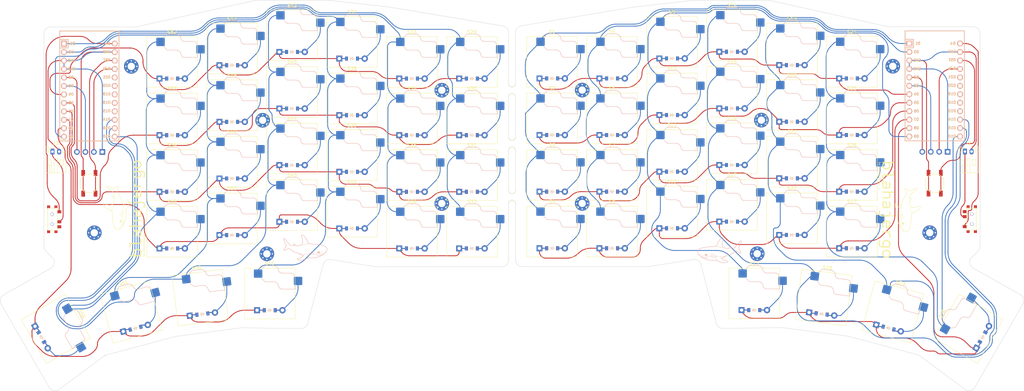
<source format=kicad_pcb>
(kicad_pcb (version 20221018) (generator pcbnew)
  (layers (0 "F.Cu" signal) (31 "B.Cu" signal) (34 "B.Paste" user) (35 "F.Paste" user) (36 "B.SilkS" user "B.Silkscreen") (37 "F.SilkS" user "F.Silkscreen") (38 "B.Mask" user) (39 "F.Mask" user) (44 "Edge.Cuts" user))
  (net 0 "")
  (net 1 "GND")
  (net 7 "VCC")
  (net 8 "Net-(D1-A)")
  (net 9 "Net-(D2-A)")
  (net 10 "Net-(D3-A)")
  (net 11 "Net-(D4-A)")
  (net 12 "Net-(D5-A)")
  (net 13 "Net-(D6-A)")
  (net 14 "Net-(D7-A)")
  (net 15 "Net-(D8-A)")
  (net 16 "Net-(D9-A)")
  (net 17 "Net-(D10-A)")
  (net 18 "Net-(D11-A)")
  (net 19 "Net-(D12-A)")
  (net 20 "Net-(D13-A)")
  (net 21 "Net-(D14-A)")
  (net 22 "Net-(D15-A)")
  (net 23 "Net-(D16-A)")
  (net 24 "Net-(D17-A)")
  (net 25 "Net-(D18-A)")
  (net 26 "Net-(D19-A)")
  (net 27 "Net-(D20-A)")
  (net 28 "Net-(D21-A)")
  (net 29 "Net-(D22-A)")
  (net 30 "Net-(D23-A)")
  (net 31 "Net-(D24-A)")
  (net 32 "Net-(D25-A)")
  (net 33 "Net-(D26-A)")
  (net 34 "Net-(D27-A)")
  (net 35 "Net-(D28-A)")
  (net 37 "L_ROW1")
  (net 38 "L_ROW2")
  (net 39 "L_ROW3")
  (net 40 "L_ROW4")
  (net 41 "L_ROW5")
  (net 42 "R_ROW1")
  (net 43 "Net-(D29-A)")
  (net 44 "R_ROW2")
  (net 45 "Net-(D30-A)")
  (net 46 "R_ROW3")
  (net 47 "Net-(D31-A)")
  (net 48 "R_ROW4")
  (net 49 "Net-(D32-A)")
  (net 50 "Net-(D33-A)")
  (net 51 "Net-(D34-A)")
  (net 52 "Net-(D35-A)")
  (net 53 "Net-(D36-A)")
  (net 54 "Net-(D37-A)")
  (net 55 "Net-(D38-A)")
  (net 56 "Net-(D39-A)")
  (net 57 "Net-(D40-A)")
  (net 58 "R_ROW5")
  (net 59 "Net-(D41-A)")
  (net 60 "Net-(D42-A)")
  (net 61 "Net-(D43-A)")
  (net 62 "Net-(D44-A)")
  (net 63 "Net-(D45-A)")
  (net 64 "Net-(D46-A)")
  (net 65 "Net-(D47-A)")
  (net 66 "Net-(D48-A)")
  (net 67 "Net-(D49-A)")
  (net 68 "Net-(D50-A)")
  (net 69 "Net-(D51-A)")
  (net 70 "Net-(D52-A)")
  (net 71 "Net-(D53-A)")
  (net 72 "Net-(D54-A)")
  (net 73 "Net-(D55-A)")
  (net 74 "Net-(D56-A)")
  (net 75 "L_SCL")
  (net 76 "L_SDA")
  (net 77 "L_BAT_IN")
  (net 78 "R_BAT_RAW")
  (net 79 "R_SCL")
  (net 80 "R_SDA")
  (net 81 "L_COL1")
  (net 82 "L_COL2")
  (net 83 "L_COL3")
  (net 84 "L_COL4")
  (net 85 "L_COL5")
  (net 86 "L_COL6")
  (net 87 "R_COL1")
  (net 88 "R_COL2")
  (net 89 "R_COL3")
  (net 90 "R_COL4")
  (net 91 "R_COL5")
  (net 92 "R_COL6")
  (net 93 "L_RST")
  (net 94 "L_BAT_RAW")
  (net 95 "R_RST")
  (net 96 "R_BAT_IN")
  (footprint "ScottoKeebs_Hotswap:Hotswap_Choc_V1" (layer "F.Cu") (at 130.653105 104.686896)
    (fp_text reference "S47")
    (fp_text value "Keyswitch")
  )
  (footprint "chinh4thepro:ComboDiode" (layer "F.Cu") (at 202.653105 113.686896)
    (fp_text reference "D29" hide)
    (fp_text value "Diode" hide)
  )
  (footprint "chinh4thepro:ComboDiode" (layer "F.Cu") (at 244.756647 164.64331)
    (fp_text reference "D8" hide)
    (fp_text value "Diode" hide)
  )
  (footprint "LOGO" (layer "F.Cu") (at 101.8 152.5 90)
    (fp_text reference "G***" hide)
    (fp_text value "LOGO" hide)
  )
  (footprint "chinh4thepro:ComboDiode" (layer "F.Cu") (at 166.653105 107.686896)
    (fp_text reference "D37" hide)
    (fp_text value "Diode" hide)
  )
  (footprint "chinh4thepro:ComboDiode" (layer "F.Cu") (at 148.653105 156.686896)
    (fp_text reference "D45" hide)
    (fp_text value "Diode" hide)
  )
  (footprint "Connector_JST:JST_PH_S2B-PH-K_1x02_P2.00mm_Horizontal" (layer "F.Cu") (at 76.709532 135.631213)
    (fp_text reference "J3")
    (fp_text value "Conn_01x02_Socket")
  )
  (footprint "ScottoKeebs_Hotswap:Hotswap_Choc_V1" (layer "F.Cu") (at 202.659532 142.681213)
    (fp_text reference "S31")
    (fp_text value "Keyswitch")
  )
  (footprint "ScottoKeebs_Hotswap:Hotswap_Choc_V1" (layer "F.Cu") (at 148.653105 117.686896)
    (fp_text reference "S43")
    (fp_text value "Keyswitch")
  )
  (footprint "ScottoKeebs_Hotswap:Hotswap_Choc_V1" (layer "F.Cu") (at 226.756647 108.64331)
    (fp_text reference "S1")
    (fp_text value "Keyswitch")
  )
  (footprint "ScottoKeebs_Hotswap:Hotswap_Choc_V1" (layer "F.Cu") (at 184.653105 125.686896)
    (fp_text reference "S34")
    (fp_text value "Keyswitch")
  )
  (footprint "chinh4thepro:ComboDiode" (layer "F.Cu") (at 226.756647 113.64331)
    (fp_text reference "D1" hide)
    (fp_text value "Diode" hide)
  )
  (footprint "ScottoKeebs_Hotswap:Hotswap_Choc_V1" (layer "F.Cu") (at 202.64705 125.673862)
    (fp_text reference "S30")
    (fp_text value "Keyswitch")
  )
  (footprint "ScottoKeebs_Hotswap:Hotswap_Choc_V1" (layer "F.Cu") (at 148.653105 100.686896)
    (fp_text reference "S42")
    (fp_text value "Keyswitch")
  )
  (footprint "LOGO" (layer "F.Cu") (at 95.75 152.5 90)
    (fp_text reference "G***" hide)
    (fp_text value "LOGO" hide)
  )
  (footprint "chinh4thepro:ComboDiode" (layer "F.Cu") (at 202.653105 130.686896)
    (fp_text reference "D30" hide)
    (fp_text value "Diode" hide)
  )
  (footprint "ScottoKeebs_Components:OLED_128x32" (layer "F.Cu") (at 81.878282 137.31993 90)
    (fp_text reference "J4" hide)
    (fp_text value "OLED_128x32")
  )
  (footprint "ScottoKeebs_Hotswap:Hotswap_Choc_V1" (layer "F.Cu") (at 166.653105 119.686896)
    (fp_text reference "S38")
    (fp_text value "Keyswitch")
  )
  (footprint "ScottoKeebs_Hotswap:Hotswap_Choc_V1" (layer "F.Cu") (at 166.653105 136.686896)
    (fp_text reference "S39")
    (fp_text value "Keyswitch")
  )
  (footprint "chinh4thepro:ComboDiode" (layer "F.Cu") (at 141.95776 183.250322)
    (fp_text reference "D41" hide)
    (fp_text value "Diode" hide)
  )
  (footprint "ScottoKeebs_Hotswap:Hotswap_Choc_V1" (layer "F.Cu") (at 121.074155 179.452569 7)
    (fp_text reference "S46")
    (fp_text value "Keyswitch")
  )
  (footprint "ScottoKeebs_Hotswap:Hotswap_Choc_V1" (layer "F.Cu") (at 351.696561 188.819713 60)
    (fp_text reference "S28")
    (fp_text value "Keyswitch")
  )
  (footprint "ScottoKeebs_Hotswap:Hotswap_Choc_V1" (layer "F.Cu") (at 184.653105 108.686896)
    (fp_text reference "S33")
    (fp_text value "Keyswitch")
  )
  (footprint "chinh4thepro:ComboDiode" (layer "F.Cu") (at 202.653105 147.686896)
    (fp_text reference "D31" hide)
    (fp_text value "Diode" hide)
  )
  (footprint "ScottoKeebs_Hotswap:Hotswap_Choc_V1" (layer "F.Cu") (at 298.756647 155.64331)
    (fp_text reference "S22")
    (fp_text value "Keyswitch")
  )
  (footprint "ScottoKeebs_Hotswap:Hotswap_Choc_V1" (layer "F.Cu") (at 262.756647 119.64331)
    (fp_text reference "S10")
    (fp_text value "Keyswitch")
  )
  (footprint "ScottoKeebs_Hotswap:Hotswap_Choc_V1" (layer "F.Cu") (at 329.057571 183.772328 -15)
    (fp_text reference "S23")
    (fp_text value "Keyswitch")
  )
  (footprint "ScottoKeebs_Hotswap:Hotswap_Choc_V1" (layer "F.Cu") (at 184.653105 142.686896)
    (fp_text reference "S35")
    (fp_text value "Keyswitch")
  )
  (footprint "ScottoKeebs_Hotswap:Hotswap_Choc_V1" (layer "F.Cu") (at 280.756647 117.64331)
    (fp_text reference "S15")
    (fp_text value "Keyswitch")
  )
  (footprint "chinh4thepro:ComboDiode" (layer "F.Cu") (at 112.653105 147.686896)
    (fp_text reference "D54" hide)
    (fp_text value "Diode" hide)
  )
  (footprint "chinh4thepro:ComboDiode" (layer "F.Cu") (at 280.756647 156.64331)
    (fp_text reference "D17" hide)
    (fp_text value "Diode" hide)
  )
  (footprint "Connector_JST:JST_PH_S2B-PH-K_1x02_P2.00mm_Horizontal" (layer "F.Cu") (at 350.706647 135.59331)
    (fp_text reference "J2")
    (fp_text value "Conn_01x02_Socket")
  )
  (footprint "ScottoKeebs_Hotswap:Hotswap_Choc_V1" (layer "F.Cu") (at 226.756647 125.64331)
    (fp_text reference "S2")
    (fp_text value "Keyswitch")
  )
  (footprint "ScottoKeebs_MCU:Nice_Nano_V2" (layer "F.Cu") (at 87.783282 117.177964)
    (fp_text reference "U2" hide)
    (fp_text value "Nice_Nano_V2" hide)
  )
  (footprint "chinh4thepro:ComboDiode" (layer "F.Cu") (at 226.756647 164.64331)
    (fp_text reference "D4" hide)
    (fp_text value "Diode" hide)
  )
  (footprint "ScottoKeebs_Hotswap:Hotswap_Choc_V1" (layer "F.Cu") (at 166.653105 102.686896)
    (fp_text reference "S37")
    (fp_text value "Keyswitch")
  )
  (footprint "ScottoKeebs_Hotswap:Hotswap_Choc_V1" (layer "F.Cu") (at 202.653105 108.686896)
    (fp_text reference "S29")
    (fp_text value "Keyswitch")
  )
  (footprint "chinh4thepro:ComboDiode" (layer "F.Cu") (at 316.756647 130.64331)
    (fp_text reference "D25" hide)
    (fp_text value "Diode" hide)
  )
  (footprint "chinh4thepro:SPDT_C128955" (layer "F.Cu") (at 76.653105 155.936896 90)
    (fp_text reference "SW4" hide)
    (fp_text value "SW_SPDT" hide)
  )
  (footprint "chinh4thepro:ComboDiode" (layer "F.Cu") (at 298.756647 109.64331)
    (fp_text reference "D19" hide)
    (fp_text value "Diode" hide)
  )
  (footprint "ScottoKeebs_Hotswap:Hotswap_Choc_V1" (layer "F.Cu") (at 148.653105 134.686896)
    (fp_text reference "S44")
    (fp_text value "Keyswitch")
  )
  (footprint "chinh4thepro:SW_TACT_ALPS_SKQGABE010" (layer "F.Cu") (at 87.783282 145.14493 90)
    (fp_text reference "SW3" hide)
    (fp_text value "SW_Push" hide)
  )
  (footprint "LOGO" (layer "F.Cu") (at 327.5 153.3 -90)
    (fp_text reference "G***" hide)
    (fp_text value "LOGO" hide)
  )
  (footprint "chinh4thepro:ComboDiode" (layer "F.Cu") (at 121.721134 184.4153 7)
    (fp_text reference "D46" hide)
    (fp_text value "Diode" hide)
  )
  (footprint "chinh4thepro:ComboDiode" (layer "F.Cu") (at 101.646277 188.645543 15)
    (fp_text reference "D51" hide)
    (fp_text value "Diode" hide)
  )
  (footprint "ScottoKeebs_Hotswap:Hotswap_Choc_V1" (layer "F.Cu") (at 316.756647 108.64331)
    (fp_text reference "S24")
    (fp_text value "Keyswitch")
  )
  (footprint "chinh4thepro:ComboDiode" (layer "F.Cu") (at 262.756647 107.64331)
    (fp_text reference "D9" hide)
    (fp_text value "Diode" hide)
  )
  (footprint "ScottoKeebs_Hotswap:Hotswap_Choc_V1" (layer "F.Cu") (at 130.653105 138.686896)
    (fp_text reference "S49")
    (fp_text value "Keyswitch")
  )
  (footprint "ScottoKeebs_Hotswap:Hotswap_Choc_V1" (layer "F.Cu") (at 316.756647 125.64331)
    (fp_text reference "S25")
    (fp_text value "Keyswitch")
  )
  (footprint "chinh4thepro:ComboDiode" (layer "F.Cu") (at 307.688618 184.371714 -7)
    (fp_text reference "D18" hide)
    (fp_text value "Diode" hide)
  )
  (footprint "chinh4thepro:ComboDiode" (layer "F.Cu") (at 184.653105 164.686896)
    (fp_text reference "D36" hide)
    (fp_text value "Diode" hide)
  )
  (footprint "ScottoKeebs_Hotswap:Hotswap_Choc_V1" (layer "F.Cu") (at 130.653105 121.686896)
    (fp_text reference "S48")
    (fp_text value "Keyswitch")
  )
  (footprint "chinh4thepro:ComboDiode" (layer "F.Cu") (at 130.653105 160.686896)
    (fp_text reference "D50" hide)
    (fp_text value "Diode" hide)
  )
  (footprint "ScottoKeebs_Hotswap:Hotswap_Choc_V1" (layer "F.Cu") (at 244.756647 159.64331)
    (fp_text reference "S8")
    (fp_text value "Keyswitch")
  )
  (footprint "chinh4thepro:ComboDiode" (layer "F.Cu") (at 112.653105 113.686896)
    (fp_text reference "D52" hide)
    (fp_text value "Diode" hide)
  )
  (footprint "chinh4thepro:ComboDiode" (layer "F.Cu") (at 166.653105 141.686896)
    (fp_text reference "D39" hide)
    (fp_text value "Diode" hide)
  )
  (footprint "chinh4thepro:ComboDiode" (layer "F.Cu") (at 184.653105 113.686896)
    (fp_text reference "D33" hide)
    (fp_text value "Diode" hide)
  )
  (footprint "ScottoKeebs_Hotswap:Hotswap_Choc_V1" (layer "F.Cu") (at 112.653105 125.686896)
    (fp_text reference "S53")
    (fp_text value "Keyswitch")
  )
  (footprint "chinh4thepro:ComboDiode" (layer "F.Cu") (at 112.653105 130.686896)
    (fp_text reference "D53" hide)
    (fp_text value "Diode" hide)
  )
  (footprint "ScottoKeebs_Hotswap:Hotswap_Choc_V1" (layer "F.Cu") (at 100.352181 183.815914 15)
    (fp_text reference "S51")
    (fp_text value "Keyswitch")
  )
  (footprint "ScottoKeebs_Hotswap:Hotswap_Choc_V1" (layer "F.Cu") (at 112.653105 159.686896)
    (fp_text reference "S55")
    (fp_text value "Keyswitch")
  )
  (footprint "chinh4thepro:ComboDiode" (layer "F.Cu") (at 316.756647 113.64331)
    (fp_text reference "D24" hide)
    (fp_text value "Diode" hide)
  )
  (footprint "ScottoKeebs_Hotswap:Hotswap_Choc_V1" (layer "F.Cu") (at 262.756647 136.64331)
    (fp_text reference "S11")
    (fp_text value "Keyswitch")
  )
  (footprint "chinh4thepro:ComboDiode" (layer "F.Cu") (at 130.653105 126.686896)
    (fp_text reference "D48" hide)
    (fp_text value "Diode" hide)
  )
  (footprint "chinh4thepro:ComboDiode" (layer "F.Cu") (at 184.653105 130.686896)
    (fp_text reference "D34" hide)
    (fp_text value "Diode" hide)
  )
  (footprint "chinh4thepro:ComboDiode" (layer "F.Cu") (at 148.653105 122.686896)
    (fp_text reference "D43" hide)
    (fp_text value "Diode" hide)
  )
  (footprint "ScottoKeebs_Components:OLED_128x32" (layer "F.Cu") (at 335.72147 137.276344 90)
    (fp_text reference "J1" hide)
    (fp_text value "OLED_128x32")
  )
  (footprint "ScottoKeebs_Hotswap:Hotswap_Choc_V1" (layer "F.Cu") (at 280.756647 134.64331)
    (fp_text reference "S16")
    (fp_text value "Keyswitch")
  )
  (footprint "MountingHole_2.2mm_M2_Pad_Via" (layer "F.Cu") (at 340.131647 159.96831)
    (fp_text reference "_6" hide)
    (fp_text value "")
  )
  (footprint "chinh4thepro:ComboDiode" (layer "F.Cu") (at 130.653105 109.686896)
    (fp_text reference "D47" hide)
    (fp_text value "Diode" hide)
  )
  (footprint "chinh4thepro:ComboDiode" (layer "F.Cu") (at 148.64705 139.673862)
    (fp_text reference "D44" hide)
    (fp_text value "Diode" hide)
  )
  (footprint "chinh4thepro:ComboDiode" (layer "F.Cu") (at 316.756647 164.64331)
    (fp_text reference "D27" hide)
    (fp_text value "Diode" hide)
  )
  (footprint "chinh4thepro:ComboDiode" (layer "F.Cu") (at 148.653105 105.686896)
    (fp_text reference "D42" hide)
    (fp_text value "Diode" hide)
  )
  (footprint "chinh4thepro:ComboDiode" (layer "F.Cu") (at 244.756647 147.64331)
    (fp_text reference "D7" hide)
    (fp_text value "Diode" hide)
  )
  (footprint "MountingHole_2.2mm_M2_Pad_Via" (layer "F.Cu") (at 235.781647 151.16831)
    (fp_text reference "_1" hide)
    (fp_text value "")
  )
  (footprint "ScottoKeebs_Hotswap:Hotswap_Choc_V1" (layer "F.Cu") (at 298.756647 138.64331)
    (fp_text reference "S21")
    (fp_text value "Keyswitch")
  )
  (footprint "LOGO" (layer "F.Cu") (at 333.55 153.2 -90)
    (fp_text reference "G***" hide)
    (fp_text value "LOGO" hide)
  )
  (footprint "chinh4thepro:ComboDiode" (layer "F.Cu") (at 226.756647 130.64331)
    (fp_text reference "D2" hide)
    (fp_text value "Diode" hide)
  )
  (footprint "chinh4thepro:ComboDiode" (layer "F.Cu") (at 280.756647 139.64331)
    (fp_text reference "D16" hide)
    (fp_text value "Diode" hide)
  )
  (footprint "MountingHole_2.2mm_M2_Pad_Via" (layer "F.Cu") (at 289.581647 126.16831)
    (fp_text reference "_3" hide)
    (fp_text value "")
  )
  (footprint "ScottoKeebs_Hotswap:Hotswap_Choc_V1" (layer "F.Cu") (at 244.756647 108.64331)
    (fp_text reference "S5")
    (fp_text value "Keyswitch")
  )
  (footprint "Mousebites:mouse-bite-2mm-slot" (layer "F.Cu") (at 214.70669 133.24331 90)
    (fp_text reference "mouse-bite-2mm-slot" hide)
    (fp_text value "VAL**" hide)
  )
  (footprint "chinh4thepro:ComboDiode" (layer "F.Cu") (at 280.756647 105.64331)
    (fp_text reference "D14" hide)
    (fp_text value "Diode" hide)
  )
  (footprint "chinh4thepro:SPDT_C128955" (layer "F.Cu") (at 352.756647 155.89331 -90)
    (fp_text reference "SW2" hide)
    (fp_text value "SW_SPDT" hide)
  )
  (footprint "chinh4thepro:ComboDiode" (layer "F.Cu") (at 280.756647 122.64331)
    (fp_text reference "D15" hide)
    (fp_text value "Diode" hide)
  )
  (footprint "ScottoKeebs_Hotswap:Hotswap_Choc_V1" (layer "F.Cu") (at 226.756647 159.64331)
    (fp_text reference "S4")
    (fp_text value "Keyswitch")
  )
  (footprint "ScottoKeebs_Hotswap:Hotswap_Choc_V1" (layer "F.Cu") (at 130.653105 155.686896)
    (fp_text reference "S50")
    (fp_text value "Keyswitch")
  )
  (footprint "ScottoKeebs_Hotswap:Hotswap_Choc_V1" (layer "F.Cu") (at 244.756647 125.64331)
    (fp_text reference "S6")
    (fp_text value "Keyswitch")
  )
  (footprint "ScottoKeebs_Hotswap:Hotswap_Choc_V1" (layer "F.Cu") (at 298.756647 121.64331)
    (fp_text reference "S20")
    (fp_text value "Keyswitch")
  )
  (footprint "ScottoKeebs_Hotswap:Hotswap_Choc_V1" (layer "F.Cu") (at 202.653105 159.686896)
    (fp_text reference "S32")
    (fp_text value "Keyswitch")
  )
  (footprint "ScottoKeebs_Hotswap:Hotswap_Choc_V1" (layer "F.Cu") (at 316.756647 142.64331)
    (fp_text reference "S26")
    (fp_text value "Keyswitch")
  )
  (footprint "chinh4thepro:ComboDiode" (layer "F.Cu") (at 166.653105 124.686896)
    (fp_text reference "D38" hide)
    (fp_text value "Diode" hide)
  )
  (footprint "chinh4thepro:ComboDiode" (layer "F.Cu") (at 356.026688 191.319713 60)
    (fp_text reference "D28" hide)
    (fp_text value "Diode" hide)
  )
  (footprint "ScottoKeebs_Hotswap:Hotswap_Choc_V1" (layer "F.Cu") (at 141.95776 178.250322)
    (fp_text reference "S41")
    (fp_text value "Keyswitch")
  )
  (footprint "chinh4thepro:ComboDiode" (layer "F.Cu") (at 202.653105 164.686896)
    (fp_text reference "D32" hide)
    (fp_text value "Diode" hide)
  )
  (footprint "MountingHole_2.2mm_M2_Pad_Via" (layer "F.Cu") (at 329.039921 109.976584)
    (fp_text reference "_5" hide)
    (fp_text value "")
  )
  (footprint "chinh4thepro:ComboDiode" (layer "F.Cu") (at 262.756647 124.64331)
    (fp_text reference "D10" hide)
    (fp_text value "Diode" hide)
  )
  (footprint "chinh4thepro:ComboDiode" (layer "F.Cu") (at 262.756647 141.64331)
    (fp_text reference "D11" hide)
    (fp_text value "Diode" hide)
  )
  (footprint "Mousebites:mouse-bite-2mm-slot" (layer "F.Cu") (at 214.70669 149.24331 90)
    (fp_text reference "mouse-bite-2mm-slot" hide)
    (fp_text value "VAL**" hide)
  )
  (footprint "ScottoKeebs_Hotswap:Hotswap_Choc_V1" (layer "F.Cu") (at 280.756647 151.64331)
    (fp_text reference "S17")
    (fp_text value "Keyswitch")
  )
  (footprint "ScottoKeebs_Hotswap:Hotswap_Choc_V1" (layer "F.Cu") (at 262.756647 102.64331)
    (fp_text reference "S9")
    (fp_text value "Keyswitch")
  )
  (footprint "chinh4thepro:ComboDiode" (layer "F.Cu") (at 287.451992 183.206736)
    (fp_text reference "D13" hide)
    (fp_text value "Diode" hide)
  )
  (footprint "chinh4thepro:ComboDiode" (layer "F.Cu") (at 298.756647 143.64331)
    (fp_text reference "D21" hide)
    (fp_text value "Diode" hide)
  )
  (footprint "ScottoKeebs_MCU:Nice_Nano_V2" (layer "F.Cu") (at 341.62647 117.134378)
    (fp_text reference "U1" hide)
    (fp_text value "Nice_Nano_V2" hide)
  )
  (footprint "chinh4thepro:ComboDiode" (layer "F.Cu") (at 298.756647 126.64331)
    (fp_text reference "D20" hide)
    (fp_text value "Diode" hide)
  )
  (footprint "ScottoKeebs_Hotswap:Hotswap_Choc_V1" (layer "F.Cu") (at 262.756647 153.64331)
    (fp_text reference "S12")
    (fp_text value "Keyswitch")
  )
  (footprint "chinh4thepro:ComboDiode" (layer "F.Cu") (at 298.756647 160.64331)
    (fp_text reference "D22" hide)
    (fp_text value "Diode" hide)
  )
  (footprint "chinh4thepro:ComboDiode" (layer "F.Cu") (at 244.756647 130.64331)
    (fp_text reference "D6" hide)
    (fp_text value "Diode" hide)
  )
  (footprint "ScottoKeebs_Hotswap:Hotswap_Choc_V1" (layer "F.Cu") (at 148.653105 151.686896)
    (fp_text reference "S45")
    (fp_text value "Keyswitch")
  )
  (footprint "chinh4thepro:ComboDiode" (layer "F.Cu") (at 316.756647 147.64331)
    (fp_text reference "D26" hide)
    (fp_text value "Diode" hide)
  )
  (footprint "chinh4thepro:SW_TACT_ALPS_SKQGABE010" (layer "F.Cu") (at 341.62647 145.101344 90)
    (fp_text reference "SW1" hide)
    (fp_text value "SW_Push" hide)
  )
  (footprint "chinh4thepro:ComboDiode" (layer "F.Cu") (at 184.653105 147.686896)
    (fp_text reference "D35" hide)
    (fp_text value "Diode" hide)
  )
  (footprint "ScottoKeebs_Hotswap:Hotswap_Choc_V1" (layer "F.Cu") (at 77.713191 188.863299 -60)
    (fp_text reference "S56")
    (fp_text value "Keyswitch")
  )
  (footprint "MountingHole_2.2mm_M2_Pad_Via" (layer "F.Cu") (at 288.32647 166.276344)
    (fp_text reference "_4" hide)
    (fp_text value "")
  )
  (footprint "chinh4thepro:ComboDiode" (layer "F.Cu") (at 226.756647 147.64331)
    (fp_text reference "D3" hide)
    (fp_text value "Diode" hide)
  )
  (footprint "chinh4thepro:ComboDiode" (layer "F.Cu") (at 166.653105 158.686896)
    (fp_text reference "D40" hide)
    (fp_text value "Diode" hide)
  )
  (footprint "ScottoKeebs_Hotswap:Hotswap_Choc_V1" (layer "F.Cu") (at 287.451992 178.206736)
    (fp_text reference "S13")
    (fp_text value "Keyswitch")
  )
  (footprint "ScottoKeebs_Hotswap:Hotswap_Choc_V1" (layer "F.Cu") (at 226.756647 142.64331)
    (fp_text reference "S3")
    (fp_text value "Keyswitch")
  )
  (footprint "chinh4thepro:ComboDiode" (layer "F.Cu") (at 262.756647 158.64331)
    (fp_text reference "D12" hide)
    (fp_text value "Diode" hide)
  )
  (footprint "ScottoKeebs_Hotswap:Hotswap_Choc_V1" (layer "F.Cu") (at 308.335597 179.408983 -7)
    (fp_text reference "S18")
    (fp_text value "Keyswitch")
  )
  (footprint "ScottoKeebs_Hotswap:Hotswap_Choc_V1" (layer "F.Cu") (at 184.653105 159.686896)
    (fp_text reference "S36")
    (fp_text value "Keyswitch")
  )
  (footprint "ScottoKeebs_Hotswap:Hotswap_Choc_V1" (layer "F.Cu") (at 112.653105 108.686896)
    (fp_text reference "S52")
    (fp_text value "Keyswitch")
  )
  (footprint "ScottoKeebs_Hotswap:Hotswap_Choc_V1" (layer "F.Cu") (at 244.756647 142.64331)
    (fp_text reference "S7")
    (fp_text value "Keyswitch")
  )
  (footprint "ScottoKeebs_Hotswap:Hotswap_Choc_V1" (layer "F.Cu") (at 280.756647 100.64331)
    (fp_text reference "S14")
    (fp_text value "Keyswitch")
  )
  (footprint "chinh4thepro:ComboDiode" (layer "F.Cu") (at 327.763475 188.601957 -15)
    (fp_text reference "D23" hide)
    (fp_text value "Diode" hide)
  )
  (footprint "chinh4thepro:ComboDiode" (layer "F.Cu") (at 244.756647 113.64331)
    (fp_text reference "D5" hide)
    (fp_text value "Diode" hide)
  )
  (footprint "ScottoKeebs_Hotswap:Hotswap_Choc_V1" (layer "F.Cu") (at 112.653105 142.686896)
    (fp_text reference "S54")
    (fp_text value "Keyswitch")
  )
  (footprint "chinh4thepro:ComboDiode" (layer "F.Cu") (at 130.653105 143.686896)
    (fp_text reference "D49" hide)
    (fp_text value "Diode" hide)
  )
  (footprint "chinh4thepro:ComboDiode" (layer "F.Cu") (at 73.383064 191.363299 -60)
    (fp_text reference "D56" hide)
    (fp_text value "Diode" hide)
  )
  (footprint "ScottoKeebs_Hotswap:Hotswap_Choc_V1" (layer "F.Cu") (at 298.756647 104.64331)
    (fp_text reference "S19")
    (fp_text value "Keyswitch")
  )
  (footprint "ScottoKeebs_Hotswap:Hotswap_Choc_V1" (layer "F.Cu") (at 316.756647 159.64331)
    (fp_text reference "S27")
    (fp_text value "Keyswitch")
  )
  (footprint "Mousebites:mouse-bite-2mm-slot" (layer "F.Cu") (at 214.70669 117.19331 90)
    (fp_text reference "mouse-bite-2mm-slot" hide)
    (fp_text value "VAL**" hide)
  )
  (footprint "ScottoKeebs_Hotswap:Hotswap_Choc_V1" (layer "F.Cu") (at 166.653105 153.686896)
    (fp_text reference "S40")
    (fp_text value "Keyswitch")
  )
  (footprint "chinh4thepro:ComboDiode" (layer "F.Cu") (at 112.653105 164.686896)
    (fp_text reference "D55" hide)
    (fp_text value "Diode" hide)
  )
  (footprint "MountingHole_2.2mm_M2_Pad_Via" (layer "F.Cu") (at 235.781647 117.14331)
    (fp_text reference "_2" hide)
    (fp_text value "")
  )
  (footprint "LOGO" (layer "B.Cu") (at 277 165.2 180)
    (fp_text reference "G***" hide)
    (fp_text value "LOGO" hide)
  )
  (footprint "MountingHole_2.2mm_M2_Pad_Via" (layer "B.Cu") (at 89.27205 159.998862 180)
    (fp_text reference "_6" hide)
    (fp_text value "")
  )
  (footprint "MountingHole_2.2mm_M2_Pad_Via" (layer "B.Cu") (at 141.083282 166.31993 180)
    (fp_text reference "_4" hide)
    (fp_text value "")
  )
  (footprint "MountingHole_2.2mm_M2_Pad_Via" (layer "B.Cu") (at 100.369831 110.02017 180)
    (fp_text reference "_5" hide)
    (fp_text value "")
  )
  (footprint "MountingHole_2.2mm_M2_Pad_Via" (layer "B.Cu") (at 193.62205 151.198862 180)
    (fp_text reference "_1" hide)
    (fp_text value "")
  )
  (footprint "MountingHole_2.2mm_M2_Pad_Via" (layer "B.Cu") (at 139.828105 126.211896 180)
    (fp_text reference "_3" hide)
    (fp_text value "")
  )
  (footprint "LOGO" (layer "B.Cu") (at 152.65 164.45 180)
    (fp_text reference "G***" hide)
    (fp_text value "LOGO" hide)
  )
  (footprint "MountingHole_2.2mm_M2_Pad_Via" (layer "B.Cu") (at 193.628105 117.186896 180)
    (fp_text reference "_2" hide)
    (fp_text value "")
  )
  (gr_arc (start 217.756647 170.14331) (mid 216.342446 169.557511) (end 215.756647 168.14331) (stroke (width 0.1)) (layer "Edge.Cuts"))
  (gr_line (start 336.595359 196.662472) (end 315.841645 191.101531) (stroke (width 0.1)) (layer "Edge.Cuts"))
  (gr_arc (start 78.672653 207.060329) (mid 77.07383 207.414926) (end 75.746108 206.456213) (stroke (width 0.1)) (layer "Edge.Cuts"))
  (gr_arc (start 215.75669 147.24331) (mid 214.70669 148.29331) (end 213.65669 147.24331) (stroke (width 0.1)) (layer "Edge.Cuts"))
  (gr_arc (start 76.686213 167.460588) (mid 77.256362 169.14702) (end 76.256435 170.619863) (stroke (width 0.1)) (layer "Edge.Cuts"))
  (gr_arc (start 211.981903 97.908362) (mid 213.179167 98.588381) (end 213.653105 99.88115) (stroke (width 0.1)) (layer "Edge.Cuts"))
  (gr_arc (start 61.270455 181.383646) (mid 61.073476 179.855919) (end 62.020705 178.641214) (stroke (width 0.1)) (layer "Edge.Cuts"))
  (gr_arc (start 157.998026 169.50567) (mid 158.840392 168.337125) (end 160.249424 168.037615) (stroke (width 0.1)) (layer "Edge.Cuts"))
  (gr_line (start 213.656691 151.23331) (end 213.653105 168.186896) (stroke (width 0.1)) (layer "Edge.Cuts"))
  (gr_arc (start 327.976191 98.14331) (mid 327.757957 98.131375) (end 327.54233 98.095684) (stroke (width 0.1)) (layer "Edge.Cuts"))
  (gr_arc (start 353.663644 206.412627) (mid 352.335915 207.371303) (end 350.737099 207.016743) (stroke (width 0.1)) (layer "Edge.Cuts"))
  (gr_line (start 113.568107 191.145117) (end 92.814393 196.706058) (stroke (width 0.1)) (layer "Edge.Cuts"))
  (gr_line (start 368.139297 181.34006) (end 353.663643 206.412627) (stroke (width 0.1)) (layer "Edge.Cuts"))
  (gr_line (start 92.137537 197.033795) (end 78.672653 207.060329) (stroke (width 0.1)) (layer "Edge.Cuts"))
  (gr_line (start 354.668225 165.479545) (end 352.723539 167.417002) (stroke (width 0.1)) (layer "Edge.Cuts"))
  (gr_line (start 353.153316 170.576278) (end 367.389047 178.597628) (stroke (width 0.1)) (layer "Edge.Cuts"))
  (gr_arc (start 215.75669 115.19331) (mid 214.70669 116.24331) (end 213.65669 115.19331) (stroke (width 0.1)) (layer "Edge.Cuts"))
  (gr_line (start 159.763197 90.199128) (end 177.598935 92.180877) (stroke (width 0.1)) (layer "Edge.Cuts"))
  (gr_line (start 213.65669 119.19331) (end 213.65669 131.24331) (stroke (width 0.1)) (layer "Edge.Cuts"))
  (gr_arc (start 367.389047 178.597628) (mid 368.33634 179.812315) (end 368.139297 181.34006) (stroke (width 0.1)) (layer "Edge.Cuts"))
  (gr_line (start 295.958424 188.491719) (end 278.013208 188.689526) (stroke (width 0.1)) (layer "Edge.Cuts"))
  (gr_arc (start 101.867422 98.13927) (mid 101.651796 98.174963) (end 101.433561 98.186896) (stroke (width 0.1)) (layer "Edge.Cuts"))
  (gr_arc (start 353.256647 98.14331) (mid 354.670903 98.729054) (end 355.256647 100.14331) (stroke (width 0.1)) (layer "Edge.Cuts"))
  (gr_line (start 76.153105 98.186896) (end 101.433561 98.186896) (stroke (width 0.1)) (layer "Edge.Cuts"))
  (gr_line (start 211.653105 170.186896) (end 173.812437 170.186896) (stroke (width 0.1)) (layer "Edge.Cuts"))
  (gr_line (start 62.020705 178.641214) (end 76.256436 170.619864) (stroke (width 0.1)) (layer "Edge.Cuts"))
  (gr_line (start 215.75669 147.24331) (end 215.75669 135.24331) (stroke (width 0.1)) (layer "Edge.Cuts"))
  (gr_line (start 215.75669 151.253216) (end 215.756647 168.14331) (stroke (width 0.1)) (layer "Edge.Cuts"))
  (gr_line (start 177.70687 92.195857) (end 211.981903 97.908362) (stroke (width 0.1)) (layer "Edge.Cuts"))
  (gr_arc (start 295.958424 188.491718) (mid 296.100029 188.495169) (end 296.241033 188.508643) (stroke (width 0.1)) (layer "Edge.Cuts"))
  (gr_line (start 101.867422 98.13927) (end 137.438788 90.234522) (stroke (width 0.1)) (layer "Edge.Cuts"))
  (gr_arc (start 269.646555 90.155543) (mid 269.756817 90.14637) (end 269.867418 90.14331) (stroke (width 0.1)) (layer "Edge.Cuts"))
  (gr_arc (start 353.153317 170.576277) (mid 352.153352 169.103439) (end 352.723539 167.417002) (stroke (width 0.1)) (layer "Edge.Cuts"))
  (gr_arc (start 213.65669 135.24331) (mid 214.70669 134.19331) (end 215.75669 135.24331) (stroke (width 0.1)) (layer "Edge.Cuts"))
  (gr_line (start 215.756647 99.837564) (end 215.75669 115.19331) (stroke (width 0.1)) (layer "Edge.Cuts"))
  (gr_line (start 151.396544 188.733112) (end 133.451328 188.535305) (stroke (width 0.1)) (layer "Edge.Cuts"))
  (gr_arc (start 213.656691 151.23331) (mid 214.716643 150.193311) (end 215.75669 151.253216) (stroke (width 0.1)) (layer "Edge.Cuts"))
  (gr_line (start 350.737099 207.016743) (end 337.272215 196.990209) (stroke (width 0.1)) (layer "Edge.Cuts"))
  (gr_arc (start 269.160328 167.994029) (mid 270.569381 168.293506) (end 271.411726 169.462084) (stroke (width 0.1)) (layer "Edge.Cuts"))
  (gr_line (start 215.75669 131.24331) (end 215.75669 119.19331) (stroke (width 0.1)) (layer "Edge.Cuts"))
  (gr_arc (start 215.756647 99.837564) (mid 216.23062 98.544825) (end 217.427849 97.864776) (stroke (width 0.1)) (layer "Edge.Cuts"))
  (gr_arc (start 173.812437 170.186896) (mid 173.653608 170.180572) (end 173.495782 170.161669) (stroke (width 0.1)) (layer "Edge.Cuts"))
  (gr_arc (start 215.75669 131.24331) (mid 214.70669 132.29331) (end 213.65669 131.24331) (stroke (width 0.1)) (layer "Edge.Cuts"))
  (gr_arc (start 213.653105 168.186896) (mid 213.067338 169.601129) (end 211.653105 170.186896) (stroke (width 0.1)) (layer "Edge.Cuts"))
  (gr_line (start 74.153105 164.106286) (end 74.153105 100.186896) (stroke (width 0.1)) (layer "Edge.Cuts"))
  (gr_line (start 327.976191 98.14331) (end 353.256647 98.14331) (stroke (width 0.1)) (layer "Edge.Cuts"))
  (gr_line (start 213.65669 115.19331) (end 213.653105 99.88115) (stroke (width 0.1)) (layer "Edge.Cuts"))
  (gr_line (start 269.867418 90.14331) (end 291.537103 90.14331) (stroke (width 0.1)) (layer "Edge.Cuts"))
  (gr_arc (start 315.584572 191.050429) (mid 315.713947 191.07176) (end 315.841645 191.101531) (stroke (width 0.1)) (layer "Edge.Cuts"))
  (gr_line (start 137.872649 90.186896) (end 159.542334 90.186896) (stroke (width 0.1)) (layer "Edge.Cuts"))
  (gr_line (start 75.746109 206.456213) (end 61.270455 181.383646) (stroke (width 0.1)) (layer "Edge.Cuts"))
  (gr_line (start 255.597315 170.14331) (end 217.756647 170.14331) (stroke (width 0.1)) (layer "Edge.Cuts"))
  (gr_arc (start 255.91397 170.118083) (mid 255.756144 170.136988) (end 255.597315 170.14331) (stroke (width 0.1)) (layer "Edge.Cuts"))
  (gr_arc (start 251.702882 92.152271) (mid 251.756747 92.144046) (end 251.810817 92.137291) (stroke (width 0.1)) (layer "Edge.Cuts"))
  (gr_line (start 355.256647 100.14331) (end 355.256647 164.0627) (stroke (width 0.1)) (layer "Edge.Cuts"))
  (gr_line (start 213.65669 135.24331) (end 213.65669 147.24331) (stroke (width 0.1)) (layer "Edge.Cuts"))
  (gr_line (start 76.686213 167.460588) (end 74.741527 165.523131) (stroke (width 0.1)) (layer "Edge.Cuts"))
  (gr_line (start 217.427849 97.864776) (end 251.702882 92.152271) (stroke (width 0.1)) (layer "Edge.Cuts"))
  (gr_arc (start 355.256648 164.0627) (mid 355.103703 164.829791) (end 354.668225 165.479545) (stroke (width 0.1)) (layer "Edge.Cuts"))
  (gr_line (start 173.495782 170.161669) (end 160.249425 168.037615) (stroke (width 0.1)) (layer "Edge.Cuts"))
  (gr_arc (start 336.59536 196.662472) (mid 336.949329 196.794243) (end 337.272215 196.990209) (stroke (width 0.1)) (layer "Edge.Cuts"))
  (gr_arc (start 113.568107 191.145117) (mid 113.695806 191.115351) (end 113.82518 191.094015) (stroke (width 0.1)) (layer "Edge.Cuts"))
  (gr_arc (start 133.168719 188.552229) (mid 133.309724 188.538764) (end 133.451328 188.535304) (stroke (width 0.1)) (layer "Edge.Cuts"))
  (gr_arc (start 213.65669 119.19331) (mid 214.70669 118.14331) (end 215.75669 119.19331) (stroke (width 0.1)) (layer "Edge.Cuts"))
  (gr_arc (start 291.537103 90.14331) (mid 291.755337 90.155249) (end 291.970964 90.190936) (stroke (width 0.1)) (layer "Edge.Cuts"))
  (gr_arc (start 153.353333 187.239953) (mid 152.631862 188.323232) (end 151.396544 188.733113) (stroke (width 0.1)) (layer "Edge.Cuts"))
  (gr_arc (start 74.153105 100.186896) (mid 74.73891 98.772701) (end 76.153105 98.186896) (stroke (width 0.1)) (layer "Edge.Cuts"))
  (gr_arc (start 137.438788 90.234522) (mid 137.654415 90.198836) (end 137.872649 90.186896) (stroke (width 0.1)) (layer "Edge.Cuts"))
  (gr_arc (start 159.542334 90.186896) (mid 159.652935 90.189959) (end 159.763197 90.199129) (stroke (width 0.1)) (layer "Edge.Cuts"))
  (gr_line (start 251.810817 92.137291) (end 269.646555 90.155542) (stroke (width 0.1)) (layer "Edge.Cuts"))
  (gr_arc (start 278.013208 188.689527) (mid 276.777882 188.279657) (end 276.056419 187.196367) (stroke (width 0.1)) (layer "Edge.Cuts"))
  (gr_line (start 276.056419 187.196367) (end 271.411726 169.462084) (stroke (width 0.1)) (layer "Edge.Cuts"))
  (gr_line (start 133.168719 188.552229) (end 113.82518 191.094015) (stroke (width 0.1)) (layer "Edge.Cuts"))
  (gr_arc (start 92.137537 197.033795) (mid 92.460419 196.837822) (end 92.814392 196.706058) (stroke (width 0.15)) (layer "Edge.Cuts"))
  (gr_line (start 315.584572 191.050429) (end 296.241033 188.508643) (stroke (width 0.1)) (layer "Edge.Cuts"))
  (gr_line (start 269.160327 167.994029) (end 255.91397 170.118083) (stroke (width 0.1)) (layer "Edge.Cuts"))
  (gr_line (start 157.998026 169.50567) (end 153.353333 187.239953) (stroke (width 0.1)) (layer "Edge.Cuts"))
  (gr_arc (start 177.598935 92.180877) (mid 177.653005 92.187631) (end 177.70687 92.195857) (stroke (width 0.1)) (layer "Edge.Cuts"))
  (gr_line (start 291.970964 90.190936) (end 327.54233 98.095684) (stroke (width 0.1)) (layer "Edge.Cuts"))
  (gr_arc (start 74.741527 165.523131) (mid 74.306049 164.873377) (end 74.153104 164.106286) (stroke (width 0.1)) (layer "Edge.Cuts"))
  (segment (start 337.628182 108.244378) (end 334.00647 108.244378) (width 0.25) (layer "F.Cu") (net 1))
  (segment (start 339.17647 109.792665) (end 339.17647 137.502079) (width 0.25) (layer "F.Cu") (net 1))
  (segment (start 75.384532 131.043713) (end 75.384532 131.618713) (width 0.25) (layer "F.Cu") (net 1))
  (segment (start 78.709532 135.431213) (end 78.709532 135.631213) (width 0.25) (layer "F.Cu") (net 1))
  (segment (start 78.61651 108.287964) (end 80.163282 108.287964) (width 0.25) (layer "F.Cu") (net 1))
  (segment (start 78.56811 135.089791) (end 75.587825 132.109506) (width 0.25) (layer "F.Cu") (net 1))
  (segment (start 354.10147 107.833082) (end 354.10147 132.190055) (width 0.25) (layer "F.Cu") (net 1))
  (segment (start 85.933282 142.04493) (end 85.933282 148.24493) (width 0.25) (layer "F.Cu") (net 1))
  (segment (start 85.933282 142.04493) (end 85.933282 138.003343) (width 0.25) (layer "F.Cu") (net 1))
  (segment (start 352.706647 135.082238) (end 352.706647 135.59331) (width 0.25) (layer "F.Cu") (net 1))
  (segment (start 339.77647 142.001344) (end 339.77647 138.950608) (width 0.25) (layer "F.Cu") (net 1))
  (segment (start 85.334532 136.557832) (end 85.334532 108.664127) (width 0.25) (layer "F.Cu") (net 1))
  (segment (start 75.384532 111.519942) (end 75.384532 131.043713) (width 0.25) (layer "F.Cu") (net 1))
  (segment (start 351.972765 105.704378) (end 349.24647 105.704378) (width 0.25) (layer "F.Cu") (net 1))
  (segment (start 353.068028 134.209784) (end 353.404058 133.873755) (width 0.25) (layer "F.Cu") (net 1))
  (segment (start 88.250695 105.747964) (end 95.403282 105.747964) (width 0.25) (layer "F.Cu") (net 1))
  (segment (start 339.77647 142.001344) (end 339.77647 148.201344) (width 0.25) (layer "F.Cu") (net 1))
  (arc (start 339.47647 138.226344) (mid 339.698502 138.558639) (end 339.77647 138.950608) (width 0.25) (layer "F.Cu") (net 1))
  (arc (start 354.10147 107.833082) (mid 353.939432 107.018462) (end 353.477987 106.327861) (width 0.25) (layer "F.Cu") (net 1))
  (arc (start 76.331156 109.234588) (mid 77.379685 108.533983) (end 78.61651 108.287964) (width 0.25) (layer "F.Cu") (net 1))
  (arc (start 339.17647 137.502079) (mid 339.254437 137.894048) (end 339.47647 138.226344) (width 0.25) (layer "F.Cu") (net 1))
  (arc (start 85.633907 137.280588) (mid 85.855476 137.61219) (end 85.933282 138.003343) (width 0.25) (layer "F.Cu") (net 1))
  (arc (start 76.331156 109.234588) (mid 75.630551 110.283117) (end 75.384532 111.519942) (width 0.25) (layer "F.Cu") (net 1))
  (arc (start 353.404058 133.873755) (mid 353.920218 133.101267) (end 354.10147 132.190055) (width 0.25) (layer "F.Cu") (net 1))
  (arc (start 78.709532 135.431213) (mid 78.672777 135.246436) (end 78.56811 135.089791) (width 0.25) (layer "F.Cu") (net 1))
  (arc (start 337.628182 108.244378) (mid 338.220686 108.362234) (end 338.722987 108.697861) (width 0.25) (layer "F.Cu") (net 1))
  (arc (start 353.477987 106.327861) (mid 352.787385 105.866415) (end 351.972765 105.704378) (width 0.25) (layer "F.Cu") (net 1))
  (arc (start 85.633907 137.280588) (mid 85.412337 136.948984) (end 85.334532 136.557832) (width 0.25) (layer "F.Cu") (net 1))
  (arc (start 353.068028 134.209784) (mid 352.800566 134.610069) (end 352.706647 135.082238) (width 0.25) (layer "F.Cu") (net 1))
  (arc (start 88.250695 105.747964) (mid 87.134727 105.969943) (end 86.188656 106.602088) (width 0.25) (layer "F.Cu") (net 1))
  (arc (start 75.384532 131.618713) (mid 75.437366 131.884328) (end 75.587825 132.109506) (width 0.25) (layer "F.Cu") (net 1))
  (arc (start 339.17647 109.792665) (mid 339.058613 109.200161) (end 338.722987 108.697861) (width 0.25) (layer "F.Cu") (net 1))
  (arc (start 86.188656 106.602088) (mid 85.556511 107.548159) (end 85.334532 108.664127) (width 0.25) (layer "F.Cu") (net 1))
  (segment (start 80.163282 108.287964) (end 80.163282 110.827964) (width 0.25) (layer "B.Cu") (net 1))
  (segment (start 80.163282 108.287964) (end 83.156729 108.287964) (width 0.25) (layer "B.Cu") (net 1))
  (segment (start 334.00647 110.784378) (end 334.00647 108.244378) (width 0.25) (layer "B.Cu") (net 1))
  (segment (start 334.00647 108.244378) (end 338.237384 108.244378) (width 0.25) (layer "B.Cu") (net 1))
  (segment (start 345.52147 115.627381) (end 345.52147 135.676344) (width 0.25) (layer "B.Cu") (net 1))
  (segment (start 91.678282 115.858805) (end 91.678282 135.71993) (width 0.25) (layer "B.Cu") (net 1))
  (segment (start 80.163282 110.827964) (end 86.64744 110.827964) (width 0.25) (layer "B.Cu") (net 1))
  (segment (start 344.369487 105.704378) (end 349.24647 105.704378) (width 0.25) (layer "B.Cu") (net 1))
  (segment (start 89.288832 105.747964) (end 95.403282 105.747964) (width 0.25) (layer "B.Cu") (net 1))
  (segment (start 334.00647 110.784378) (end 340.678466 110.784378) (width 0.25) (layer "B.Cu") (net 1))
  (arc (start 344.102987 112.202861) (mid 345.152818 113.774044) (end 345.52147 115.627381) (width 0.25) (layer "B.Cu") (net 1))
  (arc (start 86.222781 107.017964) (mid 84.816064 107.957901) (end 83.156729 108.287964) (width 0.25) (layer "B.Cu") (net 1))
  (arc (start 91.678282 115.858805) (mid 91.295331 113.933585) (end 90.204782 112.301463) (width 0.25) (layer "B.Cu") (net 1))
  (arc (start 341.303436 106.974378) (mid 342.710152 106.03444) (end 344.369487 105.704378) (width 0.25) (layer "B.Cu") (net 1))
  (arc (start 86.64744 110.827964) (mid 88.572659 111.210913) (end 90.204782 112.301463) (width 0.25) (layer "B.Cu") (net 1))
  (arc (start 86.222781 107.017964) (mid 87.629497 106.078026) (end 89.288832 105.747964) (width 0.25) (layer "B.Cu") (net 1))
  (arc (start 341.303436 106.974378) (mid 339.896719 107.914315) (end 338.237384 108.244378) (width 0.25) (layer "B.Cu") (net 1))
  (arc (start 344.102987 112.202861) (mid 342.531803 111.153029) (end 340.678466 110.784378) (width 0.25) (layer "B.Cu") (net 1))
  (segment (start 90.44183 112.123914) (end 90.438031 112.127713) (width 0.25) (layer "F.Cu") (net 7))
  (segment (start 93.570531 110.827964) (end 95.403282 110.827964) (width 0.25) (layer "F.Cu") (net 7))
  (segment (start 89.138282 115.265586) (end 89.138282 135.71993) (width 0.25) (layer "F.Cu") (net 7))
  (segment (start 342.98147 114.475084) (end 342.98147 135.676344) (width 0.25) (layer "F.Cu") (net 7))
  (segment (start 346.672176 110.784378) (end 349.24647 110.784378) (width 0.25) (layer "F.Cu") (net 7))
  (arc (start 89.138282 115.265586) (mid 89.476075 113.567381) (end 90.438031 112.127713) (width 0.25) (layer "F.Cu") (net 7))
  (arc (start 90.44183 112.123914) (mid 91.87729 111.16477) (end 93.570531 110.827964) (width 0.25) (layer "F.Cu") (net 7))
  (arc (start 346.672176 110.784378) (mid 345.259804 111.065316) (end 344.062453 111.865361) (width 0.25) (layer "F.Cu") (net 7))
  (arc (start 342.98147 114.475084) (mid 343.262408 113.062712) (end 344.062453 111.865361) (width 0.25) (layer "F.Cu") (net 7))
  (segment (start 230.566647 113.64331) (end 228.406647 113.64331) (width 0.25) (layer "F.Cu") (net 8))
  (segment (start 235.256647 106.89831) (end 235.256647 104.84331) (width 0.25) (layer "B.Cu") (net 8))
  (segment (start 233.803542 110.406414) (end 230.566647 113.64331) (width 0.25) (layer "B.Cu") (net 8))
  (segment (start 230.566647 113.64331) (end 228.406647 113.64331) (width 0.25) (layer "B.Cu") (net 8))
  (arc (start 235.256647 106.89831) (mid 234.878997 108.796882) (end 233.803542 110.406414) (width 0.25) (layer "B.Cu") (net 8))
  (segment (start 230.566647 130.64331) (end 228.406647 130.64331) (width 0.25) (layer "F.Cu") (net 9))
  (segment (start 230.566647 130.64331) (end 228.406647 130.64331) (width 0.25) (layer "B.Cu") (net 9))
  (segment (start 235.256647 123.89831) (end 235.256647 121.84331) (width 0.25) (layer "B.Cu") (net 9))
  (segment (start 233.803542 127.406414) (end 230.566647 130.64331) (width 0.25) (layer "B.Cu") (net 9))
  (arc (start 235.256647 123.89831) (mid 234.878997 125.796882) (end 233.803542 127.406414) (width 0.25) (layer "B.Cu") (net 9))
  (segment (start 230.566647 147.64331) (end 228.406647 147.64331) (width 0.25) (layer "F.Cu") (net 10))
  (segment (start 230.566647 147.64331) (end 228.406647 147.64331) (width 0.25) (layer "B.Cu") (net 10))
  (segment (start 235.256647 140.89831) (end 235.256647 138.84331) (width 0.25) (layer "B.Cu") (net 10))
  (segment (start 230.566647 147.64331) (end 233.803542 144.406414) (width 0.25) (layer "B.Cu") (net 10))
  (arc (start 235.256647 140.89831) (mid 234.878997 142.796882) (end 233.803542 144.406414) (width 0.25) (layer "B.Cu") (net 10))
  (segment (start 230.566647 164.64331) (end 228.406647 164.64331) (width 0.25) (layer "F.Cu") (net 11))
  (segment (start 235.256647 157.89831) (end 235.256647 155.84331) (width 0.25) (layer "B.Cu") (net 11))
  (segment (start 230.566647 164.64331) (end 233.803542 161.406414) (width 0.25) (layer "B.Cu") (net 11))
  (segment (start 230.566647 164.64331) (end 228.406647 164.64331) (width 0.25) (layer "B.Cu") (net 11))
  (arc (start 235.256647 157.89831) (mid 234.878997 159.796882) (end 233.803542 161.406414) (width 0.25) (layer "B.Cu") (net 11))
  (segment (start 246.406647 113.64331) (end 248.566647 113.64331) (width 0.25) (layer "F.Cu") (net 12))
  (segment (start 248.566647 113.64331) (end 251.803542 110.406414) (width 0.25) (layer "B.Cu") (net 12))
  (segment (start 253.256647 106.89831) (end 253.256647 104.84331) (width 0.25) (layer "B.Cu") (net 12))
  (segment (start 248.566647 113.64331) (end 246.406647 113.64331) (width 0.25) (layer "B.Cu") (net 12))
  (arc (start 253.256647 106.89831) (mid 252.878997 108.796882) (end 251.803542 110.406414) (width 0.25) (layer "B.Cu") (net 12))
  (segment (start 248.566647 130.64331) (end 246.406647 130.64331) (width 0.25) (layer "F.Cu") (net 13))
  (segment (start 248.566647 130.64331) (end 251.803542 127.406414) (width 0.25) (layer "B.Cu") (net 13))
  (segment (start 248.566647 130.64331) (end 246.406647 130.64331) (width 0.25) (layer "B.Cu") (net 13))
  (segment (start 253.256647 123.89831) (end 253.256647 121.84331) (width 0.25) (layer "B.Cu") (net 13))
  (arc (start 253.256647 123.89831) (mid 252.878997 125.796882) (end 251.803542 127.406414) (width 0.25) (layer "B.Cu") (net 13))
  (segment (start 248.566647 147.64331) (end 246.406647 147.64331) (width 0.25) (layer "F.Cu") (net 14))
  (segment (start 253.256647 140.89831) (end 253.256647 138.84331) (width 0.25) (layer "B.Cu") (net 14))
  (segment (start 248.566647 147.64331) (end 246.406647 147.64331) (width 0.25) (layer "B.Cu") (net 14))
  (segment (start 251.803542 144.406414) (end 248.566647 147.64331) (width 0.25) (layer "B.Cu") (net 14))
  (arc (start 251.803542 144.406414) (mid 252.878997 142.796882) (end 253.256647 140.89831) (width 0.25) (layer "B.Cu") (net 14))
  (segment (start 248.566647 164.64331) (end 246.406647 164.64331) (width 0.25) (layer "F.Cu") (net 15))
  (segment (start 248.566647 164.64331) (end 246.406647 164.64331) (width 0.25) (layer "B.Cu") (net 15))
  (segment (start 251.803542 161.406414) (end 248.566647 164.64331) (width 0.25) (layer "B.Cu") (net 15))
  (segment (start 253.256647 157.89831) (end 253.256647 155.84331) (width 0.25) (layer "B.Cu") (net 15))
  (arc (start 251.803542 161.406414) (mid 252.878997 159.796882) (end 253.256647 157.89831) (width 0.25) (layer "B.Cu") (net 15))
  (segment (start 264.406647 107.64331) (end 266.566647 107.64331) (width 0.25) (layer "F.Cu") (net 16))
  (segment (start 271.256647 100.89831) (end 271.256647 98.84331) (width 0.25) (layer "B.Cu") (net 16))
  (segment (start 266.566647 107.64331) (end 269.803542 104.406414) (width 0.25) (layer "B.Cu") (net 16))
  (segment (start 266.566647 107.64331) (end 264.406647 107.64331) (width 0.25) (layer "B.Cu") (net 16))
  (arc (start 271.256647 100.89831) (mid 270.878997 102.796882) (end 269.803542 104.406414) (width 0.25) (layer "B.Cu") (net 16))
  (segment (start 266.566647 124.64331) (end 264.406647 124.64331) (width 0.25) (layer "F.Cu") (net 17))
  (segment (start 266.566647 124.64331) (end 264.406647 124.64331) (width 0.25) (layer "B.Cu") (net 17))
  (segment (start 266.566647 124.64331) (end 269.803542 121.406414) (width 0.25) (layer "B.Cu") (net 17))
  (segment (start 271.256647 117.89831) (end 271.256647 115.84331) (width 0.25) (layer "B.Cu") (net 17))
  (arc (start 271.256647 117.89831) (mid 270.878997 119.796882) (end 269.803542 121.406414) (width 0.25) (layer "B.Cu") (net 17))
  (segment (start 266.566647 141.64331) (end 264.406647 141.64331) (width 0.25) (layer "F.Cu") (net 18))
  (segment (start 271.256647 134.89831) (end 271.256647 132.84331) (width 0.25) (layer "B.Cu") (net 18))
  (segment (start 266.566647 141.64331) (end 264.406647 141.64331) (width 0.25) (layer "B.Cu") (net 18))
  (segment (start 269.803542 138.406414) (end 266.566647 141.64331) (width 0.25) (layer "B.Cu") (net 18))
  (arc (start 271.256647 134.89831) (mid 270.878997 136.796882) (end 269.803542 138.406414) (width 0.25) (layer "B.Cu") (net 18))
  (segment (start 266.566647 158.64331) (end 264.406647 158.64331) (width 0.25) (layer "F.Cu") (net 19))
  (segment (start 271.256647 151.89831) (end 271.256647 149.84331) (width 0.25) (layer "B.Cu") (net 19))
  (segment (start 266.566647 158.64331) (end 264.406647 158.64331) (width 0.25) (layer "B.Cu") (net 19))
  (segment (start 269.803542 155.406414) (end 266.566647 158.64331) (width 0.25) (layer "B.Cu") (net 19))
  (arc (start 271.256647 151.89831) (mid 270.878997 153.796882) (end 269.803542 155.406414) (width 0.25) (layer "B.Cu") (net 19))
  (segment (start 291.261992 183.206736) (end 289.101992 183.206736) (width 0.25) (layer "F.Cu") (net 20))
  (segment (start 295.951992 176.461736) (end 295.951992 174.406736) (width 0.25) (layer "B.Cu") (net 20))
  (segment (start 291.261992 183.206736) (end 289.101992 183.206736) (width 0.25) (layer "B.Cu") (net 20))
  (segment (start 291.261992 183.206736) (end 294.498887 179.96984) (width 0.25) (layer "B.Cu") (net 20))
  (arc (start 294.498887 179.96984) (mid 295.574342 178.360308) (end 295.951992 176.461736) (width 0.25) (layer "B.Cu") (net 20))
  (segment (start 282.406647 105.64331) (end 284.566647 105.64331) (width 0.25) (layer "F.Cu") (net 21))
  (segment (start 289.256647 98.89831) (end 289.256647 96.84331) (width 0.25) (layer "B.Cu") (net 21))
  (segment (start 284.566647 105.64331) (end 282.406647 105.64331) (width 0.25) (layer "B.Cu") (net 21))
  (segment (start 287.803542 102.406414) (end 284.566647 105.64331) (width 0.25) (layer "B.Cu") (net 21))
  (arc (start 287.803542 102.406414) (mid 288.878997 100.796882) (end 289.256647 98.89831) (width 0.25) (layer "B.Cu") (net 21))
  (segment (start 282.406647 122.64331) (end 284.566647 122.64331) (width 0.25) (layer "F.Cu") (net 22))
  (segment (start 284.566647 122.64331) (end 282.406647 122.64331) (width 0.25) (layer "B.Cu") (net 22))
  (segment (start 287.803542 119.406414) (end 284.566647 122.64331) (width 0.25) (layer "B.Cu") (net 22))
  (segment (start 289.256647 115.89831) (end 289.256647 113.84331) (width 0.25) (layer "B.Cu") (net 22))
  (arc (start 289.256647 115.89831) (mid 288.878997 117.796882) (end 287.803542 119.406414) (width 0.25) (layer "B.Cu") (net 22))
  (segment (start 284.566647 139.64331) (end 282.406647 139.64331) (width 0.25) (layer "F.Cu") (net 23))
  (segment (start 289.256647 132.89831) (end 289.256647 130.84331) (width 0.25) (layer "B.Cu") (net 23))
  (segment (start 287.803542 136.406414) (end 284.566647 139.64331) (width 0.25) (layer "B.Cu") (net 23))
  (segment (start 284.566647 139.64331) (end 282.406647 139.64331) (width 0.25) (layer "B.Cu") (net 23))
  (arc (start 289.256647 132.89831) (mid 288.878997 134.796882) (end 287.803542 136.406414) (width 0.25) (layer "B.Cu") (net 23))
  (segment (start 284.566647 156.64331) (end 282.406647 156.64331) (width 0.25) (layer "F.Cu") (net 24))
  (segment (start 284.566647 156.64331) (end 282.406647 156.64331) (width 0.25) (layer "B.Cu") (net 24))
  (segment (start 289.256647 149.89831) (end 289.256647 147.84331) (width 0.25) (layer "B.Cu") (net 24))
  (segment (start 287.803542 153.406414) (end 284.566647 156.64331) (width 0.25) (layer "B.Cu") (net 24))
  (arc (start 289.256647 149.89831) (mid 288.878997 151.796882) (end 287.803542 153.406414) (width 0.25) (layer "B.Cu") (net 24))
  (segment (start 309.775694 184.836036) (end 311.470219 184.836036) (width 0.25) (layer "F.Cu") (net 25))
  (segment (start 309.457938 184.704417) (end 309.326319 184.572798) (width 0.25) (layer "F.Cu") (net 25))
  (arc (start 309.457938 184.704417) (mid 309.603725 184.801829) (end 309.775694 184.836036) (width 0.25) (layer "F.Cu") (net 25))
  (segment (start 313.375337 184.836036) (end 311.470219 184.836036) (width 0.25) (layer "B.Cu") (net 25))
  (segment (start 315.69941 182.553403) (end 313.409124 184.84369) (width 0.25) (layer "B.Cu") (net 25))
  (segment (start 317.235343 178.845334) (end 317.235343 176.673197) (width 0.25) (layer "B.Cu") (net 25))
  (segment (start 309.457938 184.704417) (end 309.326319 184.572798) (width 0.25) (layer "B.Cu") (net 25))
  (segment (start 311.470219 184.836036) (end 309.775694 184.836036) (width 0.25) (layer "B.Cu") (net 25))
  (arc (start 315.69941 182.553403) (mid 316.836167 180.852126) (end 317.235343 178.845334) (width 0.25) (layer "B.Cu") (net 25))
  (arc (start 309.457938 184.704417) (mid 309.603725 184.801829) (end 309.775694 184.836036) (width 0.25) (layer "B.Cu") (net 25))
  (arc (start 313.393816 184.84369) (mid 313.40147 184.84686) (end 313.409124 184.84369) (width 0.25) (layer "B.Cu") (net 25))
  (arc (start 313.375337 184.836036) (mid 313.385337 184.838025) (end 313.393816 184.84369) (width 0.25) (layer "B.Cu") (net 25))
  (segment (start 300.406647 109.64331) (end 302.566647 109.64331) (width 0.25) (layer "F.Cu") (net 26))
  (segment (start 302.566647 109.64331) (end 300.406647 109.64331) (width 0.25) (layer "B.Cu") (net 26))
  (segment (start 307.256647 102.89831) (end 307.256647 100.84331) (width 0.25) (layer "B.Cu") (net 26))
  (segment (start 305.803542 106.406414) (end 302.566647 109.64331) (width 0.25) (layer "B.Cu") (net 26))
  (arc (start 307.256647 102.89831) (mid 306.878997 104.796882) (end 305.803542 106.406414) (width 0.25) (layer "B.Cu") (net 26))
  (segment (start 300.406647 126.64331) (end 302.566647 126.64331) (width 0.25) (layer "F.Cu") (net 27))
  (segment (start 307.256647 119.89831) (end 307.256647 117.84331) (width 0.25) (layer "B.Cu") (net 27))
  (segment (start 302.566647 126.64331) (end 300.406647 126.64331) (width 0.25) (layer "B.Cu") (net 27))
  (segment (start 302.566647 126.64331) (end 305.803542 123.406414) (width 0.25) (layer "B.Cu") (net 27))
  (arc (start 305.803542 123.406414) (mid 306.878997 121.796882) (end 307.256647 119.89831) (width 0.25) (layer "B.Cu") (net 27))
  (segment (start 300.406647 143.64331) (end 302.566647 143.64331) (width 0.25) (layer "F.Cu") (net 28))
  (segment (start 302.566647 143.64331) (end 305.803542 140.406414) (width 0.25) (layer "B.Cu") (net 28))
  (segment (start 307.256647 136.89831) (end 307.256647 134.84331) (width 0.25) (layer "B.Cu") (net 28))
  (segment (start 302.566647 143.64331) (end 300.406647 143.64331) (width 0.25) (layer "B.Cu") (net 28))
  (arc (start 307.256647 136.89831) (mid 306.878997 138.796882) (end 305.803542 140.406414) (width 0.25) (layer "B.Cu") (net 28))
  (segment (start 300.406647 160.64331) (end 302.566647 160.64331) (width 0.25) (layer "F.Cu") (net 29))
  (segment (start 305.803542 157.406414) (end 302.566647 160.64331) (width 0.25) (layer "B.Cu") (net 29))
  (segment (start 307.256647 153.89831) (end 307.256647 151.84331) (width 0.25) (layer "B.Cu") (net 29))
  (segment (start 302.566647 160.64331) (end 300.406647 160.64331) (width 0.25) (layer "B.Cu") (net 29))
  (arc (start 305.803542 157.406414) (mid 306.878997 155.796882) (end 307.256647 153.89831) (width 0.25) (layer "B.Cu") (net 29))
  (segment (start 330.311611 189.588058) (end 331.443652 189.588058) (width 0.25) (layer "F.Cu") (net 30))
  (segment (start 329.636778 189.308533) (end 329.357253 189.029008) (width 0.25) (layer "F.Cu") (net 30))
  (arc (start 330.311611 189.588058) (mid 329.946394 189.515411) (end 329.636778 189.308533) (width 0.25) (layer "F.Cu") (net 30))
  (segment (start 333.266704 189.588058) (end 331.443652 189.588058) (width 0.25) (layer "B.Cu") (net 30))
  (segment (start 336.79319 187.884623) (end 336.378848 188.298965) (width 0.25) (layer "B.Cu") (net 30))
  (segment (start 330.311611 189.588058) (end 331.443652 189.588058) (width 0.25) (layer "B.Cu") (net 30))
  (segment (start 329.636778 189.308533) (end 329.357253 189.029008) (width 0.25) (layer "B.Cu") (net 30))
  (segment (start 338.251453 184.364066) (end 338.251453 182.301772) (width 0.25) (layer "B.Cu") (net 30))
  (arc (start 330.311611 189.588058) (mid 329.946394 189.515411) (end 329.636778 189.308533) (width 0.25) (layer "B.Cu") (net 30))
  (arc (start 336.79319 187.884623) (mid 337.872462 186.269377) (end 338.251453 184.364066) (width 0.25) (layer "B.Cu") (net 30))
  (arc (start 336.378848 188.298965) (mid 334.950984 189.253033) (end 333.266704 189.588058) (width 0.25) (layer "B.Cu") (net 30))
  (segment (start 318.406647 113.64331) (end 320.566647 113.64331) (width 0.25) (layer "F.Cu") (net 31))
  (segment (start 323.803542 110.406414) (end 320.566647 113.64331) (width 0.25) (layer "B.Cu") (net 31))
  (segment (start 325.256647 106.89831) (end 325.256647 104.84331) (width 0.25) (layer "B.Cu") (net 31))
  (segment (start 320.566647 113.64331) (end 318.406647 113.64331) (width 0.25) (layer "B.Cu") (net 31))
  (arc (start 323.803542 110.406414) (mid 324.878997 108.796882) (end 325.256647 106.89831) (width 0.25) (layer "B.Cu") (net 31))
  (segment (start 320.566647 130.64331) (end 318.406647 130.64331) (width 0.25) (layer "F.Cu") (net 32))
  (segment (start 320.566647 130.64331) (end 318.406647 130.64331) (width 0.25) (layer "B.Cu") (net 32))
  (segment (start 323.803542 127.406414) (end 320.566647 130.64331) (width 0.25) (layer "B.Cu") (net 32))
  (segment (start 325.256647 123.89831) (end 325.256647 121.84331) (width 0.25) (layer "B.Cu") (net 32))
  (arc (start 325.256647 123.89831) (mid 324.878997 125.796882) (end 323.803542 127.406414) (width 0.25) (layer "B.Cu") (net 32))
  (segment (start 318.406647 147.64331) (end 320.566647 147.64331) (width 0.25) (layer "F.Cu") (net 33))
  (segment (start 320.566647 147.64331) (end 318.406647 147.64331) (width 0.25) (layer "B.Cu") (net 33))
  (segment (start 325.256647 140.89831) (end 325.256647 138.84331) (width 0.25) (layer "B.Cu") (net 33))
  (segment (start 323.803542 144.406414) (end 320.566647 147.64331) (width 0.25) (layer "B.Cu") (net 33))
  (arc (start 325.256647 140.89831) (mid 324.878997 142.796882) (end 323.803542 144.406414) (width 0.25) (layer "B.Cu") (net 33))
  (segment (start 318.406647 164.64331) (end 320.566647 164.64331) (width 0.25) (layer "F.Cu") (net 34))
  (segment (start 325.256647 157.89831) (end 325.256647 155.84331) (width 0.25) (layer "B.Cu") (net 34))
  (segment (start 320.566647 164.64331) (end 318.406647 164.64331) (width 0.25) (layer "B.Cu") (net 34))
  (segment (start 323.803542 161.406414) (end 320.566647 164.64331) (width 0.25) (layer "B.Cu") (net 34))
  (arc (start 323.803542 161.406414) (mid 324.878997 159.796882) (end 325.256647 157.89831) (width 0.25) (layer "B.Cu") (net 34))
  (segment (start 357.652163 189.090295) (end 356.851688 189.890771) (width 0.25) (layer "F.Cu") (net 35))
  (segment (start 357.931688 188.415463) (end 357.931688 188.020156) (width 0.25) (layer "F.Cu") (net 35))
  (arc (start 357.652163 189.090295) (mid 357.859041 188.780679) (end 357.931688 188.415463) (width 0.25) (layer "F.Cu") (net 35))
  (segment (start 357.931688 186.834232) (end 357.931688 187.624847) (width 0.25) (layer "B.Cu") (net 35))
  (segment (start 357.931688 187.822501) (end 357.931688 188.217809) (width 0.25) (layer "B.Cu") (net 35))
  (segment (start 357.931688 187.822501) (end 357.931688 187.624847) (width 0.25) (layer "B.Cu") (net 35))
  (segment (start 356.805395 183.708228) (end 352.655664 179.558497) (width 0.25) (layer "B.Cu") (net 35))
  (segment (start 357.652163 189.090295) (end 356.851688 189.890771) (width 0.25) (layer "B.Cu") (net 35))
  (segment (start 357.931688 188.217809) (end 357.931688 188.415463) (width 0.25) (layer "B.Cu") (net 35))
  (segment (start 357.931688 186.834232) (end 357.931688 186.427338) (width 0.25) (layer "B.Cu") (net 35))
  (arc (start 357.931688 186.427338) (mid 357.638973 184.955766) (end 356.805395 183.708228) (width 0.25) (layer "B.Cu") (net 35))
  (arc (start 357.931688 188.415463) (mid 357.859041 188.780679) (end 357.652163 189.090295) (width 0.25) (layer "B.Cu") (net 35))
  (segment (start 276.946647 106.921879) (end 276.946647 105.64331) (width 0.25) (layer "F.Cu") (net 37))
  (segment (start 259.372046 109.27192) (end 259.436558 109.336432) (width 0.25) (layer "F.Cu") (net 37))
  (segment (start 312.182541 113.64331) (end 313.710752 113.64331) (width 0.25) (layer "F.Cu") (net 37))
  (segment (start 240.946647 114.643326) (end 240.946647 113.64331) (width 0.25) (layer "F.Cu") (net 37))
  (segment (start 232.590711 115.237102) (end 232.520262 115.30755) (width 0.25) (layer "F.Cu") (net 37))
  (segment (start 294.946647 109.64331) (end 297.106647 109.64331) (width 0.25) (layer "F.Cu") (net 37))
  (segment (start 277.851111 107.826344) (end 286.441681 107.826344) (width 0.25) (layer "F.Cu") (net 37))
  (segment (start 222.946647 113.64331) (end 222.946647 114.801904) (width 0.25) (layer "F.Cu") (net 37))
  (segment (start 275.303075 105.64331) (end 276.946647 105.64331) (width 0.25) (layer "F.Cu") (net 37))
  (segment (start 276.946647 105.64331) (end 279.106647 105.64331) (width 0.25) (layer "F.Cu") (net 37))
  (segment (start 225.046086 116.901344) (end 228.672506 116.901344) (width 0.25) (layer "F.Cu") (net 37))
  (segment (start 222.946647 113.64331) (end 225.106647 113.64331) (width 0.25) (layer "F.Cu") (net 37))
  (segment (start 313.486951 115.711825) (end 313.936558 116.161432) (width 0.25) (layer "F.Cu") (net 37))
  (segment (start 294.946647 109.64331) (end 290.828224 109.64331) (width 0.25) (layer "F.Cu") (net 37))
  (segment (start 257.940575 107.64331) (end 258.645844 107.64331) (width 0.25) (layer "F.Cu") (net 37))
  (segment (start 308.120382 113.64331) (end 312.182541 113.64331) (width 0.25) (layer "F.Cu") (net 37))
  (segment (start 248.818538 116.401344) (end 242.704664 116.401344) (width 0.25) (layer "F.Cu") (net 37))
  (segment (start 259.247449 107.64331) (end 261.106647 107.64331) (width 0.25) (layer "F.Cu") (net 37))
  (segment (start 252.288969 114.963843) (end 252.780714 114.472099) (width 0.25) (layer "F.Cu") (net 37))
  (segment (start 258.946647 107.944112) (end 258.946647 108.244915) (width 0.25) (layer "F.Cu") (net 37))
  (segment (start 294.946647 109.64331) (end 294.946647 111.108491) (width 0.25) (layer "F.Cu") (net 37))
  (segment (start 313.710752 113.64331) (end 315.106647 113.64331) (width 0.25) (layer "F.Cu") (net 37))
  (segment (start 326.640441 117.151344) (end 316.326416 117.151344) (width 0.25) (layer "F.Cu") (net 37))
  (segment (start 272.497323 106.80549) (end 271.070262 108.232551) (width 0.25) (layer "F.Cu") (net 37))
  (segment (start 259.247449 107.64331) (end 258.645844 107.64331) (width 0.25) (layer "F.Cu") (net 37))
  (segment (start 240.946647 113.64331) (end 236.438467 113.64331) (width 0.25) (layer "F.Cu") (net 37))
  (segment (start 256.223103 108.354709) (end 254.672225 109.905588) (width 0.25) (layer "F.Cu") (net 37))
  (segment (start 304.699523 112.226344) (end 296.064499 112.226344) (width 0.25) (layer "F.Cu") (net 37))
  (segment (start 240.946647 113.64331) (end 243.106647 113.64331) (width 0.25) (layer "F.Cu") (net 37))
  (segment (start 267.222506 109.826344) (end 260.619309 109.826344) (width 0.25) (layer "F.Cu") (net 37))
  (segment (start 329.665532 118.404378) (end 334.00647 118.404378) (width 0.25) (layer "F.Cu") (net 37))
  (arc (start 259.247449 107.64331) (mid 259.034749 107.731412) (end 258.946647 107.944112) (width 0.25) (layer "F.Cu") (net 37))
  (arc (start 296.064499 112.226344) (mid 295.636715 112.141252) (end 295.274058 111.898932) (width 0.25) (layer "F.Cu") (net 37))
  (arc (start 225.046086 116.901344) (mid 224.242665 116.741533) (end 223.561558 116.286432) (width 0.25) (layer "F.Cu") (net 37))
  (arc (start 267.222506 109.826344) (mid 269.304896 109.41213) (end 271.070262 108.232551) (width 0.25) (layer "F.Cu") (net 37))
  (arc (start 256.223103 108.354709) (mid 257.011086 107.828196) (end 257.940575 107.64331) (width 0.25) (layer "F.Cu") (net 37))
  (arc (start 304.699523 112.226344) (mid 305.625201 112.410472) (end 306.409953 112.934827) (width 0.25) (layer "F.Cu") (net 37))
  (arc (start 312.946647 114.407415) (mid 313.170448 113.867111) (end 313.710752 113.64331) (width 0.25) (layer "F.Cu") (net 37))
  (arc (start 252.288969 114.963843) (mid 250.696722 116.027749) (end 248.818538 116.401344) (width 0.25) (layer "F.Cu") (net 37))
  (arc (start 240.946647 114.643326) (mid 241.080468 115.31609) (end 241.461558 115.886432) (width 0.25) (layer "F.Cu") (net 37))
  (arc (start 223.561558 116.286432) (mid 223.106457 115.605325) (end 222.946647 114.801904) (width 0.25) (layer "F.Cu") (net 37))
  (arc (start 259.436558 109.336432) (mid 259.979209 109.69902) (end 260.619309 109.826344) (width 0.25) (layer "F.Cu") (net 37))
  (arc (start 277.851111 107.826344) (mid 277.504987 107.757495) (end 277.211558 107.561432) (width 0.25) (layer "F.Cu") (net 37))
  (arc (start 313.486951 115.711825) (mid 313.087067 115.113356) (end 312.946647 114.407415) (width 0.25) (layer "F.Cu") (net 37))
  (arc (start 253.72647 112.188844) (mid 253.972263 110.953154) (end 254.672225 109.905588) (width 0.25) (layer "F.Cu") (net 37))
  (arc (start 276.946647 106.921879) (mid 277.015495 107.268002) (end 277.211558 107.561432) (width 0.25) (layer "F.Cu") (net 37))
  (arc (start 288.634953 108.734827) (mid 289.641234 109.407202) (end 290.828224 109.64331) (width 0.25) (layer "F.Cu") (net 37))
  (arc (start 232.590711 115.237102) (mid 234.356076 114.057523) (end 236.438467 113.64331) (width 0.25) (layer "F.Cu") (net 37))
  (arc (start 312.946647 114.407415) (mid 312.722845 113.867111) (end 312.182541 113.64331) (width 0.25) (layer "F.Cu") (net 37))
  (arc (start 259.372046 109.27192) (mid 259.057204 108.800726) (end 258.946647 108.244915) (width 0.25) (layer "F.Cu") (net 37))
  (arc (start 253.72647 112.188844) (mid 253.480676 113.424532) (end 252.780714 114.472099) (width 0.25) (layer "F.Cu") (net 37))
  (arc (start 295.274058 111.898932) (mid 295.031738 111.536274) (end 294.946647 111.108491) (width 0.25) (layer "F.Cu") (net 37))
  (arc (start 288.634953 108.734827) (mid 287.628671 108.062451) (end 286.441681 107.826344) (width 0.25) (layer "F.Cu") (net 37))
  (arc (start 326.640441 117.151344) (mid 327.459025 117.31417) (end 328.152987 117.777861) (width 0.25) (layer "F.Cu") (net 37))
  (arc (start 316.326416 117.151344) (mid 315.033034 116.894074) (end 313.936558 116.161432) (width 0.25) (layer "F.Cu") (net 37))
  (arc (start 329.665532 118.404378) (mid 328.846948 118.241551) (end 328.152987 117.777861) (width 0.25) (layer "F.Cu") (net 37))
  (arc (start 228.672506 116.901344) (mid 230.754896 116.48713) (end 232.520262 115.30755) (width 0.25) (layer "F.Cu") (net 37))
  (arc (start 308.120382 113.64331) (mid 307.194704 113.459181) (end 306.409953 112.934827) (width 0.25) (layer "F.Cu") (net 37))
  (arc (start 272.497323 106.80549) (mid 273.784613 105.94535) (end 275.303075 105.64331) (width 0.25) (layer "F.Cu") (net 37))
  (arc (start 258.645844 107.64331) (mid 258.858543 107.731412) (end 258.946647 107.944112) (width 0.25) (layer "F.Cu") (net 37))
  (arc (start 241.461558 115.886432) (mid 242.0319 116.267522) (end 242.704664 116.401344) (width 0.25) (layer "F.Cu") (net 37))
  (segment (start 258.946647 107.64331) (end 261.106647 107.64331) (width 0.25) (layer "B.Cu") (net 37))
  (segment (start 297.106647 109.64331) (end 294.946647 109.64331) (width 0.25) (layer "B.Cu") (net 37))
  (segment (start 315.106647 113.64331) (end 312.946647 113.64331) (width 0.25) (layer "B.Cu") (net 37))
  (segment (start 279.106647 105.64331) (end 276.946647 105.64331) (width 0.25) (layer "B.Cu") (net 37))
  (segment (start 225.106647 113.64331) (end 222.946647 113.64331) (width 0.25) (layer "B.Cu") (net 37))
  (segment (start 243.106647 113.64331) (end 240.946647 113.64331) (width 0.25) (layer "B.Cu") (net 37))
  (segment (start 295.65199 129.001344) (end 305.990424 129.001344) (width 0.25) (layer "F.Cu") (net 38))
  (segment (start 295.095041 126.64331) (end 297.106647 126.64331) (width 0.25) (layer "F.Cu") (net 38))
  (segment (start 295.13897 128.788844) (end 294.936558 128.586432) (width 0.25) (layer "F.Cu") (net 38))
  (segment (start 253.629807 127.273006) (end 255.309455 125.593358) (width 0.25) (layer "F.Cu") (net 38))
  (segment (start 223.586558 132.386432) (end 223.33669 132.136564) (width 0.25) (layer "F.Cu") (net 38))
  (segment (start 266.322506 127.126344) (end 259.723078 127.126344) (width 0.25) (layer "F.Cu") (net 38))
  (segment (start 322.772506 128.376344) (end 314.448598 128.376344) (width 0.25) (layer "F.Cu") (net 38))
  (segment (start 331.16241 120.944378) (end 334.00647 120.944378) (width 0.25) (layer "F.Cu") (net 38))
  (segment (start 275.003075 122.64331) (end 276.946647 122.64331) (width 0.25) (layer "F.Cu") (net 38))
  (segment (start 276.946647 122.64331) (end 279.106647 122.64331) (width 0.25) (layer "F.Cu") (net 38))
  (segment (start 271.685191 124.017622) (end 270.170262 125.53255) (width 0.25) (layer "F.Cu") (net 38))
  (segment (start 327.510264 125.892549) (end 326.620262 126.78255) (width 0.25) (layer "F.Cu") (net 38))
  (segment (start 258.946647 126.349912) (end 258.946647 124.64331) (width 0.25) (layer "F.Cu") (net 38))
  (segment (start 249.094578 133.426344) (end 242.533954 133.426344) (width 0.25) (layer "F.Cu") (net 38))
  (segment (start 223.222449 130.64331) (end 225.106647 130.64331) (width 0.25) (layer "F.Cu") (net 38))
  (segment (start 294.946647 126.791704) (end 294.946647 128.541899) (width 0.25) (layer "F.Cu") (net 38))
  (segment (start 240.946647 130.64331) (end 243.106647 130.64331) (width 0.25) (layer "F.Cu") (net 38))
  (segment (start 252.55147 129.876344) (end 252.55147 129.969452) (width 0.25) (layer "F.Cu") (net 38))
  (segment (start 328.37647 123.801344) (end 328.37647 123.730318) (width 0.25) (layer "F.Cu") (net 38))
  (segment (start 222.946647 130.919112) (end 222.946647 131.194915) (width 0.25) (layer "F.Cu") (net 38))
  (segment (start 237.512488 131.540325) (end 237.217986 131.834826) (width 0.25) (layer "F.Cu") (net 38))
  (segment (start 278.149855 124.976344) (end 283.657446 124.976344) (width 0.25) (layer "F.Cu") (net 38))
  (segment (start 312.946647 130.260802) (end 312.946647 129.878295) (width 0.25) (layer "F.Cu") (net 38))
  (segment (start 312.564139 130.64331) (end 309.954481 130.64331) (width 0.25) (layer "F.Cu") (net 38))
  (segment (start 294.946647 126.494915) (end 294.946647 126.791704) (width 0.25) (layer "F.Cu") (net 38))
  (segment (start 313.329154 130.64331) (end 315.106647 130.64331) (width 0.25) (layer "F.Cu") (net 38))
  (segment (start 289.43897 122.651344) (end 289.270493 122.651344) (width 0.25) (layer "F.Cu") (net 38))
  (segment (start 234.34141 133.026344) (end 225.131441 133.026344) (width 0.25) (layer "F.Cu") (net 38))
  (segment (start 292.533101 123.932975) (end 294.841716 126.24159) (width 0.25) (layer "F.Cu") (net 38))
  (segment (start 313.329154 130.64331) (end 312.564139 130.64331) (width 0.25) (layer "F.Cu") (net 38))
  (segment (start 258.946647 124.64331) (end 261.106647 124.64331) (width 0.25) (layer "F.Cu") (net 38))
  (segment (start 276.946647 123.773135) (end 276.946647 122.64331) (width 0.25) (layer "F.Cu") (net 38))
  (segment (start 239.678075 130.64331) (end 240.946647 130.64331) (width 0.25) (layer "F.Cu") (net 38))
  (segment (start 258.946647 124.64331) (end 257.603075 124.64331) (width 0.25) (layer "F.Cu") (net 38))
  (segment (start 240.946647 130.64331) (end 240.946647 131.839036) (width 0.25) (layer "F.Cu") (net 38))
  (arc (start 307.972453 129.822327) (mid 307.06309 129.21471) (end 305.990424 129.001344) (width 0.25) (layer "F.Cu") (net 38))
  (arc (start 223.586558 132.386432) (mid 224.295356 132.860036) (end 225.131441 133.026344) (width 0.25) (layer "F.Cu") (net 38))
  (arc (start 327.510264 125.892549) (mid 328.15135 124.933096) (end 328.37647 123.801344) (width 0.25) (layer "F.Cu") (net 38))
  (arc (start 286.46397 123.813844) (mid 285.176325 124.67422) (end 283.657446 124.976344) (width 0.25) (layer "F.Cu") (net 38))
  (arc (start 234.34141 133.026344) (mid 235.898202 132.716678) (end 237.217986 131.834826) (width 0.25) (layer "F.Cu") (net 38))
  (arc (start 242.533954 133.426344) (mid 241.926517 133.305517) (end 241.411558 132.961432) (width 0.25) (layer "F.Cu") (net 38))
  (arc (start 276.946647 123.773135) (mid 277.038235 124.233583) (end 277.299058 124.623932) (width 0.25) (layer "F.Cu") (net 38))
  (arc (start 223.33669 132.136564) (mid 223.048015 131.704532) (end 222.946647 131.194915) (width 0.25) (layer "F.Cu") (net 38))
  (arc (start 292.533101 123.932975) (mid 291.113501 122.984429) (end 289.43897 122.651344) (width 0.25) (layer "F.Cu") (net 38))
  (arc (start 251.53897 132.413844) (mid 252.288329 131.292347) (end 252.55147 129.969452) (width 0.25) (layer "F.Cu") (net 38))
  (arc (start 257.603075 124.64331) (mid 256.361777 124.890219) (end 255.309455 125.593358) (width 0.25) (layer "F.Cu") (net 38))
  (arc (start 312.564139 130.64331) (mid 312.834613 130.531276) (end 312.946647 130.260802) (width 0.25) (layer "F.Cu") (net 38))
  (arc (start 275.003075 122.64331) (mid 273.207449 123.000482) (end 271.685191 124.017622) (width 0.25) (layer "F.Cu") (net 38))
  (arc (start 294.946647 126.494915) (mid 294.919376 126.357816) (end 294.841716 126.24159) (width 0.25) (layer "F.Cu") (net 38))
  (arc (start 326.620262 126.78255) (mid 324.854896 127.96213) (end 322.772506 128.376344) (width 0.25) (layer "F.Cu") (net 38))
  (arc (start 331.16241 120.944378) (mid 330.096276 121.156445) (end 329.192453 121.760361) (width 0.25) (layer "F.Cu") (net 38))
  (arc (start 295.095041 126.64331) (mid 294.99011 126.599846) (end 294.946647 126.494915) (width 0.25) (layer "F.Cu") (net 38))
  (arc (start 313.386558 128.816255) (mid 313.873826 128.490673) (end 314.448598 128.376344) (width 0.25) (layer "F.Cu") (net 38))
  (arc (start 295.095041 126.64331) (mid 294.99011 126.686773) (end 294.946647 126.791704) (width 0.25) (layer "F.Cu") (net 38))
  (arc (start 294.936558 128.566255) (mid 294.944024 128.55508) (end 294.946647 128.541899) (width 0.25) (layer "F.Cu") (net 38))
  (arc (start 312.946647 129.878295) (mid 313.060976 129.303523) (end 313.386558 128.816255) (width 0.25) (layer "F.Cu") (net 38))
  (arc (start 295.65199 129.001344) (mid 295.374345 128.946117) (end 295.13897 128.788844) (width 0.25) (layer "F.Cu") (net 38))
  (arc (start 328.37647 123.730318) (mid 328.588537 122.664184) (end 329.192453 121.760361) (width 0.25) (layer "F.Cu") (net 38))
  (arc (start 286.46397 123.813844) (mid 287.751613 122.953467) (end 289.270493 122.651344) (width 0.25) (layer "F.Cu") (net 38))
  (arc (start 266.322506 127.126344) (mid 268.404896 126.71213) (end 270.170262 125.53255) (width 0.25) (layer "F.Cu") (net 38))
  (arc (start 313.329154 130.64331) (mid 313.05868 130.531276) (end 312.946647 130.260802) (width 0.25) (layer "F.Cu") (net 38))
  (arc (start 309.954481 130.64331) (mid 308.881815 130.429943) (end 307.972453 129.822327) (width 0.25) (layer "F.Cu") (net 38))
  (arc (start 294.936558 128.566255) (mid 294.932379 128.576343) (end 294.936558 128.586432) (width 0.25) (layer "F.Cu") (net 38))
  (arc (start 239.678075 130.64331) (mid 238.506067 130.876436) (end 237.512488 131.540325) (width 0.25) (layer "F.Cu") (net 38))
  (arc (start 249.094578 133.426344) (mid 250.417473 133.163203) (end 251.53897 132.413844) (width 0.25) (layer "F.Cu") (net 38))
  (arc (start 278.149855 124.976344) (mid 277.689407 124.884755) (end 277.299058 124.623932) (width 0.25) (layer "F.Cu") (net 38))
  (arc (start 241.411558 132.961432) (mid 241.067473 132.446472) (end 240.946647 131.839036) (width 0.25) (layer "F.Cu") (net 38))
  (arc (start 222.946647 130.919112) (mid 223.027427 130.72409) (end 223.222449 130.64331) (width 0.25) (layer "F.Cu") (net 38))
  (arc (start 259.174058 126.898932) (mid 259.42595 127.067241) (end 259.723078 127.126344) (width 0.25) (layer "F.Cu") (net 38))
  (arc (start 252.55147 129.876344) (mid 252.83172 128.467427) (end 253.629807 127.273006) (width 0.25) (layer "F.Cu") (net 38))
  (arc (start 258.946647 126.349912) (mid 259.005749 126.647039) (end 259.174058 126.898932) (width 0.25) (layer "F.Cu") (net 38))
  (segment (start 297.106647 126.64331) (end 294.946647 126.64331) (width 0.25) (layer "B.Cu") (net 38))
  (segment (start 312.946647 130.64331) (end 315.106647 130.64331) (width 0.25) (layer "B.Cu") (net 38))
  (segment (start 279.106647 122.64331) (end 276.946647 122.64331) (width 0.25) (layer "B.Cu") (net 38))
  (segment (start 261.106647 124.64331) (end 258.946647 124.64331) (width 0.25) (layer "B.Cu") (net 38))
  (segment (start 225.106647 130.64331) (end 222.946647 130.64331) (width 0.25) (layer "B.Cu") (net 38))
  (segment (start 243.106647 130.64331) (end 240.946647 130.64331) (width 0.25) (layer "B.Cu") (net 38))
  (segment (start 258.946647 143.175648) (end 258.946647 141.977596) (width 0.25) (layer "F.Cu") (net 39))
  (segment (start 240.946647 147.64331) (end 235.457951 147.64331) (width 0.25) (layer "F.Cu") (net 39))
  (segment (start 242.405921 150.376344) (end 249.740289 150.376344) (width 0.25) (layer "F.Cu") (net 39))
  (segment (start 223.710752 147.64331) (end 225.106647 147.64331) (width 0.25) (layer "F.Cu") (net 39))
  (segment (start 240.946647 148.917069) (end 240.946647 147.64331) (width 0.25) (layer "F.Cu") (net 39))
  (segment (start 329.02647 127.012909) (end 329.02647 138.74738) (width 0.25) (layer "F.Cu") (net 39))
  (segment (start 287.761803 143.64331) (end 294.946647 143.64331) (width 0.25) (layer "F.Cu") (net 39))
  (segment (start 258.612361 141.64331) (end 259.280933 141.64331) (width 0.25) (layer "F.Cu") (net 39))
  (segment (start 312.415575 147.64331) (end 308.116613 147.64331) (width 0.25) (layer "F.Cu") (net 39))
  (segment (start 257.136752 142.116061) (end 253.813126 145.439687) (width 0.25) (layer "F.Cu") (net 39))
  (segment (start 283.858102 142.026344) (end 278.405921 142.026344) (width 0.25) (layer "F.Cu") (net 39))
  (segment (start 258.612361 141.64331) (end 258.278075 141.64331) (width 0.25) (layer "F.Cu") (net 39))
  (segment (start 259.280933 141.64331) (end 261.106647 141.64331) (width 0.25) (layer "F.Cu") (net 39))
  (segment (start 224.619309 150.151344) (end 229.403022 150.151344) (width 0.25) (layer "F.Cu") (net 39))
  (segment (start 252.063969 149.413843) (end 252.239813 149.238) (width 0.25) (layer "F.Cu") (net 39))
  (segment (start 314.704664 145.551344) (end 322.222506 145.551344) (width 0.25) (layer "F.Cu") (net 39))
  (segment (start 312.415575 147.64331) (end 313.477718 147.64331) (width 0.25) (layer "F.Cu") (net 39))
  (segment (start 270.695262 143.382551) (end 273.546327 140.531486) (width 0.25) (layer "F.Cu") (net 39))
  (segment (start 294.946647 143.64331) (end 297.106647 143.64331) (width 0.25) (layer "F.Cu") (net 39))
  (segment (start 295.723078 145.701344) (end 303.428292 145.701344) (width 0.25) (layer "F.Cu") (net 39))
  (segment (start 266.847506 144.976344) (end 260.747342 144.976344) (width 0.25) (layer "F.Cu") (net 39))
  (segment (start 313.477718 147.64331) (end 315.106647 147.64331) (width 0.25) (layer "F.Cu") (net 39))
  (segment (start 222.946647 148.407415) (end 222.946647 148.478681) (width 0.25) (layer "F.Cu") (net 39))
  (segment (start 275.690575 139.64331) (end 276.946647 139.64331) (width 0.25) (layer "F.Cu") (net 39))
  (segment (start 276.946647 139.64331) (end 279.106647 139.64331) (width 0.25) (layer "F.Cu") (net 39))
  (segment (start 327.432676 142.595136) (end 326.070262 143.957551) (width 0.25) (layer "F.Cu") (net 39))
  (segment (start 330.063522 124.514291) (end 330.059952 124.51786) (width 0.25) (layer "F.Cu") (net 39))
  (segment (start 332.549953 123.484378) (end 334.00647 123.484378) (width 0.25) (layer "F.Cu") (net 39))
  (segment (start 276.946647 140.567069) (end 276.946647 139.64331) (width 0.25) (layer "F.Cu") (net 39))
  (segment (start 313.322171 146.205642) (end 313.461558 146.066255) (width 0.25) (layer "F.Cu") (net 39))
  (segment (start 240.946647 147.64331) (end 243.106647 147.64331) (width 0.25) (layer "F.Cu") (net 39))
  (segment (start 294.946647 143.64331) (end 294.946647 144.924912) (width 0.25) (layer "F.Cu") (net 39))
  (arc (start 313.322171 146.205642) (mid 313.044242 146.621592) (end 312.946647 147.112238) (width 0.25) (layer "F.Cu") (net 39))
  (arc (start 223.710752 147.64331) (mid 223.170448 147.867111) (end 222.946647 148.407415) (width 0.25) (layer "F.Cu") (net 39))
  (arc (start 330.063522 124.514291) (mid 331.204306 123.752043) (end 332.549953 123.484378) (width 0.25) (layer "F.Cu") (net 39))
  (arc (start 257.136752 142.116061) (mid 257.660395 141.766173) (end 258.278075 141.64331) (width 0.25) (layer "F.Cu") (net 39))
  (arc (start 314.704664 145.551344) (mid 314.0319 145.685164) (end 313.461558 146.066255) (width 0.25) (layer "F.Cu") (net 39))
  (arc (start 327.432676 142.595136) (mid 328.612256 140.82977) (end 329.02647 138.74738) (width 0.25) (layer "F.Cu") (net 39))
  (arc (start 232.430487 148.897327) (mid 231.041474 149.825435) (end 229.403022 150.151344) (width 0.25) (layer "F.Cu") (net 39))
  (arc (start 249.740289 150.376344) (mid 250.997855 150.126198) (end 252.063969 149.413843) (width 0.25) (layer "F.Cu") (net 39))
  (arc (start 329.02647 127.012909) (mid 329.295063 125.662598) (end 330.059952 124.51786) (width 0.25) (layer "F.Cu") (net 39))
  (arc (start 240.946647 148.917069) (mid 241.057727 149.475509) (end 241.374058 149.948932) (width 0.25) (layer "F.Cu") (net 39))
  (arc (start 312.946647 147.112238) (mid 313.102194 147.487762) (end 313.477718 147.64331) (width 0.25) (layer "F.Cu") (net 39))
  (arc (start 253.02647 147.338844) (mid 253.230915 146.311027) (end 253.813126 145.439687) (width 0.25) (layer "F.Cu") (net 39))
  (arc (start 326.070262 143.957551) (mid 324.304896 145.13713) (end 322.222506 145.551344) (width 0.25) (layer "F.Cu") (net 39))
  (arc (start 224.619309 150.151344) (mid 223.979209 150.02402) (end 223.436558 149.661432) (width 0.25) (layer "F.Cu") (net 39))
  (arc (start 223.436558 149.661432) (mid 223.07397 149.118781) (end 222.946647 148.478681) (width 0.25) (layer "F.Cu") (net 39))
  (arc (start 305.772453 146.672327) (mid 306.847962 147.390959) (end 308.116613 147.64331) (width 0.25) (layer "F.Cu") (net 39))
  (arc (start 258.612361 141.64331) (mid 258.848736 141.74122) (end 258.946647 141.977596) (width 0.25) (layer "F.Cu") (net 39))
  (arc (start 260.747342 144.976344) (mid 260.058245 144.839274) (end 259.474058 144.448932) (width 0.25) (layer "F.Cu") (net 39))
  (arc (start 242.405921 150.376344) (mid 241.84748 150.265263) (end 241.374058 149.948932) (width 0.25) (layer "F.Cu") (net 39))
  (arc (start 277.374058 141.598932) (mid 277.84748 141.915263) (end 278.405921 142.026344) (width 0.25) (layer "F.Cu") (net 39))
  (arc (start 295.174058 145.473932) (mid 295.42595 145.642241) (end 295.723078 145.701344) (width 0.25) (layer "F.Cu") (net 39))
  (arc (start 305.772453 146.672327) (mid 304.696942 145.953694) (end 303.428292 145.701344) (width 0.25) (layer "F.Cu") (net 39))
  (arc (start 277.374058 141.598932) (mid 277.057727 141.125509) (end 276.946647 140.567069) (width 0.25) (layer "F.Cu") (net 39))
  (arc (start 253.02647 147.338844) (mid 252.822024 148.366659) (end 252.239813 149.238) (width 0.25) (layer "F.Cu") (net 39))
  (arc (start 270.695262 143.382551) (mid 268.929896 144.56213) (end 266.847506 144.976344) (width 0.25) (layer "F.Cu") (net 39))
  (arc (start 312.946647 147.112238) (mid 312.791099 147.487762) (end 312.415575 147.64331) (width 0.25) (layer "F.Cu") (net 39))
  (arc (start 232.430487 148.897327) (mid 233.819499 147.969218) (end 235.457951 147.64331) (width 0.25) (layer "F.Cu") (net 39))
  (arc (start 287.761803 143.64331) (mid 286.705469 143.433192) (end 285.809953 142.834827) (width 0.25) (layer "F.Cu") (net 39))
  (arc (start 283.858102 142.026344) (mid 284.914436 142.236461) (end 285.809953 142.834827) (width 0.25) (layer "F.Cu") (net 39))
  (arc (start 258.946647 141.977596) (mid 259.044557 141.74122) (end 259.280933 141.64331) (width 0.25) (layer "F.Cu") (net 39))
  (arc (start 258.946647 143.175648) (mid 259.083716 143.864744) (end 259.474058 144.448932) (width 0.25) (layer "F.Cu") (net 39))
  (arc (start 295.174058 145.473932) (mid 295.005749 145.222039) (end 294.946647 144.924912) (width 0.25) (layer "F.Cu") (net 39))
  (arc (start 273.546327 140.531486) (mid 274.530116 139.874139) (end 275.690575 139.64331) (width 0.25) (layer "F.Cu") (net 39))
  (segment (start 261.106647 141.64331) (end 258.946647 141.64331) (width 0.25) (layer "B.Cu") (net 39))
  (segment (start 225.106647 147.64331) (end 222.946647 147.64331) (width 0.25) (layer "B.Cu") (net 39))
  (segment (start 315.106647 147.64331) (end 312.946647 147.64331) (width 0.25) (layer "B.Cu") (net 39))
  (segment (start 297.106647 143.64331) (end 294.946647 143.64331) (width 0.25) (layer "B.Cu") (net 39))
  (segment (start 243.106647 147.64331) (end 240.946647 147.64331) (width 0.25) (layer "B.Cu") (net 39))
  (segment (start 279.106647 139.64331) (end 276.946647 139.64331) (width 0.25) (layer "B.Cu") (net 39))
  (segment (start 312.653075 164.64331) (end 313.240218 164.64331) (width 0.25) (layer "F.Cu") (net 40))
  (segment (start 279.182677 161.932551) (end 278.02612 160.775994) (width 0.25) (layer "F.Cu") (net 40))
  (segment (start 241.560752 164.64331) (end 243.106647 164.64331) (width 0.25) (layer "F.Cu") (net 40))
  (segment (start 295.190218 160.64331) (end 297.106647 160.64331) (width 0.25) (layer "F.Cu") (net 40))
  (segment (start 275.553075 156.64331) (end 276.946647 156.64331) (width 0.25) (layer "F.Cu") (net 40))
  (segment (start 293.017986 162.084826) (end 294.287272 160.815541) (width 0.25) (layer "F.Cu") (net 40))
  (segment (start 298.14199 164.64331) (end 312.653075 164.64331) (width 0.25) (layer "F.Cu") (net 40))
  (segment (start 295.699083 163.523957) (end 295.882541 163.707415) (width 0.25) (layer "F.Cu") (net 40))
  (segment (start 315.728928 162.426344) (end 321.972506 162.426344) (width 0.25) (layer "F.Cu") (net 40))
  (segment (start 313.154233 163.84858) (end 313.761558 163.241255) (width 0.25) (layer "F.Cu") (net 40))
  (segment (start 224.875375 167.626344) (end 231.067146 167.626344) (width 0.25) (layer "F.Cu") (net 40))
  (segment (start 330.990707 126.812106) (end 330.727453 127.075361) (width 0.25) (layer "F.Cu") (net 40))
  (segment (start 328.082677 158.570136) (end 325.820262 160.832551) (width 0.25) (layer "F.Cu") (net 40))
  (segment (start 295.190218 160.64331) (end 294.703075 160.64331) (width 0.25) (layer "F.Cu") (net 40))
  (segment (start 332.892453 126.024378) (end 334.00647 126.024378) (width 0.25) (layer "F.Cu") (net 40))
  (segment (start 259.218433 158.64331) (end 261.106647 158.64331) (width 0.25) (layer "F.Cu") (net 40))
  (segment (start 313.240218 164.64331) (end 315.106647 164.64331) (width 0.25) (layer "F.Cu") (net 40))
  (segment (start 241.380885 166.305759) (end 241.661558 166.586432) (width 0.25) (layer "F.Cu") (net 40))
  (segment (start 289.537857 163.526344) (end 283.030433 163.526344) (width 0.25) (layer "F.Cu") (net 40))
  (segment (start 276.946647 158.169915) (end 276.946647 156.64331) (width 0.25) (layer "F.Cu") (net 40))
  (segment (start 240.332541 164.64331) (end 241.560752 164.64331) (width 0.25) (layer "F.Cu") (net 40))
  (segment (start 222.946647 165.697615) (end 222.946647 164.64331) (width 0.25) (layer "F.Cu") (net 40))
  (segment (start 250.879198 167.301344) (end 243.387507 167.301344) (width 0.25) (layer "F.Cu") (net 40))
  (segment (start 258.403075 158.64331) (end 258.674861 158.64331) (width 0.25) (layer "F.Cu") (net 40))
  (segment (start 329.67647 154.72238) (end 329.67647 129.612658) (width 0.25) (layer "F.Cu") (net 40))
  (segment (start 240.332541 164.64331) (end 238.268827 164.64331) (width 0.25) (layer "F.Cu") (net 40))
  (segment (start 273.1741 157.628713) (end 270.645262 160.157551) (width 0.25) (layer "F.Cu") (net 40))
  (segment (start 253.22647 164.601344) (end 253.22647 164.954072) (width 0.25) (layer "F.Cu") (net 40))
  (segment (start 260.064499 161.751344) (end 266.797506 161.751344) (width 0.25) (layer "F.Cu") (net 40))
  (segment (start 258.674861 158.64331) (end 259.218433 158.64331) (width 0.25) (layer "F.Cu") (net 40))
  (segment (start 276.946647 156.64331) (end 279.106647 156.64331) (width 0.25) (layer "F.Cu") (net 40))
  (segment (start 254.163386 162.339427) (end 257.47514 159.027673) (width 0.25) (layer "F.Cu") (net 40))
  (segment (start 294.946647 161.707415) (end 294.946647 160.886881) (width 0.25) (layer "F.Cu") (net 40))
  (segment (start 258.946647 160.633491) (end 258.946647 158.915096) (width 0.25) (layer "F.Cu") (net 40))
  (segment (start 222.946647 164.64331) (end 225.106647 164.64331) (width 0.25) (layer "F.Cu") (net 40))
  (arc (start 240.946647 165.257415) (mid 241.126514 164.823177) (end 241.560752 164.64331) (width 0.25) (layer "F.Cu") (net 40))
  (arc (start 241.661558 166.586432) (mid 242.45343 167.115544) (end 243.387507 167.301344) (width 0.25) (layer "F.Cu") (net 40))
  (arc (start 298.14199 164.64331) (mid 296.919185 164.400078) (end 295.882541 163.707415) (width 0.25) (layer "F.Cu") (net 40))
  (arc (start 294.703075 160.64331) (mid 294.478044 160.688071) (end 294.287272 160.815541) (width 0.25) (layer "F.Cu") (net 40))
  (arc (start 253.22647 164.954072) (mid 253.047794 165.852334) (end 252.53897 166.613844) (width 0.25) (layer "F.Cu") (net 40))
  (arc (start 250.879198 167.301344) (mid 251.77746 167.122668) (end 252.53897 166.613844) (width 0.25) (layer "F.Cu") (net 40))
  (arc (start 328.082677 158.570136) (mid 329.262256 156.80477) (end 329.67647 154.72238) (width 0.25) (layer "F.Cu") (net 40))
  (arc (start 275.553075 156.64331) (mid 274.265583 156.899407) (end 273.1741 157.628713) (width 0.25) (layer "F.Cu") (net 40))
  (arc (start 234.667987 166.134827) (mid 236.320066 165.030942) (end 238.268827 164.64331) (width 0.25) (layer "F.Cu") (net 40))
  (arc (start 295.190218 160.64331) (mid 295.017987 160.71465) (end 294.946647 160.886881) (width 0.25) (layer "F.Cu") (net 40))
  (arc (start 260.064499 161.751344) (mid 259.636715 161.666252) (end 259.274058 161.423932) (width 0.25) (layer "F.Cu") (net 40))
  (arc (start 332.892453 126.024378) (mid 331.863235 126.229101) (end 330.990707 126.812106) (width 0.25) (layer "F.Cu") (net 40))
  (arc (start 240.332541 164.64331) (mid 240.766779 164.823177) (end 240.946647 165.257415) (width 0.25) (layer "F.Cu") (net 40))
  (arc (start 259.274058 161.423932) (mid 259.031738 161.061274) (end 258.946647 160.633491) (width 0.25) (layer "F.Cu") (net 40))
  (arc (start 312.946647 164.349738) (mid 312.860661 164.557324) (end 312.653075 164.64331) (width 0.25) (layer "F.Cu") (net 40))
  (arc (start 258.403075 158.64331) (mid 257.90088 158.743202) (end 257.47514 159.027673) (width 0.25) (layer "F.Cu") (net 40))
  (arc (start 330.727453 127.075361) (mid 329.949611 128.239482) (end 329.67647 129.612658) (width 0.25) (layer "F.Cu") (net 40))
  (arc (start 224.875375 167.626344) (mid 224.137282 167.479528) (end 223.511558 167.061432) (width 0.25) (layer "F.Cu") (net 40))
  (arc (start 270.645262 160.157551) (mid 268.879896 161.33713) (end 266.797506 161.751344) (width 0.25) (layer "F.Cu") (net 40))
  (arc (start 325.820262 160.832551) (mid 324.054896 162.01213) (end 321.972506 162.426344) (width 0.25) (layer "F.Cu") (net 40))
  (arc (start 279.182677 161.932551) (mid 280.948042 163.11213) (end 283.030433 163.526344) (width 0.25) (layer "F.Cu") (net 40))
  (arc (start 294.946647 160.886881) (mid 294.875306 160.71465) (end 294.703075 160.64331) (width 0.25) (layer "F.Cu") (net 40))
  (arc (start 295.699083 163.523957) (mid 295.142198 162.69052) (end 294.946647 161.707415) (width 0.25) (layer "F.Cu") (net 40))
  (arc (start 231.067146 167.626344) (mid 233.015907 167.238711) (end 234.667987 166.134827) (width 0.25) (layer "F.Cu") (net 40))
  (arc (start 253.22647 164.601344) (mid 253.469966 163.377203) (end 254.163386 162.339427) (width 0.25) (layer "F.Cu") (net 40))
  (arc (start 289.537857 163.526344) (mid 291.421289 163.151705) (end 293.017986 162.084826) (width 0.25) (layer "F.Cu") (net 40))
  (arc (start 241.380885 166.305759) (mid 241.059501 165.824774) (end 240.946647 165.257415) (width 0.25) (layer "F.Cu") (net 40))
  (arc (start 259.218433 158.64331) (mid 259.026251 158.722914) (end 258.946647 158.915096) (width 0.25) (layer "F.Cu") (net 40))
  (arc (start 258.674861 158.64331) (mid 258.867042 158.722914) (end 258.946647 158.915096) (width 0.25) (layer "F.Cu") (net 40))
  (arc (start 315.728928 162.426344) (mid 314.664195 162.638132) (end 313.761558 163.241255) (width 0.25) (layer "F.Cu") (net 40))
  (arc (start 222.946647 165.697615) (mid 223.093462 166.435707) (end 223.511558 167.061432) (width 0.25) (layer "F.Cu") (net 40))
  (arc (start 276.946647 158.169915) (mid 277.227192 159.580314) (end 278.02612 160.775994) (width 0.25) (layer "F.Cu") (net 40))
  (arc (start 312.946647 164.349738) (mid 313.000596 164.078513) (end 313.154233 163.84858) (width 0.25) (layer "F.Cu") (net 40))
  (arc (start 312.946647 164.349738) (mid 313.032631 164.557324) (end 313.240218 164.64331) (width 0.25) (layer "F.Cu") (net 40))
  (segment (start 315.106647 164.64331) (end 312.946647 164.64331) (width 0.25) (layer "B.Cu") (net 40))
  (segment (start 243.106647 164.64331) (end 240.946647 164.64331) (width 0.25) (layer "B.Cu") (net 40))
  (segment (start 261.106647 158.64331) (end 258.946647 158.64331) (width 0.25) (layer "B.Cu") (net 40))
  (segment (start 297.106647 160.64331) (end 294.946647 160.64331) (width 0.25) (layer "B.Cu") (net 40))
  (segment (start 279.106647 156.64331) (end 276.946647 156.64331) (width 0.25) (layer "B.Cu") (net 40))
  (segment (start 225.106647 164.64331) (end 222.946647 164.64331) (width 0.25) (layer "B.Cu") (net 40))
  (segment (start 341.293106 195.526344) (end 340.23897 195.526344) (width 0.25) (layer "F.Cu") (net 41))
  (segment (start 324.929884 190.729758) (end 324.884915 190.684789) (width 0.25) (layer "F.Cu") (net 41))
  (segment (start 354.121688 195.676664) (end 354.121688 195.287698) (width 0.25) (layer "F.Cu") (net 41))
  (segment (start 341.37647 188.623006) (end 341.37647 178.155307) (width 0.25) (layer "F.Cu") (net 41))
  (segment (start 323.803773 187.336331) (end 323.601042 187.1336) (width 0.25) (layer "F.Cu") (net 41))
  (segment (start 283.897057 183.206736) (end 285.801992 183.206736) (width 0.25) (layer "F.Cu") (net 41))
  (segment (start 347.097506 191.226344) (end 343.979807 191.226344) (width 0.25) (layer "F.Cu") (net 41))
  (segment (start 284.621731 184.696605) (end 283.82235 183.897224) (width 0.25) (layer "F.Cu") (net 41))
  (segment (start 355.201688 193.143962) (end 355.201688 192.748655) (width 0.25) (layer "F.Cu") (net 41))
  (segment (start 353.433042 194.61927) (end 353.45326 194.61927) (width 0.25) (layer "F.Cu") (net 41))
  (segment (start 303.907017 184.219641) (end 303.907017 184.093529) (width 0.25) (layer "F.Cu") (net 41))
  (segment (start 336.245262 193.170136) (end 337.443582 194.368456) (width 0.25) (layer "F.Cu") (net 41))
  (segment (start 343.284833 196.351344) (end 353.447008 196.351344) (width 0.25) (layer "F.Cu") (net 41))
  (segment (start 324.083298 188.749514) (end 324.083298 188.011164) (width 0.25) (layer "F.Cu") (net 41))
  (segment (start 332.397506 191.576344) (end 326.973723 191.576344) (width 0.25) (layer "F.Cu") (net 41))
  (segment (start 304.356392 184.17063) (end 306.050917 184.17063) (width 0.25) (layer "F.Cu") (net 41))
  (segment (start 350.945262 192.820136) (end 352.257449 194.132323) (width 0.25) (layer "F.Cu") (net 41))
  (segment (start 333.134953 128.564378) (end 334.00647 128.564378) (width 0.25) (layer "F.Cu") (net 41))
  (segment (start 330.75147 131.145465) (end 330.75147 163.02238) (width 0.25) (layer "F.Cu") (net 41))
  (segment (start 304.966743 185.591617) (end 304.12781 184.752684) (width 0.25) (layer "F.Cu") (net 41))
  (segment (start 354.922163 193.818794) (end 354.594337 194.146619) (width 0.25) (layer "F.Cu") (net 41))
  (segment (start 286.98703 185.676344) (end 294.650632 185.676344) (width 0.25) (layer "F.Cu") (net 41))
  (segment (start 307.525149 186.651344) (end 322.436773 186.651344) (width 0.25) (layer "F.Cu") (net 41))
  (segment (start 331.507452 129.32036) (end 331.64718 129.180633) (width 0.25) (layer "F.Cu") (net 41))
  (segment (start 323.803773 187.336331) (end 324.362823 187.895381) (width 0.25) (layer "F.Cu") (net 41))
  (segment (start 325.037656 188.174906) (end 326.169697 188.174906) (width 0.25) (layer "F.Cu") (net 41))
  (segment (start 339.782677 174.307551) (end 332.345262 166.870136) (width 0.25) (layer "F.Cu") (net 41))
  (segment (start 303.720879 183.907392) (end 298.921259 183.907392) (width 0.25) (layer "F.Cu") (net 41))
  (arc (start 354.121688 195.287698) (mid 353.925909 194.815048) (end 353.45326 194.61927) (width 0.25) (layer "F.Cu") (net 41))
  (arc (start 324.083298 188.011164) (mid 324.184378 187.859886) (end 324.362823 187.895381) (width 0.25) (layer "F.Cu") (net 41))
  (arc (start 354.121688 195.676664) (mid 354.070331 195.934853) (end 353.924079 196.153735) (width 0.25) (layer "F.Cu") (net 41))
  (arc (start 340.23897 195.526344) (mid 338.726117 195.225418) (end 337.443582 194.368456) (width 0.25) (layer "F.Cu") (net 41))
  (arc (start 333.134953 128.564378) (mid 332.329776 128.724537) (end 331.64718 129.180633) (width 0.25) (layer "F.Cu") (net 41))
  (arc (start 354.922163 193.818794) (mid 355.129041 193.509178) (end 355.201688 193.143962) (width 0.25) (layer "F.Cu") (net 41))
  (arc (start 296.785946 184.791868) (mid 295.806255 185.446476) (end 294.650632 185.676344) (width 0.25) (layer "F.Cu") (net 41))
  (arc (start 296.785946 184.791868) (mid 297.765636 184.137259) (end 298.921259 183.907392) (width 0.25) (layer "F.Cu") (net 41))
  (arc (start 283.641992 183.461801) (mid 283.688865 183.69745) (end 283.82235 183.897224) (width 0.25) (layer "F.Cu") (net 41))
  (arc (start 330.75147 163.02238) (mid 331.165683 165.10477) (end 332.345262 166.870136) (width 0.25) (layer "F.Cu") (net 41))
  (arc (start 303.907017 184.093529) (mid 303.954612 184.022297) (end 304.038636 184.039011) (width 0.25) (layer "F.Cu") (net 41))
  (arc (start 303.720879 183.907392) (mid 303.892847 183.941598) (end 304.038636 184.039011) (width 0.25) (layer "F.Cu") (net 41))
  (arc (start 303.907017 184.219641) (mid 303.964399 184.508122) (end 304.12781 184.752684) (width 0.25) (layer "F.Cu") (net 41))
  (arc (start 347.097506 191.226344) (mid 349.179896 191.640557) (end 350.945262 192.820136) (width 0.25) (layer "F.Cu") (net 41))
  (arc (start 303.720879 183.907392) (mid 303.852498 183.96191) (end 303.907017 184.093529) (width 0.25) (layer "F.Cu") (net 41))
  (arc (start 304.356392 184.17063) (mid 304.184423 184.136423) (end 304.038636 184.039011) (width 0.25) (layer "F.Cu") (net 41))
  (arc (start 342.28897 195.938844) (mid 342.745875 196.244138) (end 343.284833 196.351344) (width 0.25) (layer "F.Cu") (net 41))
  (arc (start 322.436773 186.651344) (mid 323.06687 186.776678) (end 323.601042 187.1336) (width 0.25) (layer "F.Cu") (net 41))
  (arc (start 354.594337 194.146619) (mid 354.070806 194.496431) (end 353.45326 194.61927) (width 0.25) (layer "F.Cu") (net 41))
  (arc (start 323.803773 187.336331) (mid 324.010651 187.645947) (end 324.083298 188.011164) (width 0.25) (layer "F.Cu") (net 41))
  (arc (start 286.98703 185.676344) (mid 285.706939 185.421718) (end 284.621731 184.696605) (width 0.25) (layer "F.Cu") (net 41))
  (arc (start 332.397506 191.576344) (mid 334.479896 191.990557) (end 336.245262 193.170136) (width 0.25) (layer "F.Cu") (net 41))
  (arc (start 324.362823 187.895381) (mid 324.672439 188.102259) (end 325.037656 188.174906) (width 0.25) (layer "F.Cu") (net 41))
  (arc (start 341.37647 188.623006) (mid 341.574637 189.61926) (end 342.13897 190.463844) (width 0.25) (layer "F.Cu") (net 41))
  (arc (start 354.121688 195.287698) (mid 354.244525 194.67015) (end 354.594337 194.146619) (width 0.25) (layer "F.Cu") (net 41))
  (arc (start 283.897057 183.206736) (mid 283.716698 183.281442) (end 283.641992 183.461801) (width 0.25) (layer "F.Cu") (net 41))
  (arc (start 324.929884 190.729758) (mid 325.867605 191.356323) (end 326.973723 191.576344) (width 0.25) (layer "F.Cu") (net 41))
  (arc (start 353.433042 194.61927) (mid 352.796815 194.492716) (end 352.257449 194.132323) (width 0.25) (layer "F.Cu") (net 41))
  (arc (start 342.13897 190.463844) (mid 342.983553 191.028176) (end 343.979807 191.226344) (width 0.25) (layer "F.Cu") (net 41))
  (arc (start 304.966743 185.591617) (mid 306.140549 186.375929) (end 307.525149 186.651344) (width 0.25) (layer "F.Cu") (net 41))
  (arc (start 341.293106 195.526344) (mid 341.832063 195.633549) (end 342.28897 195.938844) (width 0.25) (layer "F.Cu") (net 41))
  (arc (start 339.782677 174.307551) (mid 340.962256 176.072916) (end 341.37647 178.155307) (width 0.25) (layer "F.Cu") (net 41))
  (arc (start 353.924079 196.153735) (mid 353.705197 196.299987) (end 353.447008 196.351344) (width 0.25) (layer "F.Cu") (net 41))
  (arc (start 324.083298 188.749514) (mid 324.291631 189.796877) (end 324.884915 190.684789) (width 0.25) (layer "F.Cu") (net 41))
  (arc (start 330.75147 131.145465) (mid 330.947943 130.157725) (end 331.507452 129.32036) (width 0.25) (layer "F.Cu") (net 41))
  (segment (start 325.037656 188.174906) (end 326.169697 188.174906) (width 0.25) (layer "B.Cu") (net 41))
  (segment (start 355.201688 193.143962) (end 355.201688 192.748655) (width 0.25) (layer "B.Cu") (net 41))
  (segment (start 354.922163 193.818794) (end 354.121688 194.61927) (width 0.25) (layer "B.Cu") (net 41))
  (segment (start 285.801992 183.206736) (end 283.641992 183.206736) (width 0.25) (layer "B.Cu") (net 41))
  (segment (start 304.038636 184.039011) (end 303.907017 183.907392) (width 0.25) (layer "B.Cu") (net 41))
  (segment (start 304.356392 184.17063) (end 306.050917 184.17063) (width 0.25) (layer "B.Cu") (net 41))
  (segment (start 324.362823 187.895381) (end 324.083298 187.615856) (width 0.25) (layer "B.Cu") (net 41))
  (arc (start 324.362823 187.895381) (mid 324.672439 188.102259) (end 325.037656 188.174906) (width 0.25) (layer "B.Cu") (net 41))
  (arc (start 304.356392 184.17063) (mid 304.184423 184.136423) (end 304.038636 184.039011) (width 0.25) (layer "B.Cu") (net 41))
  (arc (start 354.922163 193.818794) (mid 355.129041 193.509178) (end 355.201688 193.143962) (width 0.25) (layer "B.Cu") (net 41))
  (segment (start 198.843105 113.686896) (end 201.003105 113.686896) (width 0.25) (layer "F.Cu") (net 42))
  (segment (start 111.858584 117.006213) (end 115.580568 117.006213) (width 0.25) (layer "F.Cu") (net 42))
  (segment (start 181.64455 113.686896) (end 183.003105 113.686896) (width 0.25) (layer "F.Cu") (net 42))
  (segment (start 75.934532 115.81603) (end 75.934532 114.197418) (width 0.25) (layer "F.Cu") (net 42))
  (segment (start 109.392134 115.788815) (end 109.726318 116.122999) (width 0.25) (layer "F.Cu") (net 42))
  (segment (start 124.556606 110.284138) (end 119.428324 115.41242) (width 0.25) (layer "F.Cu") (net 42))
  (segment (start 145.100233 105.686896) (end 147.003105 105.686896) (width 0.25) (layer "F.Cu") (net 42))
  (segment (start 125.998477 109.686896) (end 126.27916 109.686896) (width 0.25) (layer "F.Cu") (net 42))
  (segment (start 183.218419 116.681213) (end 187.26723 116.681213) (width 0.25) (layer "F.Cu") (net 42))
  (segment (start 127.40705 109.686896) (end 129.003105 109.686896) (width 0.25) (layer "F.Cu") (net 42))
  (segment (start 162.843105 107.686896) (end 165.003105 107.686896) (width 0.25) (layer "F.Cu") (net 42))
  (segment (start 127.40705 109.686896) (end 126.27916 109.686896) (width 0.25) (layer "F.Cu") (net 42))
  (segment (start 144.843105 105.944024) (end 144.843105 106.539532) (width 0.25) (layer "F.Cu") (net 42))
  (segment (start 81.487044 112.106213) (end 78.025737 112.106213) (width 0.25) (layer "F.Cu") (net 42))
  (segment (start 78.566465 118.447964) (end 80.163282 118.447964) (width 0.25) (layer "F.Cu") (net 42))
  (segment (start 138.978324 111.03742) (end 144.147032 105.868712) (width 0.25) (layer "F.Cu") (net 42))
  (segment (start 103.909532 108.742198) (end 103.909532 108.475236) (width 0.25) (layer "F.Cu") (net 42))
  (segment (start 105.260802 112.004453) (end 106.271543 113.015194) (width 0.25) (layer "F.Cu") (net 42))
  (segment (start 181.538818 115.985499) (end 181.409812 115.856493) (width 0.25) (layer "F.Cu") (net 42))
  (segment (start 180.04166 113.686896) (end 177.696835 113.686896) (width 0.25) (layer "F.Cu") (net 42))
  (segment (start 109.61955 113.686896) (end 111.003105 113.686896) (width 0.25) (layer "F.Cu") (net 42))
  (segment (start 144.585977 105.686896) (end 145.100233 105.686896) (width 0.25) (layer "F.Cu") (net 42))
  (segment (start 127.241874 111.213555) (end 127.751318 111.722999) (width 0.25) (layer "F.Cu") (net 42))
  (segment (start 108.06666 113.686896) (end 109.61955 113.686896) (width 0.25) (layer "F.Cu") (net 42))
  (segment (start 129.943939 112.631213) (end 135.130568 112.631213) (width 0.25) (layer "F.Cu") (net 42))
  (segment (start 85.490738 106.100005) (end 82.880027 108.710717) (width 0.25) (layer "F.Cu") (net 42))
  (segment (start 194.49615 113.686896) (end 198.843105 113.686896) (width 0.25) (layer "F.Cu") (net 42))
  (segment (start 82.084532 110.631213) (end 82.084532 111.508725) (width 0.25) (layer "F.Cu") (net 42))
  (segment (start 89.338495 104.506213) (end 99.940508 104.506213) (width 0.25) (layer "F.Cu") (net 42))
  (segment (start 145.990468 107.686896) (end 162.843105 107.686896) (width 0.25) (layer "F.Cu") (net 42))
  (segment (start 165.431807 111.556213) (end 172.552911 111.556213) (width 0.25) (layer "F.Cu") (net 42))
  (segment (start 108.06666 113.686896) (end 107.893175 113.686896) (width 0.25) (layer "F.Cu") (net 42))
  (segment (start 162.843105 108.96751) (end 162.843105 107.686896) (width 0.25) (layer "F.Cu") (net 42))
  (segment (start 180.04166 113.686896) (end 181.64455 113.686896) (width 0.25) (layer "F.Cu") (net 42))
  (arc (start 138.978324 111.03742) (mid 137.212958 112.216999) (end 135.130568 112.631213) (width 0.25) (layer "F.Cu") (net 42))
  (arc (start 75.934532 114.197418) (mid 76.093715 113.397148) (end 76.547032 112.718713) (width 0.25) (layer "F.Cu") (net 42))
  (arc (start 175.124873 112.621554) (mid 173.944847 111.833086) (end 172.552911 111.556213) (width 0.25) (layer "F.Cu") (net 42))
  (arc (start 78.025737 112.106213) (mid 77.225467 112.265396) (end 76.547032 112.718713) (width 0.25) (layer "F.Cu") (net 42))
  (arc (start 181.538818 115.985499) (mid 182.309425 116.500402) (end 183.218419 116.681213) (width 0.25) (layer "F.Cu") (net 42))
  (arc (start 109.392134 115.788815) (mid 108.985792 115.180682) (end 108.843105 114.463341) (width 0.25) (layer "F.Cu") (net 42))
  (arc (start 124.556606 110.284138) (mid 125.218142 109.842114) (end 125.998477 109.686896) (width 0.25) (layer "F.Cu") (net 42))
  (arc (start 109.61955 113.686896) (mid 109.07052 113.914311) (end 108.843105 114.463341) (width 0.25) (layer "F.Cu") (net 42))
  (arc (start 126.843105 110.250841) (mid 126.946741 110.771858) (end 127.241874 111.213555) (width 0.25) (layer "F.Cu") (net 42))
  (arc (start 194.49615 113.686896) (mid 192.540018 114.075994) (end 190.88169 115.184054) (width 0.25) (layer "F.Cu") (net 42))
  (arc (start 144.585977 105.686896) (mid 144.348421 105.734148) (end 144.147032 105.868712) (width 0.25) (layer "F.Cu") (net 42))
  (arc (start 102.747032 105.668713) (mid 103.607408 106.956356) (end 103.909532 108.475236) (width 0.25) (layer "F.Cu") (net 42))
  (arc (start 82.880027 108.710717) (mid 82.291274 109.591848) (end 82.084532 110.631213) (width 0.25) (layer "F.Cu") (net 42))
  (arc (start 108.06666 113.686896) (mid 108.615689 113.914311) (end 108.843105 114.463341) (width 0.25) (layer "F.Cu") (net 42))
  (arc (start 180.843105 114.488341) (mid 180.990387 115.228779) (end 181.409812 115.856493) (width 0.25) (layer "F.Cu") (net 42))
  (arc (start 119.428324 115.41242) (mid 117.662958 116.591999) (end 115.580568 117.006213) (width 0.25) (layer "F.Cu") (net 42))
  (arc (start 162.843105 108.96751) (mid 163.040158 109.958163) (end 163.601318 110.797999) (width 0.25) (layer "F.Cu") (net 42))
  (arc (start 145.17916 107.350841) (mid 144.930442 106.978609) (end 144.843105 106.539532) (width 0.25) (layer "F.Cu") (net 42))
  (arc (start 105.260802 112.004453) (mid 104.260715 110.507717) (end 103.909532 108.742198) (width 0.25) (layer "F.Cu") (net 42))
  (arc (start 144.843105 105.944024) (mid 144.918416 105.762207) (end 145.100233 105.686896) (width 0.25) (layer "F.Cu") (net 42))
  (arc (start 144.843105 105.944024) (mid 144.767793 105.762207) (end 144.585977 105.686896) (width 0.25) (layer "F.Cu") (net 42))
  (arc (start 102.747032 105.668713) (mid 101.459387 104.808336) (end 99.940508 104.506213) (width 0.25) (layer "F.Cu") (net 42))
  (arc (start 106.271543 113.015194) (mid 107.015554 113.512326) (end 107.893175 113.686896) (width 0.25) (layer "F.Cu") (net 42))
  (arc (start 129.943939 112.631213) (mid 128.757301 112.395175) (end 127.751318 111.722999) (width 0.25) (layer "F.Cu") (net 42))
  (arc (start 180.843105 114.488341) (mid 181.077842 113.921633) (end 181.64455 113.686896) (width 0.25) (layer "F.Cu") (net 42))
  (arc (start 75.934532 115.81603) (mid 76.134875 116.823227) (end 76.705407 117.677088) (width 0.25) (layer "F.Cu") (net 42))
  (arc (start 126.843105 110.250841) (mid 126.677929 109.852071) (end 126.27916 109.686896) (width 0.25) (layer "F.Cu") (net 42))
  (arc (start 85.490738 106.100005) (mid 87.256104 104.920426) (end 89.338495 104.506213) (width 0.25) (layer "F.Cu") (net 42))
  (arc (start 145.17916 107.350841) (mid 145.551391 107.599558) (end 145.990468 107.686896) (width 0.25) (layer "F.Cu") (net 42))
  (arc (start 180.04166 113.686896) (mid 180.608367 113.921633) (end 180.843105 114.488341) (width 0.25) (layer "F.Cu") (net 42))
  (arc (start 165.431807 111.556213) (mid 164.441153 111.359159) (end 163.601318 110.797999) (width 0.25) (layer "F.Cu") (net 42))
  (arc (start 187.26723 116.681213) (mid 189.223361 116.292114) (end 190.88169 115.184054) (width 0.25) (layer "F.Cu") (net 42))
  (arc (start 76.705407 117.677088) (mid 77.559267 118.247619) (end 78.566465 118.447964) (width 0.25) (layer "F.Cu") (net 42))
  (arc (start 111.858584 117.006213) (mid 110.70461 116.776673) (end 109.726318 116.122999) (width 0.25) (layer "F.Cu") (net 42))
  (arc (start 81.909532 111.931213) (mid 82.03905 111.737373) (end 82.084532 111.508725) (width 0.25) (layer "F.Cu") (net 42))
  (arc (start 81.487044 112.106213) (mid 81.715692 112.060731) (end 81.909532 111.931213) (width 0.25) (layer "F.Cu") (net 42))
  (arc (start 126.843105 110.250841) (mid 127.00828 109.852071) (end 127.40705 109.686896) (width 0.25) (layer "F.Cu") (net 42))
  (arc (start 177.696835 113.686896) (mid 176.304899 113.410022) (end 175.124873 112.621554) (width 0.25) (layer "F.Cu") (net 42))
  (segment (start 111.003105 113.686896) (end 108.843105 113.686896) (width 0.25) (layer "B.Cu") (net 42))
  (segment (start 183.003105 113.686896) (end 180.843105 113.686896) (width 0.25) (layer "B.Cu") (net 42))
  (segment (start 129.003105 109.686896) (end 126.843105 109.686896) (width 0.25) (layer "B.Cu") (net 42))
  (segment (start 201.003105 113.686896) (end 198.843105 113.686896) (width 0.25) (layer "B.Cu") (net 42))
  (segment (start 165.003105 107.686896) (end 162.843105 107.686896) (width 0.25) (layer "B.Cu") (net 42))
  (segment (start 147.003105 105.686896) (end 144.843105 105.686896) (width 0.25) (layer "B.Cu") (net 42))
  (segment (start 206.463105 113.686896) (end 204.303105 113.686896) (width 0.25) (layer "F.Cu") (net 43))
  (segment (start 206.463105 113.686896) (end 204.303105 113.686896) (width 0.25) (layer "B.Cu") (net 43))
  (segment (start 206.463105 113.686896) (end 209.7 110.45) (width 0.25) (layer "B.Cu") (net 43))
  (segment (start 211.153105 106.941896) (end 211.153105 104.886896) (width 0.25) (layer "B.Cu") (net 43))
  (arc (start 211.153105 106.941896) (mid 210.775455 108.840468) (end 209.7 110.45) (width 0.25) (layer "B.Cu") (net 43))
  (segment (start 189.365973 133.506213) (end 184.029295 133.506213) (width 0.25) (layer "F.Cu") (net 44))
  (segment (start 125.267222 127.098522) (end 120.178324 132.18742) (width 0.25) (layer "F.Cu") (net 44))
  (segment (start 81.749305 120.987964) (end 80.163282 120.987964) (width 0.25) (layer "F.Cu") (net 44))
  (segment (start 110.663609 133.781213) (end 116.330568 133.781213) (width 0.25) (layer "F.Cu") (net 44))
  (segment (start 91.059532 142.803269) (end 91.059532 148.759461) (width 0.25) (layer "F.Cu") (net 44))
  (segment (start 126.552041 126.686896) (end 127.134169 126.686896) (width 0.25) (layer "F.Cu") (net 44))
  (segment (start 162.843105 124.686896) (end 165.003105 124.686896) (width 0.25) (layer "F.Cu") (net 44))
  (segment (start 165.267159 128.181213) (end 173.762746 128.181213) (width 0.25) (layer "F.Cu") (net 44))
  (segment (start 92.496099 139.669645) (end 92.259531 139.906212) (width 0.25) (layer "F.Cu") (net 44))
  (segment (start 181.31955 130.686896) (end 180.36666 130.686896) (width 0.25) (layer "F.Cu") (net 44))
  (segment (start 94.422964 135.017779) (end 97.160056 132.280688) (width 0.25) (layer "F.Cu") (net 44))
  (segment (start 198.843105 130.686896) (end 201.003105 130.686896) (width 0.25) (layer "F.Cu") (net 44))
  (segment (start 84.134532 140.146682) (end 84.134532 149.14356) (width 0.25) (layer "F.Cu") (net 44))
  (segment (start 108.843105 130.686896) (end 111.003105 130.686896) (width 0.25) (layer "F.Cu") (net 44))
  (segment (start 89.43778 150.381213) (end 85.372184 150.381213) (width 0.25) (layer "F.Cu") (net 44))
  (segment (start 181.31955 130.686896) (end 183.003105 130.686896) (width 0.25) (layer "F.Cu") (net 44))
  (segment (start 136.734532 127.136974) (end 136.734532 125.152499) (width 0.25) (layer "F.Cu") (net 44))
  (segment (start 126.552041 126.686896) (end 126.260977 126.686896) (width 0.25) (layer "F.Cu") (net 44))
  (segment (start 108.843105 131.960708) (end 108.843105 130.686896) (width 0.25) (layer "F.Cu") (net 44))
  (segment (start 126.843105 126.97796) (end 126.843105 128.21855) (width 0.25) (layer "F.Cu") (net 44))
  (segment (start 144.843105 122.686896) (end 139.200135 122.686896) (width 0.25) (layer "F.Cu") (net 44))
  (segment (start 144.843105 122.686896) (end 144.843105 123.58221) (width 0.25) (layer "F.Cu") (net 44))
  (segment (start 108.843105 130.686896) (end 101.007812 130.686896) (width 0.25) (layer "F.Cu") (net 44))
  (segment (start 127.134169 126.686896) (end 129.003105 126.686896) (width 0.25) (layer "F.Cu") (net 44))
  (segment (start 145.94779 124.686896) (end 162.843105 124.686896) (width 0.25) (layer "F.Cu") (net 44))
  (segment (start 82.309532 135.740743) (end 82.309532 135.073675) (width 0.25) (layer "F.Cu") (net 44))
  (segment (start 198.843105 130.686896) (end 196.172407 130.686896) (width 0.25) (layer "F.Cu") (net 44))
  (segment (start 177.049243 129.695924) (end 176.787373 129.434054) (width 0.25) (layer "F.Cu") (net 44))
  (segment (start 134.515293 129.356213) (end 127.980767 129.356213) (width 0.25) (layer "F.Cu") (net 44))
  (segment (start 179.44166 130.686896) (end 180.36666 130.686896) (width 0.25) (layer "F.Cu") (net 44))
  (segment (start 163.547032 127.468713) (end 162.838818 126.760499) (width 0.25) (layer "F.Cu") (net 44))
  (segment (start 181.180002 131.976683) (end 181.776318 132.572999) (width 0.25) (layer "F.Cu") (net 44))
  (segment (start 144.843105 122.686896) (end 147.003105 122.686896) (width 0.25) (layer "F.Cu") (net 44))
  (segment (start 83.359532 132.53875) (end 83.359532 122.59819) (width 0.25) (layer "F.Cu") (net 44))
  (segment (start 162.843105 126.741577) (end 162.843105 124.686896) (width 0.25) (layer "F.Cu") (net 44))
  (arc (start 109.376318 133.247999) (mid 109.966932 133.642635) (end 110.663609 133.781213) (width 0.25) (layer "F.Cu") (net 44))
  (arc (start 196.172407 130.686896) (mid 194.330599 131.053254) (end 192.76919 132.096554) (width 0.25) (layer "F.Cu") (net 44))
  (arc (start 180.36666 130.686896) (mid 180.703557 130.826443) (end 180.843105 131.163341) (width 0.25) (layer "F.Cu") (net 44))
  (arc (start 82.887907 121.459588) (mid 83.23696 121.981983) (end 83.359532 122.59819) (width 0.25) (layer "F.Cu") (net 44))
  (arc (start 82.834532 133.806213) (mid 83.223088 133.224696) (end 83.359532 132.53875) (width 0.25) (layer "F.Cu") (net 44))
  (arc (start 97.160056 132.280688) (mid 98.925421 131.101109) (end 101.007812 130.686896) (width 0.25) (layer "F.Cu") (net 44))
  (arc (start 179.44166 130.686896) (mid 178.146893 130.42935) (end 177.049243 129.695924) (width 0.25) (layer "F.Cu") (net 44))
  (arc (start 189.365973 133.506213) (mid 191.207781 133.139854) (end 192.76919 132.096554) (width 0.25) (layer "F.Cu") (net 44))
  (arc (start 82.309532 135.740743) (mid 82.546683 136.932981) (end 83.222032 137.943713) (width 0.25) (layer "F.Cu") (net 44))
  (arc (start 181.776318 132.572999) (mid 182.809992 133.263678) (end 184.029295 133.506213) (width 0.25) (layer "F.Cu") (net 44))
  (arc (start 94.422964 135.017779) (mid 93.709919 136.084926) (end 93.459532 137.343713) (width 0.25) (layer "F.Cu") (net 44))
  (arc (start 181.180002 131.976683) (mid 180.930661 131.603518) (end 180.843105 131.163341) (width 0.25) (layer "F.Cu") (net 44))
  (arc (start 145.94779 124.686896) (mid 145.525045 124.602806) (end 145.16666 124.363341) (width 0.25) (layer "F.Cu") (net 44))
  (arc (start 127.176318 129.022999) (mid 126.929704 128.653914) (end 126.843105 128.21855) (width 0.25) (layer "F.Cu") (net 44))
  (arc (start 137.45669 123.409054) (mid 138.256589 122.874578) (end 139.200135 122.686896) (width 0.25) (layer "F.Cu") (net 44))
  (arc (start 92.496099 139.669645) (mid 93.209143 138.602498) (end 93.459532 137.343713) (width 0.25) (layer "F.Cu") (net 44))
  (arc (start 162.843105 126.741577) (mid 162.84199 126.747178) (end 162.838818 126.751926) (width 0.25) (layer "F.Cu") (net 44))
  (arc (start 162.838818 126.760499) (mid 162.837042 126.756212) (end 162.838818 126.751926) (width 0.25) (layer "F.Cu") (net 44))
  (arc (start 136.084532 128.706213) (mid 135.364559 129.187283) (end 134.515293 129.356213) (width 0.25) (layer "F.Cu") (net 44))
  (arc (start 173.762746 128.181213) (mid 175.399662 128.506815) (end 176.787373 129.434054) (width 0.25) (layer "F.Cu") (net 44))
  (arc (start 89.43778 150.381213) (mid 90.058397 150.257764) (end 90.584532 149.906213) (width 0.25) (layer "F.Cu") (net 44))
  (arc (start 84.497032 150.018713) (mid 84.898555 150.287002) (end 85.372184 150.381213) (width 0.25) (layer "F.Cu") (net 44))
  (arc (start 127.176318 129.022999) (mid 127.545402 129.269613) (end 127.980767 129.356213) (width 0.25) (layer "F.Cu") (net 44))
  (arc (start 109.376318 133.247999) (mid 108.981682 132.657385) (end 108.843105 131.960708) (width 0.25) (layer "F.Cu") (net 44))
  (arc (start 84.497032 150.018713) (mid 84.228742 149.617189) (end 84.134532 149.14356) (width 0.25) (layer "F.Cu") (net 44))
  (arc (start 163.547032 127.468713) (mid 164.336233 127.99604) (end 165.267159 128.181213) (width 0.25) (layer "F.Cu") (net 44))
  (arc (start 90.584532 149.906213) (mid 90.936083 149.380078) (end 91.059532 148.759461) (width 0.25) (layer "F.Cu") (net 44))
  (arc (start 144.843105 123.58221) (mid 144.927194 124.004955) (end 145.16666 124.363341) (width 0.25) (layer "F.Cu") (net 44))
  (arc (start 181.31955 130.686896) (mid 180.982652 130.826443) (end 180.843105 131.163341) (width 0.25) (layer "F.Cu") (net 44))
  (arc (start 127.134169 126.686896) (mid 126.928355 126.772146) (end 126.843105 126.97796) (width 0.25) (layer "F.Cu") (net 44))
  (arc (start 92.259531 139.906212) (mid 91.371401 141.235393) (end 91.059532 142.803269) (width 0.25) (layer "F.Cu") (net 44))
  (arc (start 126.260977 126.686896) (mid 125.72316 126.793874) (end 125.267222 127.098522) (width 0.25) (layer "F.Cu") (net 44))
  (arc (start 82.834532 133.806213) (mid 82.445975 134.387729) (end 82.309532 135.073675) (width 0.25) (layer "F.Cu") (net 44))
  (arc (start 84.134532 140.146682) (mid 83.89738 138.954443) (end 83.222032 137.943713) (width 0.25) (layer "F.Cu") (net 44))
  (arc (start 126.843105 126.97796) (mid 126.757854 126.772146) (end 126.552041 126.686896) (width 0.25) (layer "F.Cu") (net 44))
  (arc (start 116.330568 133.781213) (mid 118.412958 133.366999) (end 120.178324 132.18742) (width 0.25) (layer "F.Cu") (net 44))
  (arc (start 81.749305 120.987964) (mid 82.365512 121.110535) (end 82.887907 121.459588) (width 0.25) (layer "F.Cu") (net 44))
  (arc (start 136.084532 128.706213) (mid 136.565602 127.98624) (end 136.734532 127.136974) (width 0.25) (layer "F.Cu") (net 44))
  (arc (start 137.45669 123.409054) (mid 136.922214 124.208953) (end 136.734532 125.152499) (width 0.25) (layer "F.Cu") (net 44))
  (segment (start 129.003105 126.686896) (end 126.843105 126.686896) (width 0.25) (layer "B.Cu") (net 44))
  (segment (start 183.003105 130.686896) (end 180.843105 130.686896) (width 0.25) (layer "B.Cu") (net 44))
  (segment (start 111.003105 130.686896) (end 108.843105 130.686896) (width 0.25) (layer "B.Cu") (net 44))
  (segment (start 201.003105 130.686896) (end 198.843105 130.686896) (width 0.25) (layer "B.Cu") (net 44))
  (segment (start 165.003105 124.686896) (end 162.843105 124.686896) (width 0.25) (layer "B.Cu") (net 44))
  (segment (start 147.003105 122.686896) (end 144.843105 122.686896) (width 0.25) (layer "B.Cu") (net 44))
  (segment (start 204.303105 130.686896) (end 206.463105 130.686896) (width 0.25) (layer "F.Cu") (net 45))
  (segment (start 211.14705 123.938406) (end 211.14705 121.873862) (width 0.25) (layer "B.Cu") (net 45))
  (segment (start 209.687196 127.462804) (end 206.463105 130.686896) (width 0.25) (layer "B.Cu") (net 45))
  (segment (start 206.463105 130.686896) (end 204.303105 130.686896) (width 0.25) (layer "B.Cu") (net 45))
  (arc (start 209.687196 127.462804) (mid 210.767646 125.845796) (end 211.14705 123.938406) (width 0.25) (layer "B.Cu") (net 45))
  (segment (start 133.380568 147.231213) (end 129.730551 147.231213) (width 0.25) (layer "F.Cu") (net 46))
  (segment (start 108.843105 147.686896) (end 108.843105 148.682675) (width 0.25) (layer "F.Cu") (net 46))
  (segment (start 144.425758 139.673862) (end 145.248342 139.673862) (width 0.25) (layer "F.Cu") (net 46))
  (segment (start 162.843105 143.372319) (end 162.843105 141.686896) (width 0.25) (layer "F.Cu") (net 46))
  (segment (start 137.228324 145.63742) (end 142.610228 140.255516) (width 0.25) (layer "F.Cu") (net 46))
  (segment (start 92.007279 148.158464) (end 92.04419 148.121554) (width 0.25) (layer "F.Cu") (net 46))
  (segment (start 162.843105 141.686896) (end 165.003105 141.686896) (width 0.25) (layer "F.Cu") (net 46))
  (segment (start 181.59455 147.686896) (end 180.09166 147.686896) (width 0.25) (layer "F.Cu") (net 46))
  (segment (start 145.909394 141.686896) (end 162.843105 141.686896) (width 0.25) (layer "F.Cu") (net 46))
  (segment (start 179.689728 147.686896) (end 180.09166 147.686896) (width 0.25) (layer "F.Cu") (net 46))
  (segment (start 126.417742 143.798002) (end 121.178324 149.03742) (width 0.25) (layer "F.Cu") (net 46))
  (segment (start 82.609532 132.690527) (end 82.609532 124.557774) (width 0.25) (layer "F.Cu") (net 46))
  (segment (start 110.791642 150.631213) (end 117.330568 150.631213) (width 0.25) (layer "F.Cu") (net 46))
  (segment (start 85.455027 150.956213) (end 89.43297 150.956213) (width 0.25) (layer "F.Cu") (net 46))
  (segment (start 127.4982 146.194881) (end 127.688818 146.385499) (width 0.25) (layer "F.Cu") (net 46))
  (segment (start 127.000233 143.686896) (end 129.003105 143.686896) (width 0.25) (layer "F.Cu") (net 46))
  (segment (start 144.83705 140.614551) (end 144.83705 140.085154) (width 0.25) (layer "F.Cu") (net 46))
  (segment (start 126.843105 144.613341) (end 126.843105 143.844024) (width 0.25) (layer "F.Cu") (net 46))
  (segment (start 180.843105 148.471063) (end 180.843105 148.438341) (width 0.25) (layer "F.Cu") (net 46))
  (segment (start 91.211784 150.07896) (end 90.972031 150.318712) (width 0.25) (layer "F.Cu") (net 46))
  (segment (start 198.843105 147.686896) (end 201.003105 147.686896) (width 0.25) (layer "F.Cu") (net 46))
  (segment (start 108.843105 147.686896) (end 111.003105 147.686896) (width 0.25) (layer "F.Cu") (net 46))
  (segment (start 174.272704 146.556213) (end 176.960018 146.556213) (width 0.25) (layer "F.Cu") (net 46))
  (segment (start 144.425758 139.673862) (end 144.014466 139.673862) (width 0.25) (layer "F.Cu") (net 46))
  (segment (start 187.978105 150.206213) (end 182.578254 150.206213) (width 0.25) (layer "F.Cu") (net 46))
  (segment (start 108.843105 147.686896) (end 93.093548 147.686896) (width 0.25) (layer "F.Cu") (net 46))
  (segment (start 81.809532 136.361453) (end 81.809532 134.621898) (width 0.25) (layer "F.Cu") (net 46))
  (segment (start 81.579721 123.527964) (end 80.163282 123.527964) (width 0.25) (layer "F.Cu") (net 46))
  (segment (start 83.534532 140.525972) (end 83.534532 149.035717) (width 0.25) (layer "F.Cu") (net 46))
  (segment (start 126.685977 143.686896) (end 127.000233 143.686896) (width 0.25) (layer "F.Cu") (net 46))
  (segment (start 181.59455 147.686896) (end 183.003105 147.686896) (width 0.25) (layer "F.Cu") (net 46))
  (segment (start 198.843105 147.686896) (end 194.060275 147.686896) (width 0.25) (layer "F.Cu") (net 46))
  (segment (start 171.496359 145.406213) (end 164.876998 145.406213) (width 0.25) (layer "F.Cu") (net 46))
  (segment (start 145.248342 139.673862) (end 146.99705 139.673862) (width 0.25) (layer "F.Cu") (net 46))
  (arc (start 163.438818 144.810499) (mid 164.09866 145.251391) (end 164.876998 145.406213) (width 0.25) (layer "F.Cu") (net 46))
  (arc (start 93.093548 147.686896) (mid 92.525639 147.799859) (end 92.04419 148.121554) (width 0.25) (layer "F.Cu") (net 46))
  (arc (start 126.685977 143.686896) (mid 126.540809 143.715771) (end 126.417742 143.798002) (width 0.25) (layer "F.Cu") (net 46))
  (arc (start 174.272704 146.556213) (mid 173.52143 146.406775) (end 172.884532 145.981213) (width 0.25) (layer "F.Cu") (net 46))
  (arc (start 145.909394 141.686896) (mid 145.499025 141.605268) (end 145.151132 141.372813) (width 0.25) (layer "F.Cu") (net 46))
  (arc (start 81.579721 123.527964) (mid 81.973812 123.606353) (end 82.307907 123.829588) (width 0.25) (layer "F.Cu") (net 46))
  (arc (start 109.413818 150.060499) (mid 110.045969 150.482889) (end 110.791642 150.631213) (width 0.25) (layer "F.Cu") (net 46))
  (arc (start 83.534532 140.525972) (mid 83.310375 139.399061) (end 82.672032 138.443713) (width 0.25) (layer "F.Cu") (net 46))
  (arc (start 85.455027 150.956213) (mid 84.720085 150.810024) (end 84.097032 150.393713) (width 0.25) (layer "F.Cu") (net 46))
  (arc (start 194.060275 147.686896) (mid 192.414451 148.01427) (end 191.01919 148.946554) (width 0.25) (layer "F.Cu") (net 46))
  (arc (start 82.209532 133.656213) (mid 81.913488 134.099273) (end 81.809532 134.621898) (width 0.25) (layer "F.Cu") (net 46))
  (arc (start 127.688818 146.385499) (mid 128.625573 147.011419) (end 129.730551 147.231213) (width 0.25) (layer "F.Cu") (net 46))
  (arc (start 142.610228 140.255516) (mid 143.254498 139.825028) (end 144.014466 139.673862) (width 0.25) (layer "F.Cu") (net 46))
  (arc (start 178.324873 147.121554) (mid 177.698672 146.70314) (end 176.960018 146.556213) (width 0.25) (layer "F.Cu") (net 46))
  (arc (start 180.843105 148.438341) (mid 181.063198 147.906989) (end 181.59455 147.686896) (width 0.25) (layer "F.Cu") (net 46))
  (arc (start 82.209532 133.656213) (mid 82.505575 133.213152) (end 82.609532 132.690527) (width 0.25) (layer "F.Cu") (net 46))
  (arc (start 126.843105 144.613341) (mid 127.013358 145.469264) (end 127.4982 146.194881) (width 0.25) (layer "F.Cu") (net 46))
  (arc (start 180.843105 148.438341) (mid 180.623011 147.906989) (end 180.09166 147.686896) (width 0.25) (layer "F.Cu") (net 46))
  (arc (start 91.609532 149.118713) (mid 91.50616 149.638395) (end 91.211784 150.07896) (width 0.25) (layer "F.Cu") (net 46))
  (arc (start 137.228324 145.63742) (mid 135.462958 146.816999) (end 133.380568 147.231213) (width 0.25) (layer "F.Cu") (net 46))
  (arc (start 180.843105 148.471063) (mid 180.975185 149.135076) (end 181.351318 149.697999) (width 0.25) (layer "F.Cu") (net 46))
  (arc (start 127.000233 143.686896) (mid 126.889126 143.732917) (end 126.843105 143.844024) (width 0.25) (layer "F.Cu") (net 46))
  (arc (start 92.007279 148.158464) (mid 91.712903 148.59903) (end 91.609532 149.118713) (width 0.25) (layer "F.Cu") (net 46))
  (arc (start 126.685977 143.686896) (mid 126.797083 143.732917) (end 126.843105 143.844024) (width 0.25) (layer "F.Cu") (net 46))
  (arc (start 109.413818 150.060499) (mid 108.991428 149.428348) (end 108.843105 148.682675) (width 0.25) (layer "F.Cu") (net 46))
  (arc (start 182.578254 150.206213) (mid 181.914241 150.074132) (end 181.351318 149.697999) (width 0.25) (layer "F.Cu") (net 46))
  (arc (start 145.248342 139.673862) (mid 144.957514 139.794326) (end 144.83705 140.085154) (width 0.25) (layer "F.Cu") (net 46))
  (arc (start 163.438818 144.810499) (mid 162.997925 144.150656) (end 162.843105 143.372319) (width 0.25) (layer "F.Cu") (net 46))
  (arc (start 144.83705 140.614551) (mid 144.918677 141.024919) (end 145.151132 141.372813) (width 0.25) (layer "F.Cu") (net 46))
  (arc (start 121.178324 149.03742) (mid 119.412958 150.216999) (end 117.330568 150.631213) (width 0.25) (layer "F.Cu") (net 46))
  (arc (start 81.809532 136.361453) (mid 82.033688 137.488364) (end 82.672032 138.443713) (width 0.25) (layer "F.Cu") (net 46))
  (arc (start 82.307907 123.829588) (mid 82.531142 124.163682) (end 82.609532 124.557774) (width 0.25) (layer "F.Cu") (net 46))
  (arc (start 171.496359 145.406213) (mid 172.247632 145.55565) (end 172.884532 145.981213) (width 0.25) (layer "F.Cu") (net 46))
  (arc (start 187.978105 150.206213) (mid 189.623928 149.878838) (end 191.01919 148.946554) (width 0.25) (layer "F.Cu") (net 46))
  (arc (start 144.83705 140.085154) (mid 144.716585 139.794326) (end 144.425758 139.673862) (width 0.25) (layer "F.Cu") (net 46))
  (arc (start 179.689728 147.686896) (mid 178.951074 147.539968) (end 178.324873 147.121554) (width 0.25) (layer "F.Cu") (net 46))
  (arc (start 83.534532 149.035717) (mid 83.68072 149.770659) (end 84.097032 150.393713) (width 0.25) (layer "F.Cu") (net 46))
  (arc (start 89.43297 150.956213) (mid 90.265904 150.790531) (end 90.972031 150.318712) (width 0.25) (layer "F.Cu") (net 46))
  (segment (start 165.003105 141.686896) (end 162.843105 141.686896) (width 0.25) (layer "B.Cu") (net 46))
  (segment (start 146.99705 139.673862) (end 144.83705 139.673862) (width 0.25) (layer "B.Cu") (net 46))
  (segment (start 111.003105 147.686896) (end 108.843105 147.686896) (width 0.25) (layer "B.Cu") (net 46))
  (segment (start 129.003105 143.686896) (end 126.843105 143.686896) (width 0.25) (layer "B.Cu") (net 46))
  (segment (start 201.003105 147.686896) (end 198.843105 147.686896) (width 0.25) (layer "B.Cu") (net 46))
  (segment (start 183.003105 147.686896) (end 180.843105 147.686896) (width 0.25) (layer "B.Cu") (net 46))
  (segment (start 206.463105 147.686896) (end 204.303105 147.686896) (width 0.25) (layer "F.Cu") (net 47))
  (segment (start 206.463105 147.686896) (end 204.303105 147.686896) (width 0.25) (layer "B.Cu") (net 47))
  (segment (start 211.159532 140.935841) (end 211.159532 138.881213) (width 0.25) (layer "B.Cu") (net 47))
  (segment (start 209.70669 144.44331) (end 206.463105 147.686896) (width 0.25) (layer "B.Cu") (net 47))
  (arc (start 211.159532 140.935841) (mid 210.78195 142.834069) (end 209.70669 144.44331) (width 0.25) (layer "B.Cu") (net 47))
  (segment (start 82.909532 140.815616) (end 82.909532 149.158941) (width 0.25) (layer "F.Cu") (net 48))
  (segment (start 126.843105 160.479768) (end 126.843105 160.894024) (width 0.25) (layer "F.Cu") (net 48))
  (segment (start 198.843105 164.686896) (end 198.843105 165.799636) (width 0.25) (layer "F.Cu") (net 48))
  (segment (start 108.46666 164.686896) (end 108.523477 164.686896) (width 0.25) (layer "F.Cu") (net 48))
  (segment (start 107.824028 164.420709) (end 105.853324 162.450005) (width 0.25) (layer "F.Cu") (net 48))
  (segment (start 126.843105 160.894024) (end 126.843105 160.929768) (width 0.25) (layer "F.Cu") (net 48))
  (segment (start 109.162733 164.686896) (end 108.523477 164.686896) (width 0.25) (layer "F.Cu") (net 48))
  (segment (start 144.843105 157.279768) (end 144.843105 156.094024) (width 0.25) (layer "F.Cu") (net 48))
  (segment (start 81.234532 134.376187) (end 81.234532 136.771809) (width 0.25) (layer "F.Cu") (net 48))
  (segment (start 104.259532 158.602249) (end 104.259532 156.798244) (width 0.25) (layer "F.Cu") (net 48))
  (segment (start 162.843105 159.087618) (end 162.843105 159.488341) (width 0.25) (layer "F.Cu") (net 48))
  (segment (start 81.934532 132.686238) (end 81.934532 126.858779) (width 0.25) (layer "F.Cu") (net 48))
  (segment (start 98.9675 151.506213) (end 85.256803 151.506213) (width 0.25) (layer "F.Cu") (net 48))
  (segment (start 180.62916 164.686896) (end 169.494178 164.686896) (width 0.25) (layer "F.Cu") (net 48))
  (segment (start 144.843105 155.189065) (end 144.843105 156.094024) (width 0.25) (layer "F.Cu") (net 48))
  (segment (start 124.353165 162.631213) (end 111.261097 162.631213) (width 0.25) (layer "F.Cu") (net 48))
  (segment (start 157.39114 157.262821) (end 156.328324 156.200005) (width 0.25) (layer "F.Cu") (net 48))
  (segment (start 163.409812 160.856493) (end 165.646422 163.093103) (width 0.25) (layer "F.Cu") (net 48))
  (segment (start 163.243827 158.686896) (end 165.003105 158.686896) (width 0.25) (layer "F.Cu") (net 48))
  (segment (start 160.82916 158.686896) (end 162.442382 158.686896) (width 0.25) (layer "F.Cu") (net 48))
  (segment (start 145.425957 154.606213) (end 152.480568 154.606213) (width 0.25) (layer "F.Cu") (net 48))
  (segment (start 145.435977 156.686896) (end 147.003105 156.686896) (width 0.25) (layer "F.Cu") (net 48))
  (segment (start 126.671368 161.344376) (end 126.113818 161.901926) (width 0.25) (layer "F.Cu") (net 48))
  (segment (start 180.62916 164.686896) (end 181.05705 164.686896) (width 0.25) (layer "F.Cu") (net 48))
  (segment (start 162.442382 158.686896) (end 163.243827 158.686896) (width 0.25) (layer "F.Cu") (net 48))
  (segment (start 109.069115 163.821628) (end 109.551318 163.339426) (width 0.25) (layer "F.Cu") (net 48))
  (segment (start 127.726318 159.389426) (end 126.989566 160.126178) (width 0.25) (layer "F.Cu") (net 48))
  (segment (start 109.162733 164.686896) (end 111.003105 164.686896) (width 0.25) (layer "F.Cu") (net 48))
  (segment (start 143.761528 158.506213) (end 129.858584 158.506213) (width 0.25) (layer "F.Cu") (net 48))
  (segment (start 144.843105 157.279768) (end 144.843105 157.424636) (width 0.25) (layer "F.Cu") (net 48))
  (segment (start 198.843105 164.686896) (end 201.003105 164.686896) (width 0.25) (layer "F.Cu") (net 48))
  (segment (start 181.726318 165.997999) (end 180.994386 165.266067) (width 0.25) (layer "F.Cu") (net 48))
  (segment (start 81.143716 126.067964) (end 80.163282 126.067964) (width 0.25) (layer "F.Cu") (net 48))
  (segment (start 181.05705 164.686896) (end 183.003105 164.686896) (width 0.25) (layer "F.Cu") (net 48))
  (segment (start 197.761528 166.881213) (end 183.858584 166.881213) (width 0.25) (layer "F.Cu") (net 48))
  (segment (start 127.050233 160.686896) (end 129.003105 160.686896) (width 0.25) (layer "F.Cu") (net 48))
  (arc (start 180.62916 164.686896) (mid 180.780441 164.749559) (end 180.843105 164.900841) (width 0.25) (layer "F.Cu") (net 48))
  (arc (start 81.143716 126.067964) (mid 81.446348 126.128161) (end 81.702907 126.299588) (width 0.25) (layer "F.Cu") (net 48))
  (arc (start 144.843105 157.279768) (mid 145.016753 156.860544) (end 145.435977 156.686896) (width 0.25) (layer "F.Cu") (net 48))
  (arc (start 198.526318 166.564426) (mid 198.760774 166.213537) (end 198.843105 165.799636) (width 0.25) (layer "F.Cu") (net 48))
  (arc (start 111.261097 162.631213) (mid 110.335771 162.815271) (end 109.551318 163.339426) (width 0.25) (layer "F.Cu") (net 48))
  (arc (start 126.671368 161.344376) (mid 126.798472 161.154152) (end 126.843105 160.929768) (width 0.25) (layer "F.Cu") (net 48))
  (arc (start 102.709532 153.056213) (mid 103.8567 154.773071) (end 104.259532 156.798244) (width 0.25) (layer "F.Cu") (net 48))
  (arc (start 180.843105 164.900841) (mid 180.905768 164.749559) (end 181.05705 164.686896) (width 0.25) (layer "F.Cu") (net 48))
  (arc (start 126.843105 160.479768) (mid 126.903771 160.626229) (end 127.050233 160.686896) (width 0.25) (layer "F.Cu") (net 48))
  (arc (start 108.843105 164.367268) (mid 108.749488 164.593279) (end 108.523477 164.686896) (width 0.25) (layer "F.Cu") (net 48))
  (arc (start 145.013818 154.776926) (mid 144.887471 154.966017) (end 144.843105 155.189065) (width 0.25) (layer "F.Cu") (net 48))
  (arc (start 85.256803 151.506213) (mid 84.358541 151.327537) (end 83.597032 150.818713) (width 0.25) (layer "F.Cu") (net 48))
  (arc (start 124.353165 162.631213) (mid 125.306023 162.441677) (end 126.113818 161.901926) (width 0.25) (layer "F.Cu") (net 48))
  (arc (start 157.39114 157.262821) (mid 158.968517 158.31679) (end 160.82916 158.686896) (width 0.25) (layer "F.Cu") (net 48))
  (arc (start 145.435977 156.686896) (mid 145.016753 156.513247) (end 144.843105 156.094024) (width 0.25) (layer "F.Cu") (net 48))
  (arc (start 162.843105 159.087618) (mid 162.725735 158.804264) (end 162.442382 158.686896) (width 0.25) (layer "F.Cu") (net 48))
  (arc (start 81.234532 136.771809) (mid 81.452191 137.866055) (end 82.072032 138.793713) (width 0.25) (layer "F.Cu") (net 48))
  (arc (start 152.480568 154.606213) (mid 154.562958 155.020426) (end 156.328324 156.200005) (width 0.25) (layer "F.Cu") (net 48))
  (arc (start 109.069115 163.821628) (mid 108.901843 164.07197) (end 108.843105 164.367268) (width 0.25) (layer "F.Cu") (net 48))
  (arc (start 107.824028 164.420709) (mid 108.11887 164.617716) (end 108.46666 164.686896) (width 0.25) (layer "F.Cu") (net 48))
  (arc (start 163.409812 160.856493) (mid 162.990387 160.228779) (end 162.843105 159.488341) (width 0.25) (layer "F.Cu") (net 48))
  (arc (start 81.234532 134.376187) (mid 81.325494 133.91889) (end 81.584532 133.531213) (width 0.25) (layer "F.Cu") (net 48))
  (arc (start 144.526318 158.189426) (mid 144.760774 157.838537) (end 144.843105 157.424636) (width 0.25) (layer "F.Cu") (net 48))
  (arc (start 181.726318 165.997999) (mid 182.70461 166.651673) (end 183.858584 166.881213) (width 0.25) (layer "F.Cu") (net 48))
  (arc (start 102.709532 153.056213) (mid 100.992673 151.909044) (end 98.9675 151.506213) (width 0.25) (layer "F.Cu") (net 48))
  (arc (start 126.843105 160.479768) (mid 126.881168 160.288406) (end 126.989566 160.126178) (width 0.25) (layer "F.Cu") (net 48))
  (arc (start 145.013818 154.776926) (mid 145.202909 154.650579) (end 145.425957 154.606213) (width 0.25) (layer "F.Cu") (net 48))
  (arc (start 82.909532 140.815616) (mid 82.691872 139.72137) (end 82.072032 138.793713) (width 0.25) (layer "F.Cu") (net 48))
  (arc (start 127.050233 160.686896) (mid 126.903771 160.747562) (end 126.843105 160.894024) (width 0.25) (layer "F.Cu") (net 48))
  (arc (start 180.994386 165.266067) (mid 180.882421 165.0985) (end 180.843105 164.900841) (width 0.25) (layer "F.Cu") (net 48))
  (arc (start 104.259532 158.602249) (mid 104.673745 160.684639) (end 105.853324 162.450005) (width 0.25) (layer "F.Cu") (net 48))
  (arc (start 108.843105 164.367268) (mid 108.936721 164.593279) (end 109.162733 164.686896) (width 0.25) (layer "F.Cu") (net 48))
  (arc (start 81.934532 132.686238) (mid 81.843569 133.143535) (end 81.584532 133.531213) (width 0.25) (layer "F.Cu") (net 48))
  (arc (start 81.934532 126.858779) (mid 81.874334 126.556147) (end 81.702907 126.299588) (width 0.25) (layer "F.Cu") (net 48))
  (arc (start 143.761528 158.506213) (mid 144.175429 158.423882) (end 144.526318 158.189426) (width 0.25) (layer "F.Cu") (net 48))
  (arc (start 198.526318 166.564426) (mid 198.175429 166.798882) (end 197.761528 166.881213) (width 0.25) (layer "F.Cu") (net 48))
  (arc (start 82.909532 149.158941) (mid 83.088207 150.057203) (end 83.597032 150.818713) (width 0.25) (layer "F.Cu") (net 48))
  (arc (start 169.494178 164.686896) (mid 167.411787 164.272682) (end 165.646422 163.093103) (width 0.25) (layer "F.Cu") (net 48))
  (arc (start 129.858584 158.506213) (mid 128.70461 158.735752) (end 127.726318 159.389426) (width 0.25) (layer "F.Cu") (net 48))
  (arc (start 163.243827 158.686896) (mid 162.960473 158.804264) (end 162.843105 159.087618) (width 0.25) (layer "F.Cu") (net 48))
  (segment (start 201.003105 164.686896) (end 198.843105 164.686896) (width 0.25) (layer "B.Cu") (net 48))
  (segment (start 183.003105 164.686896) (end 180.843105 164.686896) (width 0.25) (layer "B.Cu") (net 48))
  (segment (start 165.003105 158.686896) (end 162.843105 158.686896) (width 0.25) (layer "B.Cu") (net 48))
  (segment (start 111.003105 164.686896) (end 108.843105 164.686896) (width 0.25) (layer "B.Cu") (net 48))
  (segment (start 147.003105 156.686896) (end 144.843105 156.686896) (width 0.25) (layer "B.Cu") (net 48))
  (segment (start 129.003105 160.686896) (end 126.843105 160.686896) (width 0.25) (layer "B.Cu") (net 48))
  (segment (start 204.303105 164.686896) (end 206.463105 164.686896) (width 0.25) (layer "F.Cu") (net 49))
  (segment (start 209.7 161.45) (end 206.463105 164.686896) (width 0.25) (layer "B.Cu") (net 49))
  (segment (start 206.463105 164.686896) (end 204.303105 164.686896) (width 0.25) (layer "B.Cu") (net 49))
  (segment (start 211.153105 157.941896) (end 211.153105 155.886896) (width 0.25) (layer "B.Cu") (net 49))
  (arc (start 209.7 161.45) (mid 210.775455 159.840468) (end 211.153105 157.941896) (width 0.25) (layer "B.Cu") (net 49))
  (segment (start 188.463105 113.686896) (end 186.303105 113.686896) (width 0.25) (layer "F.Cu") (net 50))
  (segment (start 193.153105 106.941896) (end 193.153105 104.886896) (width 0.25) (layer "B.Cu") (net 50))
  (segment (start 188.463105 113.686896) (end 191.7 110.45) (width 0.25) (layer "B.Cu") (net 50))
  (segment (start 188.463105 113.686896) (end 186.303105 113.686896) (width 0.25) (layer "B.Cu") (net 50))
  (arc (start 193.153105 106.941896) (mid 192.775455 108.840468) (end 191.7 110.45) (width 0.25) (layer "B.Cu") (net 50))
  (segment (start 186.303105 130.686896) (end 188.463105 130.686896) (width 0.25) (layer "F.Cu") (net 51))
  (segment (start 188.463105 130.686896) (end 191.7 127.45) (width 0.25) (layer "B.Cu") (net 51))
  (segment (start 188.463105 130.686896) (end 186.303105 130.686896) (width 0.25) (layer "B.Cu") (net 51))
  (segment (start 193.153105 123.941896) (end 193.153105 121.886896) (width 0.25) (layer "B.Cu") (net 51))
  (arc (start 193.153105 123.941896) (mid 192.775455 125.840468) (end 191.7 127.45) (width 0.25) (layer "B.Cu") (net 51))
  (segment (start 188.463105 147.686896) (end 186.303105 147.686896) (width 0.25) (layer "F.Cu") (net 52))
  (segment (start 191.7 144.45) (end 188.463105 147.686896) (width 0.25) (layer "B.Cu") (net 52))
  (segment (start 188.463105 147.686896) (end 186.303105 147.686896) (width 0.25) (layer "B.Cu") (net 52))
  (segment (start 193.153105 140.941896) (end 193.153105 138.886896) (width 0.25) (layer "B.Cu") (net 52))
  (arc (start 191.7 144.45) (mid 192.775455 142.840468) (end 193.153105 140.941896) (width 0.25) (layer "B.Cu") (net 52))
  (segment (start 186.303105 164.686896) (end 188.463105 164.686896) (width 0.25) (layer "F.Cu") (net 53))
  (segment (start 191.7 161.45) (end 188.463105 164.686896) (width 0.25) (layer "B.Cu") (net 53))
  (segment (start 193.153105 157.941896) (end 193.153105 155.886896) (width 0.25) (layer "B.Cu") (net 53))
  (segment (start 188.463105 164.686896) (end 186.303105 164.686896) (width 0.25) (layer "B.Cu") (net 53))
  (arc (start 193.153105 157.941896) (mid 192.775455 159.840468) (end 191.7 161.45) (width 0.25) (layer "B.Cu") (net 53))
  (segment (start 170.463105 107.686896) (end 168.303105 107.686896) (width 0.25) (layer "F.Cu") (net 54))
  (segment (start 173.7 104.45) (end 170.463105 107.686896) (width 0.25) (layer "B.Cu") (net 54))
  (segment (start 175.153105 100.941896) (end 175.153105 98.886896) (width 0.25) (layer "B.Cu") (net 54))
  (segment (start 170.463105 107.686896) (end 168.303105 107.686896) (width 0.25) (layer "B.Cu") (net 54))
  (arc (start 173.7 104.45) (mid 174.775455 102.840468) (end 175.153105 100.941896) (width 0.25) (layer "B.Cu") (net 54))
  (segment (start 168.303105 124.686896) (end 170.463105 124.686896) (width 0.25) (layer "F.Cu") (net 55))
  (segment (start 173.7 121.45) (end 170.463105 124.686896) (width 0.25) (layer "B.Cu") (net 55))
  (segment (start 175.153105 117.941896) (end 175.153105 115.886896) (width 0.25) (layer "B.Cu") (net 55))
  (segment (start 170.463105 124.686896) (end 168.303105 124.686896) (width 0.25) (layer "B.Cu") (net 55))
  (arc (start 173.7 121.45) (mid 174.775455 119.840468) (end 175.153105 117.941896) (width 0.25) (layer "B.Cu") (net 55))
  (segment (start 168.303105 141.686896) (end 170.463105 141.686896) (width 0.25) (layer "F.Cu") (net 56))
  (segment (start 170.463105 141.686896) (end 168.303105 141.686896) (width 0.25) (layer "B.Cu") (net 56))
  (segment (start 173.7 138.45) (end 170.463105 141.686896) (width 0.25) (layer "B.Cu") (net 56))
  (segment (start 175.153105 134.941896) (end 175.153105 132.886896) (width 0.25) (layer "B.Cu") (net 56))
  (arc (start 175.153105 134.941896) (mid 174.775455 136.840468) (end 173.7 138.45) (width 0.25) (layer "B.Cu") (net 56))
  (segment (start 168.303105 158.686896) (end 170.463105 158.686896) (width 0.25) (layer "F.Cu") (net 57))
  (segment (start 175.153105 151.941896) (end 175.153105 149.886896) (width 0.25) (layer "B.Cu") (net 57))
  (segment (start 170.463105 158.686896) (end 168.303105 158.686896) (width 0.25) (layer "B.Cu") (net 57))
  (segment (start 173.7 155.45) (end 170.463105 158.686896) (width 0.25) (layer "B.Cu") (net 57))
  (arc (start 175.153105 151.941896) (mid 174.775455 153.840468) (end 173.7 155.45) (width 0.25) (layer "B.Cu") (net 57))
  (segment (start 89.467069 195.248675) (end 88.903282 195.812463) (width 0.25) (layer "F.Cu") (net 58))
  (segment (start 118.388908 184.616384) (end 120.083433 184.616384) (width 0.25) (layer "F.Cu") (net 58))
  (segment (start 97.570791 189.631644) (end 94.946017 189.631644) (width 0.25) (layer "F.Cu") (net 58))
  (segment (start 78.409532 129.330495) (end 78.409532 130.996288) (width 0.25) (layer "F.Cu") (net 58))
  (segment (start 134.344386 183.250322) (end 138.14776 183.250322) (width 0.25) (layer "F.Cu") (net 58))
  (segment (start 70.559532 190.744243) (end 70.559532 189.631774) (width 0.25) (layer "F.Cu") (net 58))
  (segment (start 90.951994 191.66375) (end 91.596816 191.018928) (width 0.25) (layer "F.Cu") (net 58))
  (segment (start 72.558064 189.539049) (end 72.558064 189.934357) (width 0.25) (layer "F.Cu") (net 58))
  (segment (start 85.749715 197.118713) (end 77.425995 197.118713) (width 0.25) (layer "F.Cu") (net 58))
  (segment (start 98.920458 189.072594) (end 100.052499 189.072594) (width 0.25) (layer "F.Cu") (net 58))
  (segment (start 117.753395 184.879622) (end 113.940086 184.879622) (width 0.25) (layer "F.Cu") (net 58))
  (segment (start 138.14776 183.250322) (end 140.30776 183.250322) (width 0.25) (layer "F.Cu") (net 58))
  (segment (start 80.715739 174.475005) (end 73.016396 182.174348) (width 0.25) (layer "F.Cu") (net 58))
  (segment (start 79.132063 128.607964) (end 80.163282 128.607964) (width 0.25) (layer "F.Cu") (net 58))
  (segment (start 120.4063 186.781213) (end 126.305568 186.781213) (width 0.25) (layer "F.Cu") (net 58))
  (segment (start 71.478064 185.888211) (end 71.478064 187.414241) (width 0.25) (layer "F.Cu") (net 58))
  (segment (start 110.09233 186.473414) (end 107.168893 189.396851) (width 0.25) (layer "F.Cu") (net 58))
  (segment (start 130.153324 185.18742) (end 130.496629 184.844114) (width 0.25) (layer "F.Cu") (net 58))
  (segment (start 82.309532 170.627249) (end 82.309532 141.404005) (width 0.25) (layer "F.Cu") (net 58))
  (segment (start 100.286059 190.990644) (end 103.321137 190.990644) (width 0.25) (layer "F.Cu") (net 58))
  (segment (start 118.100962 185.497643) (end 118.662032 186.058713) (width 0.25) (layer "F.Cu") (net 58))
  (segment (start 117.939533 185.107918) (end 117.939533 185.065759) (width 0.25) (layer "F.Cu") (net 58))
  (segment (start 80.509532 136.066137) (end 80.509532 137.05842) (width 0.25) (layer "F.Cu") (net 58))
  (segment (start 71.805432 193.752113) (end 73.578239 195.52492) (width 0.25) (layer "F.Cu") (net 58))
  (segment (start 71.93733 188.523008) (end 72.278539 188.864217) (width 0.25) (layer "F.Cu") (net 58))
  (segment (start 98.245625 189.911168) (end 98.6456 190.311143) (width 0.25) (layer "F.Cu") (net 58))
  (arc (start 98.245625 189.352119) (mid 98.129841 189.631643) (end 98.245625 189.911168) (width 0.25) (layer "F.Cu") (net 58))
  (arc (start 97.570791 189.631644) (mid 97.936008 189.558997) (end 98.245625 189.352119) (width 0.25) (layer "F.Cu") (net 58))
  (arc (start 118.100962 185.497643) (mid 117.981487 185.318835) (end 117.939533 185.107918) (width 0.25) (layer "F.Cu") (net 58))
  (arc (start 82.309532 141.404005) (mid 82.075629 140.228098) (end 81.409532 139.231213) (width 0.25) (layer "F.Cu") (net 58))
  (arc (start 78.621156 128.819588) (mid 78.855562 128.662963) (end 79.132063 128.607964) (width 0.25) (layer "F.Cu") (net 58))
  (arc (start 71.018798 188.523008) (mid 71.478064 188.332773) (end 71.93733 188.523008) (width 0.25) (layer "F.Cu") (net 58))
  (arc (start 117.753395 184.879622) (mid 117.885014 184.93414) (end 117.939533 185.065759) (width 0.25) (layer "F.Cu") (net 58))
  (arc (start 90.209532 193.456213) (mid 90.402491 192.486139) (end 90.951994 191.66375) (width 0.25) (layer "F.Cu") (net 58))
  (arc (start 118.071152 184.748003) (mid 118.216939 184.65059) (end 118.388908 184.616384) (width 0.25) (layer "F.Cu") (net 58))
  (arc (start 71.018798 188.523008) (mid 70.678891 189.031714) (end 70.559532 189.631774) (width 0.25) (layer "F.Cu") (net 58))
  (arc (start 118.071152 184.748003) (mid 117.973739 184.89379) (end 117.939533 185.065759) (width 0.25) (layer "F.Cu") (net 58))
  (arc (start 120.4063 186.781213) (mid 119.462309 186.593441) (end 118.662032 186.058713) (width 0.25) (layer "F.Cu") (net 58))
  (arc (start 70.559532 190.744243) (mid 70.88333 192.37209) (end 71.805432 193.752113) (width 0.25) (layer "F.Cu") (net 58))
  (arc (start 97.570791 189.631644) (mid 97.936008 189.704289) (end 98.245625 189.911168) (width 0.25) (layer "F.Cu") (net 58))
  (arc (start 71.018798 188.523008) (mid 71.358704 188.014301) (end 71.478064 187.414241) (width 0.25) (layer "F.Cu") (net 58))
  (arc (start 89.467069 195.248675) (mid 90.016572 194.426286) (end 90.209532 193.456213) (width 0.25) (layer "F.Cu") (net 58))
  (arc (start 107.168893 189.396851) (mid 105.403527 190.57643) (end 103.321137 190.990644) (width 0.25) (layer "F.Cu") (net 58))
  (arc (start 110.09233 186.473414) (mid 111.857695 185.293835) (end 113.940086 184.879622) (width 0.25) (layer "F.Cu") (net 58))
  (arc (start 79.459532 133.531213) (mid 78.682418 132.368179) (end 78.409532 130.996288) (width 0.25) (layer "F.Cu") (net 58))
  (arc (start 80.509532 137.05842) (mid 80.743434 138.234327) (end 81.409532 139.231213) (width 0.25) (layer "F.Cu") (net 58))
  (arc (start 130.153324 185.18742) (mid 128.387958 186.366999) (end 126.305568 186.781213) (width 0.25) (layer "F.Cu") (net 58))
  (arc (start 79.459532 133.531213) (mid 80.236645 134.694246) (end 80.509532 136.066137) (width 0.25) (layer "F.Cu") (net 58))
  (arc (start 72.558064 189.539049) (mid 72.485417 189.173832) (end 72.278539 188.864217) (width 0.25) (layer "F.Cu") (net 58))
  (arc (start 85.749715 197.118713) (mid 87.456413 196.779229) (end 88.903282 195.812463) (width 0.25) (layer "F.Cu") (net 58))
  (arc (start 71.93733 188.523008) (mid 71.597423 188.014301) (end 71.478064 187.414241) (width 0.25) (layer "F.Cu") (net 58))
  (arc (start 94.946017 189.631644) (mid 93.133442 189.992187) (end 91.596816 191.018928) (width 0.25) (layer "F.Cu") (net 58))
  (arc (start 82.309532 170.627249) (mid 81.895318 172.709639) (end 80.715739 174.475005) (width 0.25) (layer "F.Cu") (net 58))
  (arc (start 71.478064 185.888211) (mid 71.877863 183.878283) (end 73.016396 182.174348) (width 0.25) (layer "F.Cu") (net 58))
  (arc (start 134.344386 183.250322) (mid 132.261995 183.664535) (end 130.496629 184.844114) (width 0.25) (layer "F.Cu") (net 58))
  (arc (start 100.286059 190.990644) (mid 99.398249 190.814047) (end 98.6456 190.311143) (width 0.25) (layer "F.Cu") (net 58))
  (arc (start 77.425995 197.118713) (mid 75.343604 196.704499) (end 73.578239 195.52492) (width 0.25) (layer "F.Cu") (net 58))
  (arc (start 98.920458 189.072594) (mid 98.555241 189.14524) (end 98.245625 189.352119) (width 0.25) (layer "F.Cu") (net 58))
  (arc (start 117.753395 184.879622) (mid 117.925363 184.845415) (end 118.071152 184.748003) (width 0.25) (layer "F.Cu") (net 58))
  (arc (start 78.621156 128.819588) (mid 78.464531 129.053994) (end 78.409532 129.330495) (width 0.25) (layer "F.Cu") (net 58))
  (segment (start 118.071152 184.748003) (end 117.939533 184.879622) (width 0.25) (layer "B.Cu") (net 58))
  (segment (start 118.388908 184.616384) (end 120.083433 184.616384) (width 0.25) (layer "B.Cu") (net 58))
  (segment (start 98.920458 189.072594) (end 100.052499 189.072594) (width 0.25) (layer "B.Cu") (net 58))
  (segment (start 72.558064 189.539049) (end 72.558064 189.934357) (width 0.25) (layer "B.Cu") (net 58))
  (segment (start 140.30776 183.250322) (end 138.14776 183.250322) (width 0.25) (layer "B.Cu") (net 58))
  (segment (start 72.278539 188.864217) (end 71.478064 188.063742) (width 0.25) (layer "B.Cu") (net 58))
  (segment (start 98.245625 189.352119) (end 97.9661 189.631644) (width 0.25) (layer "B.Cu") (net 58))
  (arc (start 118.071152 184.748003) (mid 118.216939 184.65059) (end 118.388908 184.616384) (width 0.25) (layer "B.Cu") (net 58))
  (arc (start 72.278539 188.864217) (mid 72.485417 189.173832) (end 72.558064 189.539049) (width 0.25) (layer "B.Cu") (net 58))
  (arc (start 98.245625 189.352119) (mid 98.555241 189.14524) (end 98.920458 189.072594) (width 0.25) (layer "B.Cu") (net 58))
  (segment (start 143.60776 183.250322) (end 145.76776 183.250322) (width 0.25) (layer "F.Cu") (net 59))
  (segment (start 150.45776 176.505322) (end 150.45776 174.450322) (width 0.25) (layer "B.Cu") (net 59))
  (segment (start 145.76776 183.250322) (end 143.60776 183.250322) (width 0.25) (layer "B.Cu") (net 59))
  (segment (start 149.004655 180.013426) (end 145.76776 183.250322) (width 0.25) (layer "B.Cu") (net 59))
  (arc (start 150.45776 176.505322) (mid 150.08011 178.403894) (end 149.004655 180.013426) (width 0.25) (layer "B.Cu") (net 59))
  (segment (start 152.463105 105.686896) (end 150.303105 105.686896) (width 0.25) (layer "F.Cu") (net 60))
  (segment (start 157.153105 98.941896) (end 157.153105 96.886896) (width 0.25) (layer "B.Cu") (net 60))
  (segment (start 155.7 102.45) (end 152.463105 105.686896) (width 0.25) (layer "B.Cu") (net 60))
  (segment (start 152.463105 105.686896) (end 150.303105 105.686896) (width 0.25) (layer "B.Cu") (net 60))
  (arc (start 157.153105 98.941896) (mid 156.775455 100.840468) (end 155.7 102.45) (width 0.25) (layer "B.Cu") (net 60))
  (segment (start 150.303105 122.686896) (end 152.463105 122.686896) (width 0.25) (layer "F.Cu") (net 61))
  (segment (start 157.153105 115.941896) (end 157.153105 113.886896) (width 0.25) (layer "B.Cu") (net 61))
  (segment (start 152.463105 122.686896) (end 155.7 119.45) (width 0.25) (layer "B.Cu") (net 61))
  (segment (start 152.463105 122.686896) (end 150.303105 122.686896) (width 0.25) (layer "B.Cu") (net 61))
  (arc (start 157.153105 115.941896) (mid 156.775455 117.840468) (end 155.7 119.45) (width 0.25) (layer "B.Cu") (net 61))
  (segment (start 152.45705 139.673862) (end 150.29705 139.673862) (width 0.25) (layer "F.Cu") (net 62))
  (segment (start 157.153105 132.932351) (end 157.153105 130.886896) (width 0.25) (layer "B.Cu") (net 62))
  (segment (start 152.45705 139.673862) (end 150.29705 139.673862) (width 0.25) (layer "B.Cu") (net 62))
  (segment (start 155.706749 136.424162) (end 152.45705 139.673862) (width 0.25) (layer "B.Cu") (net 62))
  (arc (start 155.706749 136.424162) (mid 156.777209 134.822105) (end 157.153105 132.932351) (width 0.25) (layer "B.Cu") (net 62))
  (segment (start 150.303105 156.686896) (end 152.463105 156.686896) (width 0.25) (layer "F.Cu") (net 63))
  (segment (start 157.153105 149.941896) (end 157.153105 147.886896) (width 0.25) (layer "B.Cu") (net 63))
  (segment (start 155.7 153.45) (end 152.463105 156.686896) (width 0.25) (layer "B.Cu") (net 63))
  (segment (start 152.463105 156.686896) (end 150.303105 156.686896) (width 0.25) (layer "B.Cu") (net 63))
  (arc (start 157.153105 149.941896) (mid 156.775455 151.840468) (end 155.7 153.45) (width 0.25) (layer "B.Cu") (net 63))
  (segment (start 123.80821 183.950978) (end 125.502735 183.950978) (width 0.25) (layer "F.Cu") (net 64))
  (segment (start 123.490454 184.082597) (end 123.358835 184.214216) (width 0.25) (layer "F.Cu") (net 64))
  (arc (start 123.490454 184.082597) (mid 123.636241 183.985184) (end 123.80821 183.950978) (width 0.25) (layer "F.Cu") (net 64))
  (segment (start 127.453901 181.999811) (end 125.502735 183.950978) (width 0.25) (layer "B.Cu") (net 64))
  (segment (start 123.80821 183.950978) (end 125.502735 183.950978) (width 0.25) (layer "B.Cu") (net 64))
  (segment (start 123.490454 184.082597) (end 123.358835 184.214216) (width 0.25) (layer "B.Cu") (net 64))
  (segment (start 129.047694 178.152055) (end 129.047694 174.645004) (width 0.25) (layer "B.Cu") (net 64))
  (arc (start 123.80821 183.950978) (mid 123.636241 183.985184) (end 123.490454 184.082597) (width 0.25) (layer "B.Cu") (net 64))
  (arc (start 129.047694 178.152055) (mid 128.63348 180.234445) (end 127.453901 181.999811) (width 0.25) (layer "B.Cu") (net 64))
  (segment (start 134.463105 109.686896) (end 132.303105 109.686896) (width 0.25) (layer "F.Cu") (net 65))
  (segment (start 139.153105 102.941896) (end 139.153105 100.886896) (width 0.25) (layer "B.Cu") (net 65))
  (segment (start 134.463105 109.686896) (end 137.7 106.45) (width 0.25) (layer "B.Cu") (net 65))
  (segment (start 134.463105 109.686896) (end 132.303105 109.686896) (width 0.25) (layer "B.Cu") (net 65))
  (arc (start 139.153105 102.941896) (mid 138.775455 104.840468) (end 137.7 106.45) (width 0.25) (layer "B.Cu") (net 65))
  (segment (start 132.303105 126.686896) (end 134.463105 126.686896) (width 0.25) (layer "F.Cu") (net 66))
  (segment (start 134.463105 126.686896) (end 132.303105 126.686896) (width 0.25) (layer "B.Cu") (net 66))
  (segment (start 139.153105 119.941896) (end 139.153105 117.886896) (width 0.25) (layer "B.Cu") (net 66))
  (segment (start 137.7 123.45) (end 134.463105 126.686896) (width 0.25) (layer "B.Cu") (net 66))
  (arc (start 137.7 123.45) (mid 138.775455 121.840468) (end 139.153105 119.941896) (width 0.25) (layer "B.Cu") (net 66))
  (segment (start 134.463105 143.686896) (end 132.303105 143.686896) (width 0.25) (layer "F.Cu") (net 67))
  (segment (start 134.463105 143.686896) (end 132.303105 143.686896) (width 0.25) (layer "B.Cu") (net 67))
  (segment (start 139.153105 136.941896) (end 139.153105 134.886896) (width 0.25) (layer "B.Cu") (net 67))
  (segment (start 137.7 140.45) (end 134.463105 143.686896) (width 0.25) (layer "B.Cu") (net 67))
  (arc (start 137.7 140.45) (mid 138.775455 138.840468) (end 139.153105 136.941896) (width 0.25) (layer "B.Cu") (net 67))
  (segment (start 132.303105 160.686896) (end 134.463105 160.686896) (width 0.25) (layer "F.Cu") (net 68))
  (segment (start 137.7 157.45) (end 134.463105 160.686896) (width 0.25) (layer "B.Cu") (net 68))
  (segment (start 139.153105 153.941896) (end 139.153105 151.886896) (width 0.25) (layer "B.Cu") (net 68))
  (segment (start 134.463105 160.686896) (end 132.303105 160.686896) (width 0.25) (layer "B.Cu") (net 68))
  (arc (start 139.153105 153.941896) (mid 138.775455 155.840468) (end 137.7 157.45) (width 0.25) (layer "B.Cu") (net 68))
  (segment (start 104.194413 187.659442) (end 105.326454 187.659442) (width 0.25) (layer "F.Cu") (net 69))
  (segment (start 103.51958 187.938967) (end 103.240055 188.218492) (width 0.25) (layer "F.Cu") (net 69))
  (arc (start 103.51958 187.938967) (mid 103.829196 187.732088) (end 104.194413 187.659442) (width 0.25) (layer "F.Cu") (net 69))
  (segment (start 103.51958 187.938967) (end 103.240055 188.218492) (width 0.25) (layer "B.Cu") (net 69))
  (segment (start 106.452746 186.53315) (end 105.326454 187.659442) (width 0.25) (layer "B.Cu") (net 69))
  (segment (start 105.326454 187.659442) (end 104.194413 187.659442) (width 0.25) (layer "B.Cu") (net 69))
  (segment (start 107.579038 183.81404) (end 107.579038 177.945434) (width 0.25) (layer "B.Cu") (net 69))
  (arc (start 103.51958 187.938967) (mid 103.829196 187.732088) (end 104.194413 187.659442) (width 0.25) (layer "B.Cu") (net 69))
  (arc (start 106.452746 186.53315) (mid 107.286324 185.285611) (end 107.579038 183.81404) (width 0.25) (layer "B.Cu") (net 69))
  (segment (start 114.303105 113.686896) (end 116.463105 113.686896) (width 0.25) (layer "F.Cu") (net 70))
  (segment (start 121.153105 106.941896) (end 121.153105 104.886896) (width 0.25) (layer "B.Cu") (net 70))
  (segment (start 116.463105 113.686896) (end 114.303105 113.686896) (width 0.25) (layer "B.Cu") (net 70))
  (segment (start 119.7 110.45) (end 116.463105 113.686896) (width 0.25) (layer "B.Cu") (net 70))
  (arc (start 121.153105 106.941896) (mid 120.775455 108.840468) (end 119.7 110.45) (width 0.25) (layer "B.Cu") (net 70))
  (segment (start 116.463105 130.686896) (end 114.303105 130.686896) (width 0.25) (layer "F.Cu") (net 71))
  (segment (start 116.463105 130.686896) (end 114.303105 130.686896) (width 0.25) (layer "B.Cu") (net 71))
  (segment (start 119.7 127.45) (end 116.463105 130.686896) (width 0.25) (layer "B.Cu") (net 71))
  (segment (start 121.153105 123.941896) (end 121.153105 121.886896) (width 0.25) (layer "B.Cu") (net 71))
  (arc (start 121.153105 123.941896) (mid 120.775455 125.840468) (end 119.7 127.45) (width 0.25) (layer "B.Cu") (net 71))
  (segment (start 114.303105 147.686896) (end 116.463105 147.686896) (width 0.25) (layer "F.Cu") (net 72))
  (segment (start 121.153105 140.941896) (end 121.153105 138.886896) (width 0.25) (layer "B.Cu") (net 72))
  (segment (start 116.463105 147.686896) (end 119.7 144.45) (width 0.25) (layer "B.Cu") (net 72))
  (segment (start 116.463105 147.686896) (end 114.303105 147.686896) (width 0.25) (layer "B.Cu") (net 72))
  (arc (start 121.153105 140.941896) (mid 120.775455 142.840468) (end 119.7 144.45) (width 0.25) (layer "B.Cu") (net 72))
  (segment (start 114.303105 164.686896) (end 116.463105 164.686896) (width 0.25) (layer "F.Cu") (net 73))
  (segment (start 121.153105 157.941896) (end 121.153105 155.886896) (width 0.25) (layer "B.Cu") (net 73))
  (segment (start 116.463105 164.686896) (end 114.303105 164.686896) (width 0.25) (layer "B.Cu") (net 73))
  (segment (start 119.7 161.45) (end 116.463105 164.686896) (width 0.25) (layer "B.Cu") (net 73))
  (arc (start 119.7 161.45) (mid 120.775455 159.840468) (end 121.153105 157.941896) (width 0.25) (layer "B.Cu") (net 73))
  (segment (start 75.288064 194.267548) (end 75.288064 194.662856) (width 0.25) (layer "F.Cu") (net 74))
  (segment (start 75.008539 193.592716) (end 74.208064 192.792241) (width 0.25) (layer "F.Cu") (net 74))
  (arc (start 75.008539 193.592716) (mid 75.215417 193.902331) (end 75.288064 194.267548) (width 0.25) (layer "F.Cu") (net 74))
  (segment (start 83.975739 195.602864) (end 85.254088 194.324515) (width 0.25) (layer "B.Cu") (net 74))
  (segment (start 80.889531 196.881213) (end 77.482976 196.881213) (width 0.25) (layer "B.Cu") (net 74))
  (segment (start 75.008539 193.592716) (end 74.208064 192.792241) (width 0.25) (layer "B.Cu") (net 74))
  (segment (start 77.442954 196.817746) (end 75.567588 194.94238) (width 0.25) (layer "B.Cu") (net 74))
  (arc (start 77.459532 196.857768) (mid 77.466398 196.874346) (end 77.482976 196.881213) (width 0.25) (layer "B.Cu") (net 74))
  (arc (start 75.008539 193.592716) (mid 75.215417 193.902331) (end 75.288064 194.267548) (width 0.25) (layer "B.Cu") (net 74))
  (arc (start 77.459532 196.857768) (mid 77.455223 196.836108) (end 77.442954 196.817746) (width 0.25) (layer "B.Cu") (net 74))
  (arc (start 75.567588 194.94238) (mid 75.360709 194.632764) (end 75.288064 194.267548) (width 0.25) (layer "B.Cu") (net 74))
  (arc (start 80.889531 196.881213) (mid 82.559774 196.54898) (end 83.975739 195.602864) (width 0.25) (layer "B.Cu") (net 74))
  (segment (start 336.767834 115.864378) (end 334.00647 115.864378) (width 0.25) (layer "B.Cu") (net 75))
  (segment (start 340.44147 119.538013) (end 340.44147 135.676344) (width 0.25) (layer "B.Cu") (net 75))
  (arc (start 336.767834 115.864378) (mid 338.173673 116.144016) (end 339.365487 116.940361) (width 0.25) (layer "B.Cu") (net 75))
  (arc (start 340.44147 119.538013) (mid 340.161831 118.132174) (end 339.365487 116.940361) (width 0.25) (layer "B.Cu") (net 75))
  (segment (start 337.90147 115.162873) (end 337.90147 135.676344) (width 0.25) (layer "F.Cu") (net 76))
  (segment (start 336.062974 113.324378) (end 334.00647 113.324378) (width 0.25) (layer "F.Cu") (net 76))
  (arc (start 337.362987 113.862861) (mid 336.766535 113.464325) (end 336.062974 113.324378) (width 0.25) (layer "F.Cu") (net 76))
  (arc (start 337.362987 113.862861) (mid 337.761522 114.459311) (end 337.90147 115.162873) (width 0.25) (layer "F.Cu") (net 76))
  (segment (start 350.337541 155.14331) (end 350.681647 155.14331) (width 0.25) (layer "F.Cu") (net 77))
  (segment (start 349.722453 154.872327) (end 349.750116 154.89999) (width 0.25) (layer "F.Cu") (net 77))
  (segment (start 349.45147 154.218116) (end 349.45147 153.388888) (width 0.25) (layer "F.Cu") (net 77))
  (segment (start 350.706647 150.358622) (end 350.706647 135.59331) (width 0.25) (layer "F.Cu") (net 77))
  (arc (start 349.45147 153.388888) (mid 349.614574 152.568904) (end 350.079058 151.873755) (width 0.25) (layer "F.Cu") (net 77))
  (arc (start 350.337541 155.14331) (mid 350.019629 155.080073) (end 349.750116 154.89999) (width 0.25) (layer "F.Cu") (net 77))
  (arc (start 350.079058 151.873755) (mid 350.543541 151.178606) (end 350.706647 150.358622) (width 0.25) (layer "F.Cu") (net 77))
  (arc (start 349.45147 154.218116) (mid 349.521896 154.572172) (end 349.722453 154.872327) (width 0.25) (layer "F.Cu") (net 77))
  (segment (start 74.809532 135.976403) (end 74.809532 106.610176) (width 0.25) (layer "F.Cu") (net 78))
  (segment (start 90.293156 103.207964) (end 95.403282 103.207964) (width 0.25) (layer "F.Cu") (net 78))
  (segment (start 80.413495 101.006213) (end 84.977658 101.006213) (width 0.25) (layer "F.Cu") (net 78))
  (segment (start 76.728324 148.950005) (end 77.76039 149.982071) (width 0.25) (layer "F.Cu") (net 78))
  (segment (start 75.134532 136.761022) (end 75.134532 145.102249) (width 0.25) (layer "F.Cu") (net 78))
  (segment (start 78.728105 152.318341) (end 78.728105 153.686896) (width 0.25) (layer "F.Cu") (net 78))
  (segment (start 76.565739 102.600005) (end 76.403324 102.762419) (width 0.25) (layer "F.Cu") (net 78))
  (arc (start 84.977658 101.006213) (mid 86.416021 101.292321) (end 87.635407 102.107088) (width 0.25) (layer "F.Cu") (net 78))
  (arc (start 80.413495 101.006213) (mid 78.331104 101.420426) (end 76.565739 102.600005) (width 0.25) (layer "F.Cu") (net 78))
  (arc (start 76.403324 102.762419) (mid 75.223745 104.527785) (end 74.809532 106.610176) (width 0.25) (layer "F.Cu") (net 78))
  (arc (start 75.134532 136.761022) (mid 75.092299 136.548706) (end 74.972032 136.368713) (width 0.25) (layer "F.Cu") (net 78))
  (arc (start 87.635407 102.107088) (mid 88.854792 102.921855) (end 90.293156 103.207964) (width 0.25) (layer "F.Cu") (net 78))
  (arc (start 76.728324 148.950005) (mid 75.548745 147.184639) (end 75.134532 145.102249) (width 0.25) (layer "F.Cu") (net 78))
  (arc (start 74.809532 135.976403) (mid 74.851764 136.188719) (end 74.972032 136.368713) (width 0.25) (layer "F.Cu") (net 78))
  (arc (start 77.76039 149.982071) (mid 78.476604 151.05396) (end 78.728105 152.318341) (width 0.25) (layer "F.Cu") (net 78))
  (segment (start 86.598282 120.45228) (end 86.598282 135.71993) (width 0.25) (layer "B.Cu") (net 79))
  (segment (start 82.053965 115.907964) (end 80.163282 115.907964) (width 0.25) (layer "B.Cu") (net 79))
  (arc (start 85.267282 117.238963) (mid 83.792999 116.253879) (end 82.053965 115.907964) (width 0.25) (layer "B.Cu") (net 79))
  (arc (start 85.267282 117.238963) (mid 86.252366 118.713245) (end 86.598282 120.45228) (width 0.25) (layer "B.Cu") (net 79))
  (segment (start 82.330691 113.367964) (end 80.163282 113.367964) (width 0.25) (layer "F.Cu") (net 80))
  (segment (start 84.058282 115.095554) (end 84.058282 135.71993) (width 0.25) (layer "F.Cu") (net 80))
  (arc (start 82.330691 113.367964) (mid 82.991811 113.499468) (end 83.552282 113.873963) (width 0.25) (layer "F.Cu") (net 80))
  (arc (start 84.058282 115.095554) (mid 83.926776 114.434433) (end 83.552282 113.873963) (width 0.25) (layer "F.Cu") (net 80))
  (segment (start 221.805444 137.022369) (end 220.520262 138.307551) (width 0.25) (layer "B.Cu") (net 81))
  (segment (start 223.102218 136.052092) (end 220.345262 133.295136) (width 0.25) (layer "B.Cu") (net 81))
  (segment (start 275.386609 91.726344) (end 287.747506 91.726344) (width 0.25) (layer "B.Cu") (net 81))
  (segment (start 223.00133 102.898626) (end 220.295262 105.604694) (width 0.25) (layer "B.Cu") (net 81))
  (segment (start 222.78402 120.115936) (end 218.81528 124.084676) (width 0.25) (layer "B.Cu") (net 81))
  (segment (start 295.880433 95.351344) (end 304.322506 95.351344) (width 0.25) (layer "B.Cu") (net 81))
  (segment (start 331.743467 103.164378) (end 334.00647 103.164378) (width 0.25) (layer "B.Cu") (net 81))
  (segment (start 312.430433 98.951344) (end 323.022506 98.951344) (width 0.25) (layer "B.Cu") (net 81))
  (segment (start 218.92647 147.059169) (end 218.92647 142.155307) (width 0.25) (layer "B.Cu") (net 81))
  (segment (start 223.038252 136.64331) (end 222.720575 136.64331) (width 0.25) (layer "B.Cu") (net 81))
  (segment (start 260.330433 92.801344) (end 272.79133 92.801344) (width 0.25) (layer "B.Cu") (net 81))
  (segment (start 218.75147 129.44738) (end 218.75147 124.124915) (width 0.25) (layer "B.Cu") (net 81))
  (segment (start 308.582677 97.357551) (end 308.170262 96.945136) (width 0.25) (layer "B.Cu") (net 81))
  (segment (start 220.295262 115.345136) (end 222.78402 117.833894) (width 0.25) (layer "B.Cu") (net 81))
  (segment (start 256.482676 94.395136) (end 255.120262 95.757551) (width 0.25) (layer "B.Cu") (net 81))
  (segment (start 223.511962 101.66585) (end 224.204058 100.973755) (width 0.25) (layer "B.Cu") (net 81))
  (segment (start 226.491312 100.026344) (end 239.434959 100.026344) (width 0.25) (layer "B.Cu") (net 81))
  (segment (start 326.870262 100.545136) (end 327.895711 101.570585) (width 0.25) (layer "B.Cu") (net 81))
  (segment (start 218.70147 111.49738) (end 218.70147 109.45245) (width 0.25) (layer "B.Cu") (net 81))
  (segment (start 220.520262 150.906925) (end 223.256647 153.64331) (width 0.25) (layer "B.Cu") (net 81))
  (segment (start 245.89298 97.351344) (end 251.272506 97.351344) (width 0.25) (layer "B.Cu") (net 81))
  (segment (start 291.595262 93.320136) (end 292.032677 93.757551) (width 0.25) (layer "B.Cu") (net 81))
  (arc (start 223.256647 136.424915) (mid 223.19268 136.579343) (end 223.038252 136.64331) (width 0.25) (layer "B.Cu") (net 81))
  (arc (start 226.491312 100.026344) (mid 225.253459 100.272568) (end 224.204058 100.973755) (width 0.25) (layer "B.Cu") (net 81))
  (arc (start 304.322506 95.351344) (mid 306.404896 95.765557) (end 308.170262 96.945136) (width 0.25) (layer "B.Cu") (net 81))
  (arc (start 251.272506 97.351344) (mid 253.354896 96.93713) (end 255.120262 95.757551) (width 0.25) (layer "B.Cu") (net 81))
  (arc (start 245.89298 97.351344) (mid 244.145452 97.698948) (end 242.66397 98.688844) (width 0.25) (layer "B.Cu") (net 81))
  (arc (start 218.92647 142.155307) (mid 219.340683 140.072916) (end 220.520262 138.307551) (width 0.25) (layer "B.Cu") (net 81))
  (arc (start 274.08897 92.263844) (mid 274.684331 91.866035) (end 275.386609 91.726344) (width 0.25) (layer "B.Cu") (net 81))
  (arc (start 331.743467 103.164378) (mid 329.661076 102.750164) (end 327.895711 101.570585) (width 0.25) (layer "B.Cu") (net 81))
  (arc (start 218.775041 124.101344) (mid 218.758373 124.108247) (end 218.75147 124.124915) (width 0.25) (layer "B.Cu") (net 81))
  (arc (start 218.92647 147.059169) (mid 219.340683 149.141559) (end 220.520262 150.906925) (width 0.25) (layer "B.Cu") (net 81))
  (arc (start 218.775041 124.101344) (mid 218.796818 124.097012) (end 218.81528 124.084676) (width 0.25) (layer "B.Cu") (net 81))
  (arc (start 326.870262 100.545136) (mid 325.104896 99.365557) (end 323.022506 98.951344) (width 0.25) (layer "B.Cu") (net 81))
  (arc (start 239.434959 100.026344) (mid 241.182487 99.678739) (end 242.66397 98.688844) (width 0.25) (layer "B.Cu") (net 81))
  (arc (start 222.78402 117.833894) (mid 223.133815 118.357399) (end 223.256647 118.974915) (width 0.25) (layer "B.Cu") (net 81))
  (arc (start 312.430433 98.951344) (mid 310.348042 98.53713) (end 308.582677 97.357551) (width 0.25) (layer "B.Cu") (net 81))
  (arc (start 223.102218 136.052092) (mid 223.216512 136.223144) (end 223.256647 136.424915) (width 0.25) (layer "B.Cu") (net 81))
  (arc (start 287.747506 91.726344) (mid 289.829896 92.140557) (end 291.595262 93.320136) (width 0.25) (layer "B.Cu") (net 81))
  (arc (start 221.805444 137.022369) (mid 222.225309 136.741824) (end 222.720575 136.64331) (width 0.25) (layer "B.Cu") (net 81))
  (arc (start 220.295262 105.604694) (mid 219.115683 107.370059) (end 218.70147 109.45245) (width 0.25) (layer "B.Cu") (net 81))
  (arc (start 220.295262 115.345136) (mid 219.115683 113.57977) (end 218.70147 111.49738) (width 0.25) (layer "B.Cu") (net 81))
  (arc (start 295.880433 95.351344) (mid 293.798042 94.93713) (end 292.032677 93.757551) (width 0.25) (layer "B.Cu") (net 81))
  (arc (start 260.330433 92.801344) (mid 258.248042 93.215557) (end 256.482676 94.395136) (width 0.25) (layer "B.Cu") (net 81))
  (arc (start 223.256647 102.282238) (mid 223.190292 102.615824) (end 223.00133 102.898626) (width 0.25) (layer "B.Cu") (net 81))
  (arc (start 274.08897 92.263844) (mid 273.493607 92.661652) (end 272.79133 92.801344) (width 0.25) (layer "B.Cu") (net 81))
  (arc (start 223.511962 101.66585) (mid 223.323001 101.948651) (end 223.256647 102.282238) (width 0.25) (layer "B.Cu") (net 81))
  (arc (start 222.78402 120.115936) (mid 223.133815 119.592431) (end 223.256647 118.974915) (width 0.25) (layer "B.Cu") (net 81))
  (arc (start 218.75147 129.44738) (mid 219.165683 131.52977) (end 220.345262 133.295136) (width 0.25) (layer "B.Cu") (net 81))
  (segment (start 251.572506 97.951344) (end 246.497162 97.951344) (width 0.25) (layer "B.Cu") (net 82))
  (segment (start 241.256647 119.264023) (end 241.256647 119.51688) (width 0.25) (layer "B.Cu") (net 82))
  (segment (start 332.605487 105.704378) (end 334.00647 105.704378) (width 0.25) (layer "B.Cu") (net 82))
  (segment (start 241.256647 152.462415) (end 241.256647 153.64331) (width 0.25) (layer "B.Cu") (net 82))
  (segment (start 238.620262 134.006925) (end 241.256647 136.64331) (width 0.25) (layer "B.Cu") (net 82))
  (segment (start 260.680433 93.351344) (end 273.01633 93.351344) (width 0.25) (layer "B.Cu") (net 82))
  (segment (start 238.745262 148.770136) (end 240.421628 150.446502) (width 0.25) (layer "B.Cu") (net 82))
  (segment (start 241.167248 119.985565) (end 238.620262 122.53255) (width 0.25) (layer "B.Cu") (net 82))
  (segment (start 242.791558 99.486255) (end 241.83016 100.447652) (width 0.25) (layer "B.Cu") (net 82))
  (segment (start 241.256647 119.769738) (end 241.256647 119.706523) (width 0.25) (layer "B.Cu") (net 82))
  (segment (start 240.386273 116.311147) (end 239.095262 115.020136) (width 0.25) (layer "B.Cu") (net 82))
  (segment (start 308.407677 97.882551) (end 307.995262 97.470136) (width 0.25) (layer "B.Cu") (net 82))
  (segment (start 238.745262 139.154694) (end 241.256647 136.64331) (width 0.25) (layer "B.Cu") (net 82))
  (segment (start 240.969889 102.930067) (end 239.095262 104.804694) (width 0.25) (layer "B.Cu") (net 82))
  (segment (start 330.213859 104.713733) (end 326.570262 101.070136) (width 0.25) (layer "B.Cu") (net 82))
  (segment (start 241.256647 101.832238) (end 241.256647 102.237774) (width 0.25) (layer "B.Cu") (net 82))
  (segment (start 256.832676 94.945136) (end 255.420262 96.357551) (width 0.25) (layer "B.Cu") (net 82))
  (segment (start 291.807677 94.282551) (end 291.395262 93.870136) (width 0.25) (layer "B.Cu") (net 82))
  (segment (start 295.655433 95.876344) (end 304.147506 95.876344) (width 0.25) (layer "B.Cu") (net 82))
  (segment (start 237.02647 130.159169) (end 237.02647 126.380307) (width 0.25) (layer "B.Cu") (net 82))
  (segment (start 237.15147 144.92238) (end 237.15147 143.00245) (width 0.25) (layer "B.Cu") (net 82))
  (segment (start 241.256647 119.580094) (end 241.256647 119.51688) (width 0.25) (layer "B.Cu") (net 82))
  (segment (start 237.50147 111.17238) (end 237.50147 108.65245) (width 0.25) (layer "B.Cu") (net 82))
  (segment (start 275.611609 92.276344) (end 287.547506 92.276344) (width 0.25) (layer "B.Cu") (net 82))
  (segment (start 322.722506 99.476344) (end 312.255433 99.476344) (width 0.25) (layer "B.Cu") (net 82))
  (segment (start 241.256647 119.580094) (end 241.256647 119.706523) (width 0.25) (layer "B.Cu") (net 82))
  (segment (start 241.256647 118.412415) (end 241.256647 119.264023) (width 0.25) (layer "B.Cu") (net 82))
  (arc (start 242.791558 99.486255) (mid 244.491703 98.350254) (end 246.497162 97.951344) (width 0.25) (layer "B.Cu") (net 82))
  (arc (start 239.095262 104.804694) (mid 237.915683 106.570059) (end 237.50147 108.65245) (width 0.25) (layer "B.Cu") (net 82))
  (arc (start 295.655433 95.876344) (mid 293.573042 95.46213) (end 291.807677 94.282551) (width 0.25) (layer "B.Cu") (net 82))
  (arc (start 330.213859 104.713733) (mid 331.311147 105.446917) (end 332.605487 105.704378) (width 0.25) (layer "B.Cu") (net 82))
  (arc (start 238.620262 122.53255) (mid 237.440683 124.297916) (end 237.02647 126.380307) (width 0.25) (layer "B.Cu") (net 82))
  (arc (start 274.31397 92.813844) (mid 274.909331 92.416035) (end 275.611609 92.276344) (width 0.25) (layer "B.Cu") (net 82))
  (arc (start 237.50147 111.17238) (mid 237.915683 113.25477) (end 239.095262 115.020136) (width 0.25) (layer "B.Cu") (net 82))
  (arc (start 241.256647 119.769738) (mid 241.233412 119.886542) (end 241.167248 119.985565) (width 0.25) (layer "B.Cu") (net 82))
  (arc (start 237.02647 130.159169) (mid 237.440683 132.241559) (end 238.620262 134.006925) (width 0.25) (layer "B.Cu") (net 82))
  (arc (start 274.31397 92.813844) (mid 273.718607 93.211652) (end 273.01633 93.351344) (width 0.25) (layer "B.Cu") (net 82))
  (arc (start 241.256647 152.462415) (mid 241.039632 151.37141) (end 240.421628 150.446502) (width 0.25) (layer "B.Cu") (net 82))
  (arc (start 251.572506 97.951344) (mid 253.654896 97.53713) (end 255.420262 96.357551) (width 0.25) (layer "B.Cu") (net 82))
  (arc (start 240.969889 102.930067) (mid 241.182121 102.61244) (end 241.256647 102.237774) (width 0.25) (layer "B.Cu") (net 82))
  (arc (start 256.832676 94.945136) (mid 258.598042 93.765557) (end 260.680433 93.351344) (width 0.25) (layer "B.Cu") (net 82))
  (arc (start 287.547506 92.276344) (mid 289.629896 92.690557) (end 291.395262 93.870136) (width 0.25) (layer "B.Cu") (net 82))
  (arc (start 237.15147 144.92238) (mid 237.565683 147.00477) (end 238.745262 148.770136) (width 0.25) (layer "B.Cu") (net 82))
  (arc (start 241.256647 118.412415) (mid 241.030444 117.275217) (end 240.386273 116.311147) (width 0.25) (layer "B.Cu") (net 82))
  (arc (start 308.407677 97.882551) (mid 310.173042 99.06213) (end 312.255433 99.476344) (width 0.25) (layer "B.Cu") (net 82))
  (arc (start 241.256647 101.832238) (mid 241.405698 101.082905) (end 241.83016 100.447652) (width 0.25) (layer "B.Cu") (net 82))
  (arc (start 322.722506 99.476344) (mid 324.804896 99.890557) (end 326.570262 101.070136) (width 0.25) (layer "B.Cu") (net 82))
  (arc (start 304.147506 95.876344) (mid 306.229896 96.290557) (end 307.995262 97.470136) (width 0.25) (layer "B.Cu") (net 82))
  (arc (start 238.745262 139.154694) (mid 237.565683 140.920059) (end 237.15147 143.00245) (width 0.25) (layer "B.Cu") (net 82))
  (segment (start 280.045262 166.895136) (end 283.455295 170.305169) (width 0.25) (layer "B.Cu") (net 83))
  (segment (start 287.314472 92.84331) (end 278.957862 92.84331) (width 0.25) (layer "B.Cu") (net 83))
  (segment (start 307.720262 98.020136) (end 308.107677 98.407551) (width 0.25) (layer "B.Cu") (net 83))
  (segment (start 259.256647 147.64331) (end 259.256647 153.029028) (width 0.25) (layer "B.Cu") (net 83))
  (segment (start 258.883075 96.64331) (end 258.983075 96.64331) (width 0.25) (layer "B.Cu") (net 83))
  (segment (start 259.256647 113.64331) (end 257.120262 111.506925) (width 0.25) (layer "B.Cu") (net 83))
  (segment (start 255.37647 124.509169) (end 255.37647 119.77745) (width 0.25) (layer "B.Cu") (net 83))
  (segment (start 257.774001 156.353811) (end 257.954058 156.173755) (width 0.25) (layer "B.Cu") (net 83))
  (segment (start 260.316558 95.036255) (end 259.450091 95.902722) (width 0.25) (layer "B.Cu") (net 83))
  (segment (start 259.256647 147.64331) (end 256.970262 145.356925) (width 0.25) (layer "B.Cu") (net 83))
  (segment (start 329.972855 131.104378) (end 334.00647 131.104378) (width 0.25) (layer "B.Cu") (net 83))
  (segment (start 291.557677 94.832551) (end 291.162228 94.437102) (width 0.25) (layer "B.Cu") (net 83))
  (segment (start 322.487471 100.001344) (end 311.955433 100.001344) (width 0.25) (layer "B.Cu") (net 83))
  (segment (start 257.017987 98.134827) (end 258.245349 96.907464) (width 0.25) (layer "B.Cu") (net 83))
  (segment (start 283.951992 171.504301) (end 283.951992 172.206736) (width 0.25) (layer "B.Cu") (net 83))
  (segment (start 262.875411 93.976344) (end 273.123652 93.976344) (width 0.25) (layer "B.Cu") (net 83))
  (segment (start 255.52647 107.659169) (end 255.52647 101.735667) (width 0.25) (layer "B.Cu") (net 83))
  (segment (start 327.87647 129.007992) (end 327.87647 120.669846) (width 0.25) (layer "B.Cu") (net 83))
  (segment (start 259.256647 113.64331) (end 256.970262 115.929694) (width 0.25) (layer "B.Cu") (net 83))
  (segment (start 327.65147 105.26694) (end 327.65147 104.738844) (width 0.25) (layer "B.Cu") (net 83))
  (segment (start 263.555433 165.301344) (end 276.197506 165.301344) (width 0.25) (layer "B.Cu") (net 83))
  (segment (start 259.707677 163.707551) (end 257.774002 161.773876) (width 0.25) (layer "B.Cu") (net 83))
  (segment (start 326.13897 101.513844) (end 326.440549 101.815423) (width 0.25) (layer "B.Cu") (net 83))
  (segment (start 303.872506 96.426344) (end 295.405433 96.426344) (width 0.25) (layer "B.Cu") (net 83))
  (segment (start 256.970262 132.582551) (end 258.78677 130.766043) (width 0.25) (layer "B.Cu") (net 83))
  (segment (start 278.878111 92.876344) (end 275.779287 92.876344) (width 0.25) (layer "B.Cu") (net 83))
  (segment (start 325.97647 109.310747) (end 325.97647 116.082841) (width 0.25) (layer "B.Cu") (net 83))
  (segment (start 255.37647 141.509169) (end 255.37647 136.430307) (width 0.25) (layer "B.Cu") (net 83))
  (segment (start 259.133913 130.520576) (end 256.970262 128.356925) (width 0.25) (layer "B.Cu") (net 83))
  (arc (start 326.440549 101.815423) (mid 327.336761 103.1567) (end 327.65147 104.738844) (width 0.25) (layer "B.Cu") (net 83))
  (arc (start 283.951992 171.504301) (mid 283.822904 170.855335) (end 283.455295 170.305169) (width 0.25) (layer "B.Cu") (net 83))
  (arc (start 287.314472 92.84331) (mid 289.396862 93.257523) (end 291.162228 94.437102) (width 0.25) (layer "B.Cu") (net 83))
  (arc (start 259.083075 130.64331) (mid 259.149498 130.598927) (end 259.133913 130.520576) (width 0.25) (layer "B.Cu") (net 83))
  (arc (start 278.917987 92.859827) (mid 278.936281 92.847602) (end 278.957862 92.84331) (width 0.25) (layer "B.Cu") (net 83))
  (arc (start 258.78677 130.766043) (mid 258.922716 130.675207) (end 259.083075 130.64331) (width 0.25) (layer "B.Cu") (net 83))
  (arc (start 274.45147 93.426344) (mid 273.842262 93.833403) (end 273.123652 93.976344) (width 0.25) (layer "B.Cu") (net 83))
  (arc (start 329.972855 131.104378) (mid 329.170603 130.9448) (end 328.490487 130.490361) (width 0.25) (layer "B.Cu") (net 83))
  (arc (start 256.970262 132.582551) (mid 255.790683 134.347916) (end 255.37647 136.430307) (width 0.25) (layer "B.Cu") (net 83))
  (arc (start 327.87647 129.007992) (mid 328.036047 129.810244) (end 328.490487 130.490361) (width 0.25) (layer "B.Cu") (net 83))
  (arc (start 311.955433 100.001344) (mid 309.873042 99.58713) (end 308.107677 98.407551) (width 0.25) (layer "B.Cu") (net 83))
  (arc (start 260.316558 95.036255) (mid 261.490569 94.251805) (end 262.875411 93.976344) (width 0.25) (layer "B.Cu") (net 83))
  (arc (start 303.872506 96.426344) (mid 305.954896 96.840557) (end 307.720262 98.020136) (width 0.25) (layer "B.Cu") (net 83))
  (arc (start 257.017987 98.134827) (mid 255.914102 99.786906) (end 255.52647 101.735667) (width 0.25) (layer "B.Cu") (net 83))
  (arc (start 255.37647 124.509169) (mid 255.790683 126.591559) (end 256.970262 128.356925) (width 0.25) (layer "B.Cu") (net 83))
  (arc (start 322.487471 100.001344) (mid 324.463648 100.394429) (end 326.13897 101.513844) (width 0.25) (layer "B.Cu") (net 83))
  (arc (start 291.557677 94.832551) (mid 293.323042 96.01213) (end 295.405433 96.426344) (width 0.25) (layer "B.Cu") (net 83))
  (arc (start 258.883075 96.64331) (mid 258.53794 96.711961) (end 258.245349 96.907464) (width 0.25) (layer "B.Cu") (net 83))
  (arc (start 258.983075 96.64331) (mid 259.176519 96.563182) (end 259.256647 96.369738) (width 0.25) (layer "B.Cu") (net 83))
  (arc (start 327.65147 105.26694) (mid 327.43381 106.361186) (end 326.81397 107.288844) (width 0.25) (layer "B.Cu") (net 83))
  (arc (start 326.81397 107.288844) (mid 326.194129 108.216501) (end 325.97647 109.310747) (width 0.25) (layer "B.Cu") (net 83))
  (arc (start 274.45147 93.426344) (mid 275.060677 93.019284) (end 275.779287 92.876344) (width 0.25) (layer "B.Cu") (net 83))
  (arc (start 256.970262 115.929694) (mid 255.790683 117.695059) (end 255.37647 119.77745) (width 0.25) (layer "B.Cu") (net 83))
  (arc (start 263.555433 165.301344) (mid 261.473042 164.88713) (end 259.707677 163.707551) (width 0.25) (layer "B.Cu") (net 83))
  (arc (start 278.878111 92.876344) (mid 278.899691 92.872051) (end 278.917987 92.859827) (width 0.25) (layer "B.Cu") (net 83))
  (arc (start 255.52647 107.659169) (mid 255.940683 109.741559) (end 257.120262 111.506925) (width 0.25) (layer "B.Cu") (net 83))
  (arc (start 255.37647 141.509169) (mid 255.790683 143.591559) (end 256.970262 145.356925) (width 0.25) (layer "B.Cu") (net 83))
  (arc (start 259.256647 153.029028) (mid 258.918115 154.730942) (end 257.954058 156.173755) (width 0.25) (layer "B.Cu") (net 83))
  (arc (start 257.774001 156.353811) (mid 256.943206 157.597184) (end 256.65147 159.063844) (width 0.25) (layer "B.Cu") (net 83))
  (arc (start 326.92647 118.376344) (mid 327.629573 119.428611) (end 327.87647 120.669846) (width 0.25) (layer "B.Cu") (net 83))
  (arc (start 326.92647 118.376344) (mid 326.223366 117.324075) (end 325.97647 116.082841) (width 0.25) (layer "B.Cu") (net 83))
  (arc (start 276.197506 165.301344) (mid 278.279896 165.715557) (end 280.045262 166.895136) (width 0.25) (layer "B.Cu") (net 83))
  (arc (start 259.256647 96.369738) (mid 259.306921 96.116991) (end 259.450091 95.902722) (width 0.25) (layer "B.Cu") (net 83))
  (arc (start 256.65147 159.063844) (mid 256.943206 160.530502) (end 257.774002 161.773876) (width 0.25) (layer "B.Cu") (net 83))
  (segment (start 283.757677 167.632551) (end 275.145262 159.020136) (width 0.25) (layer "B.Cu") (net 84))
  (segment (start 359.613969 190.463843) (end 359.052986 191.024827) (width 0.25) (layer "B.Cu") (net 84))
  (segment (start 274.422453 127.622327) (end 274.802369 128.002243) (width 0.25) (layer "B.Cu") (net 84))
  (segment (start 300.32647 182.45732) (end 300.32647 179.405307) (width 0.25) (layer "B.Cu") (net 84))
  (segment (start 277.256647 145.64331) (end 275.145262 147.754694) (width 0.25) (layer "B.Cu") (net 84))
  (segment (start 274.880486 96.047326) (end 275.940799 94.987014) (width 0.25) (layer "B.Cu") (net 84))
  (segment (start 349.27647 148.64738) (end 349.27647 136.539821) (width 0.25) (layer "B.Cu") (net 84))
  (segment (start 301.254406 169.226344) (end 287.605433 169.226344) (width 0.25) (layer "B.Cu") (net 84))
  (segment (start 273.67647 134.47745) (end 273.67647 139.809169) (width 0.25) (layer "B.Cu") (net 84))
  (segment (start 305.592902 172.397469) (end 305.592902 172.456037) (width 0.25) (layer "B.Cu") (net 84))
  (segment (start 356.720262 195.757551) (end 358.076425 194.401388) (width 0.25) (layer "B.Cu") (net 84))
  (segment (start 304.322186 170.497059) (end 305.147641 171.322514) (width 0.25) (layer "B.Cu") (net 84))
  (segment (start 320.670262 188.020136) (end 322.632677 189.982551) (width 0.25) (layer "B.Cu") (net 84))
  (segment (start 342.045262 193.170136) (end 344.632677 195.757551) (width 0.25) (layer "B.Cu") (net 84))
  (segment (start 347.220262 152.957551) (end 347.682676 152.495136) (width 0.25) (layer "B.Cu") (net 84))
  (segment (start 351.87647 130.262866) (end 351.87647 127.350741) (width 0.25) (layer "B.Cu") (net 84))
  (segment (start 277.246798 111.681015) (end 274.995262 113.932551) (width 0.25) (layer "B.Cu") (net 84))
  (segment (start 273.55147 151.60245) (end 273.55147 155.17238) (width 0.25) (layer "B.Cu") (net 84))
  (segment (start 277.256647 145.64331) (end 275.270262 143.656925) (width 0.25) (layer "B.Cu") (net 84))
  (segment (start 350.550106 126.024378) (end 349.24647 126.024378) (width 0.25) (layer "B.Cu") (net 84))
  (segment (start 338.197506 191.576344) (end 326.480433 191.576344) (width 0.25) (layer "B.Cu") (net 84))
  (segment (start 316.822506 186.426344) (end 304.295493 186.426344) (width 0.25) (layer "B.Cu") (net 84))
  (segment (start 347.220262 169.745136) (end 358.607677 181.132551) (width 0.25) (layer "B.Cu") (net 84))
  (segment (start 345.62647 156.805307) (end 345.62647 165.89738) (width 0.25) (layer "B.Cu") (net 84))
  (segment (start 360.20147 184.980307) (end 360.20147 189.045493) (width 0.25) (layer "B.Cu") (net 84))
  (segment (start 276.770575 94.64331) (end 277.256647 94.64331) (width 0.25) (layer "B.Cu") (net 84))
  (segment (start 276.615579 129.284376) (end 275.270262 130.629694) (width 0.25) (layer "B.Cu") (net 84))
  (segment (start 275.070262 109.456925) (end 277.246798 111.633461) (width 0.25) (layer "B.Cu") (net 84))
  (segment (start 358.95147 191.088844) (end 358.95147 192.288844) (width 0.25) (layer "B.Cu") (net 84))
  (segment (start 348.480433 197.351344) (end 352.872506 197.351344) (width 0.25) (layer "B.Cu") (net 84))
  (segment (start 301.920262 175.55755) (end 304.046804 173.431009) (width 0.25) (layer "B.Cu") (net 84))
  (segment (start 273.47647 105.609169) (end 273.47647 99.436923) (width 0.25) (layer "B.Cu") (net 84))
  (segment (start 273.40147 125.157455) (end 273.40147 117.780307) (width 0.25) (layer "B.Cu") (net 84))
  (arc (start 326.480433 191.576344) (mid 324.398042 191.16213) (end 322.632677 189.982551) (width 0.25) (layer "B.Cu") (net 84))
  (arc (start 356.720262 195.757551) (mid 354.954896 196.93713) (end 352.872506 197.351344) (width 0.25) (layer "B.Cu") (net 84))
  (arc (start 305.592902 172.456037) (mid 305.425623 172.859884) (end 305.021776 173.027163) (width 0.25) (layer "B.Cu") (net 84))
  (arc (start 276.770575 94.64331) (mid 276.321503 94.732635) (end 275.940799 94.987014) (width 0.25) (layer "B.Cu") (net 84))
  (arc (start 351.487987 126.412861) (mid 351.057683 126.125341) (end 350.550106 126.024378) (width 0.25) (layer "B.Cu") (net 84))
  (arc (start 273.55147 155.17238) (mid 273.965683 157.25477) (end 275.145262 159.020136) (width 0.25) (layer "B.Cu") (net 84))
  (arc (start 350.57647 133.401344) (mid 349.614328 134.841289) (end 349.27647 136.539821) (width 0.25) (layer "B.Cu") (net 84))
  (arc (start 287.605433 169.226344) (mid 285.523042 168.81213) (end 283.757677 167.632551) (width 0.25) (layer "B.Cu") (net 84))
  (arc (start 275.070262 109.456925) (mid 273.890683 107.691559) (end 273.47647 105.609169) (width 0.25) (layer "B.Cu") (net 84))
  (arc (start 273.40147 117.780307) (mid 273.815683 115.697916) (end 274.995262 113.932551) (width 0.25) (layer "B.Cu") (net 84))
  (arc (start 273.67647 134.47745) (mid 274.090683 132.395059) (end 275.270262 130.629694) (width 0.25) (layer "B.Cu") (net 84))
  (arc (start 347.220262 169.745136) (mid 346.040683 167.97977) (end 345.62647 165.89738) (width 0.25) (layer "B.Cu") (net 84))
  (arc (start 277.246798 111.681015) (mid 277.254087 111.670106) (end 277.256647 111.657238) (width 0.25) (layer "B.Cu") (net 84))
  (arc (start 275.270262 143.656925) (mid 274.090683 141.891559) (end 273.67647 139.809169) (width 0.25) (layer "B.Cu") (net 84))
  (arc (start 351.487987 126.412861) (mid 351.775506 126.843164) (end 351.87647 127.350741) (width 0.25) (layer "B.Cu") (net 84))
  (arc (start 305.592902 172.397469) (mid 305.477182 171.815707) (end 305.147641 171.322514) (width 0.25) (layer "B.Cu") (net 84))
  (arc (start 301.48897 185.263844) (mid 302.776613 186.12422) (end 304.295493 186.426344) (width 0.25) (layer "B.Cu") (net 84))
  (arc (start 301.920262 175.55755) (mid 300.740683 177.322916) (end 300.32647 179.405307) (width 0.25) (layer "B.Cu") (net 84))
  (arc (start 358.95147 192.288844) (mid 358.724053 193.432144) (end 358.076425 194.401388) (width 0.25) (layer "B.Cu") (net 84))
  (arc (start 349.27647 148.64738) (mid 348.862256 150.72977) (end 347.682676 152.495136) (width 0.25) (layer "B.Cu") (net 84))
  (arc (start 273.40147 125.157455) (mid 273.666814 126.491434) (end 274.422453 127.622327) (width 0.25) (layer "B.Cu") (net 84))
  (arc (start 351.87647 130.262866) (mid 351.538611 131.961398) (end 350.57647 133.401344) (width 0.25) (layer "B.Cu") (net 84))
  (arc (start 360.20147 184.980307) (mid 359.787256 182.897916) (end 358.607677 181.132551) (width 0.25) (layer "B.Cu") (net 84))
  (arc (start 301.48897 185.263844) (mid 300.628593 183.976199) (end 300.32647 182.45732) (width 0.25) (layer "B.Cu") (net 84))
  (arc (start 345.62647 156.805307) (mid 346.040683 154.722916) (end 347.220262 152.957551) (width 0.25) (layer "B.Cu") (net 84))
  (arc (start 273.55147 151.60245) (mid 273.965683 149.520059) (end 275.145262 147.754694) (width 0.25) (layer "B.Cu") (net 84))
  (arc (start 277.256647 111.657238) (mid 277.254087 111.64437) (end 277.246798 111.633461) (width 0.25) (layer "B.Cu") (net 84))
  (arc (start 358.98897 191.051344) (mid 358.962453 191.062327) (end 358.95147 191.088844) (width 0.25) (layer "B.Cu") (net 84))
  (arc (start 338.197506 191.576344) (mid 340.279896 191.990557) (end 342.045262 193.170136) (width 0.25) (layer "B.Cu") (net 84))
  (arc (start 274.802369 128.002243) (mid 275.512447 128.476702) (end 276.350041 128.64331) (width 0.25) (layer "B.Cu") (net 84))
  (arc (start 344.632677 195.757551) (mid 346.398042 196.93713) (end 348.480433 197.351344) (width 0.25) (layer "B.Cu") (net 84))
  (arc (start 304.046804 173.431009) (mid 304.494125 173.132119) (end 305.021776 173.027163) (width 0.25) (layer "B.Cu") (net 84))
  (arc (start 358.98897 191.051344) (mid 359.023615 191.044452) (end 359.052986 191.024827) (width 0.25) (layer "B.Cu") (net 84))
  (arc (start 316.822506 186.426344) (mid 318.904896 186.840557) (end 320.670262 188.020136) (width 0.25) (layer "B.Cu") (net 84))
  (arc (start 301.254406 169.226344) (mid 302.914676 169.556592) (end 304.322186 170.497059) (width 0.25) (layer "B.Cu") (net 84))
  (arc (start 274.880486 96.047326) (mid 273.841361 97.602486) (end 273.47647 99.436923) (width 0.25) (layer "B.Cu") (net 84))
  (arc (start 359.613969 190.463843) (mid 360.048783 189.813098) (end 360.20147 189.045493) (width 0.25) (layer "B.Cu") (net 84))
  (arc (start 276.615579 129.284376) (mid 276.696983 128.875129) (end 276.350041 128.64331) (width 0.25) (layer "B.Cu") (net 84))
  (segment (start 348.12647 137.175697) (end 348.12647 148.54738) (width 0.25) (layer "B.Cu") (net 85))
  (segment (start 292.72647 128.324027) (end 292.72647 125.154681) (width 0.25) (layer "B.Cu") (net 85))
  (segment (start 357.168842 194.358971) (end 356.370262 195.15755) (width 0.25) (layer "B.Cu") (net 85))
  (segment (start 292.210107 118.689849) (end 294.695632 116.204324) (width 0.25) (layer "B.Cu") (net 85))
  (segment (start 358.17647 191.455938) (end 358.17647 191.926344) (width 0.25) (layer "B.Cu") (net 85))
  (segment (start 290.85147 103.821022) (end 290.85147 107.39738) (width 0.25) (layer "B.Cu") (net 85))
  (segment (start 327.778107 176.522543) (end 328.017875 176.282775) (width 0.25) (layer "B.Cu") (net 85))
  (segment (start 295.256647 150.124915) (end 295.256647 157.00611) (width 0.25) (layer "B.Cu") (net 85))
  (segment (start 293.399378 99.128435) (end 292.367986 100.159826) (width 0.25) (layer "B.Cu") (net 85))
  (segment (start 293.245262 134.654694) (end 295.256647 132.64331) (width 0.25) (layer "B.Cu") (net 85))
  (segment (start 294.570575 98.64331) (end 295.256647 98.64331) (width 0.25) (layer "B.Cu") (net 85))
  (segment (start 293.952889 149.302763) (end 292.972453 148.322327) (width 0.25) (layer "B.Cu") (net 85))
  (segment (start 336.077116 174.501344) (end 329.350734 174.501344) (width 0.25) (layer "B.Cu") (net 85))
  (segment (start 346.370262 152.55755) (end 346.532677 152.395136) (width 0.25) (layer "B.Cu") (net 85))
  (segment (start 344.77647 156.405307) (end 344.77647 166.02238) (width 0.25) (layer "B.Cu") (net 85))
  (segment (start 291.20147 121.124915) (end 291.20147 121.473006) (width 0.25) (layer "B.Cu") (net 85))
  (segment (start 294.65199 158.250823) (end 294.804058 158.098755) (width 0.25) (layer "B.Cu") (net 85))
  (segment (start 351.20147 130.601344) (end 351.20147 129.779779) (width 0.25) (layer "B.Cu") (net 85))
  (segment (start 322.970262 169.820136) (end 326.172165 173.022039) (width 0.25) (layer "B.Cu") (net 85))
  (segment (start 349.130433 196.751344) (end 352.522506 196.751344) (width 0.25) (layer "B.Cu") (net 85))
  (segment (start 300.355433 168.226344) (end 319.122506 168.226344) (width 0.25) (layer "B.Cu") (net 85))
  (segment (start 357.932677 181.432551) (end 346.370262 169.870136) (width 0.25) (layer "B.Cu") (net 85))
  (segment (start 327.229745 176.295404) (end 327.229745 175.575262) (width 0.25) (layer "B.Cu") (net 85))
  (segment (start 341.32647 179.750697) (end 341.32647 188.94738) (width 0.25) (layer "B.Cu") (net 85))
  (segment (start 349.66397 133.463844) (end 350.264553 132.86326) (width 0.25) (layer "B.Cu") (net 85))
  (segment (start 293.713602 158.551344) (end 293.92647 158.551344) (width 0.25) (layer "B.Cu") (net 85))
  (segment (start 293.20147 161.088844) (end 293.20147 159.063476) (width 0.25) (layer "B.Cu") (net 85))
  (segment (start 328.32647 175.537762) (end 328.32647 175.525608) (width 0.25) (layer "B.Cu") (net 85))
  (segment (start 294.783621 164.908495) (end 296.507677 166.632551) (width 0.25) (layer "B.Cu") (net 85))
  (segment (start 294.695632 113.495506) (end 292.445262 111.245136) (width 0.25) (layer "B.Cu") (net 85))
  (segment (start 342.920262 192.795136) (end 345.282677 195.157551) (width 0.25) (layer "B.Cu") (net 85))
  (segment (start 291.65147 145.133191) (end 291.65147 138.50245) (width 0.25) (layer "B.Cu") (net 85))
  (segment (start 359.52647 188.196749) (end 359.52647 185.280307) (width 0.25) (layer "B.Cu") (net 85))
  (segment (start 295.256647 132.64331) (end 293.991558 131.378221) (width 0.25) (layer "B.Cu") (net 85))
  (segment (start 349.986068 128.564378) (end 349.24647 128.564378) (width 0.25) (layer "B.Cu") (net 85))
  (arc (start 294.804058 158.098755) (mid 295.139022 157.597445) (end 295.256647 157.00611) (width 0.25) (layer "B.Cu") (net 85))
  (arc (start 295.256647 114.849915) (mid 295.110843 115.582916) (end 294.695632 116.204324) (width 0.25) (layer "B.Cu") (net 85))
  (arc (start 291.20147 121.124915) (mid 291.463606 119.807067) (end 292.210107 118.689849) (width 0.25) (layer "B.Cu") (net 85))
  (arc (start 293.35147 158.701344) (mid 293.240453 158.867491) (end 293.20147 159.063476) (width 0.25) (layer "B.Cu") (net 85))
  (arc (start 336.077116 174.501344) (mid 338.085957 174.900927) (end 339.78897 176.038844) (width 0.25) (layer "B.Cu") (net 85))
  (arc (start 339.78897 176.038844) (mid 340.926886 177.741856) (end 341.32647 179.750697) (width 0.25) (layer "B.Cu") (net 85))
  (arc (start 344.77647 156.405307) (mid 345.190683 154.322916) (end 346.370262 152.55755) (width 0.25) (layer "B.Cu") (net 85))
  (arc (start 349.66397 133.463844) (mid 348.526053 135.166856) (end 348.12647 137.175697) (width 0.25) (layer "B.Cu") (net 85))
  (arc (start 349.130433 196.751344) (mid 347.048042 196.33713) (end 345.282677 195.157551) (width 0.25) (layer "B.Cu") (net 85))
  (arc (start 291.20147 121.473006) (mid 291.399637 122.46926) (end 291.96397 123.313844) (width 0.25) (layer "B.Cu") (net 85))
  (arc (start 344.77647 166.02238) (mid 345.190683 168.10477) (end 346.370262 169.870136) (width 0.25) (layer "B.Cu") (net 85))
  (arc (start 350.845487 128.920361) (mid 350.451182 128.656894) (end 349.986068 128.564378) (width 0.25) (layer "B.Cu") (net 85))
  (arc (start 358.85147 189.826344) (mid 359.351043 189.078679) (end 359.52647 188.196749) (width 0.25) (layer "B.Cu") (net 85))
  (arc (start 292.72647 128.324027) (mid 293.055255 129.976945) (end 293.991558 131.378221) (width 0.25) (layer "B.Cu") (net 85))
  (arc (start 291.65147 145.133191) (mid 291.994782 146.859139) (end 292.972453 148.322327) (width 0.25) (layer "B.Cu") (net 85))
  (arc (start 357.168842 194.358971) (mid 357.914596 193.242872) (end 358.17647 191.926344) (width 0.25) (layer "B.Cu") (net 85))
  (arc (start 294.695632 113.495506) (mid 295.110843 114.116914) (end 295.256647 114.849915) (width 0.25) (layer "B.Cu") (net 85))
  (arc (start 342.920262 192.795136) (mid 341.740683 191.02977) (end 341.32647 188.94738) (width 0.25) (layer "B.Cu") (net 85))
  (arc (start 292.72647 125.154681) (mid 292.528302 124.158427) (end 291.96397 123.313844) (width 0.25) (layer "B.Cu") (net 85))
  (arc (start 294.65199 158.250823) (mid 294.319118 158.473241) (end 293.92647 158.551344) (width 0.25) (layer "B.Cu") (net 85))
  (arc (start 293.713602 158.551344) (mid 293.517617 158.590327) (end 293.35147 158.701344) (width 0.25) (layer "B.Cu") (net 85))
  (arc (start 328.32647 175.525608) (mid 328.404437 175.133639) (end 328.62647 174.801344) (width 0.25) (layer "B.Cu") (net 85))
  (arc (start 348.12647 148.54738) (mid 347.712256 150.62977) (end 346.532677 152.395136) (width 0.25) (layer "B.Cu") (net 85))
  (arc (start 295.256647 150.124915) (mid 295.115587 149.784368) (end 294.775041 149.64331) (width 0.25) (layer "B.Cu") (net 85))
  (arc (start 357.932677 181.432551) (mid 359.112256 183.197916) (end 359.52647 185.280307) (width 0.25) (layer "B.Cu") (net 85))
  (arc (start 292.367986 100.159826) (mid 291.245599 101.839597) (end 290.85147 103.821022) (width 0.25) (layer "B.Cu") (net 85))
  (arc (start 351.20147 130.601344) (mid 350.957973 131.825484) (end 350.264553 132.86326) (width 0.25) (layer "B.Cu") (net 85))
  (arc (start 327.778107 176.522543) (mid 327.428041 176.592175) (end 327.229745 176.295404) (width 0.25) (layer "B.Cu") (net 85))
  (arc (start 294.570575 98.64331) (mid 293.936727 98.769389) (end 293.399378 99.128435) (width 0.25) (layer "B.Cu") (net 85))
  (arc (start 329.350734 174.501344) (mid 328.958765 174.579311) (end 328.62647 174.801344) (width 0.25) (layer "B.Cu") (net 85))
  (arc (start 300.355433 168.226344) (mid 298.273042 167.81213) (end 296.507677 166.632551) (width 0.25) (layer "B.Cu") (net 85))
  (arc (start 322.970262 169.820136) (mid 321.204896 168.640557) (end 319.122506 168.226344) (width 0.25) (layer "B.Cu") (net 85))
  (arc (start 326.172165 173.022039) (mid 326.954888 174.193467) (end 327.229745 175.575262) (width 0.25) (layer "B.Cu") (net 85))
  (arc (start 358.85147 189.826344) (mid 358.351896 190.574008) (end 358.17647 191.455938) (width 0.25) (layer "B.Cu") (net 85))
  (arc (start 293.20147 161.088844) (mid 293.612657 163.156024) (end 294.783621 164.908495) (width 0.25) (layer "B.Cu") (net 85))
  (arc (start 292.445262 111.245136) (mid 291.265683 109.47977) (end 290.85147 107.39738) (width 0.25) (layer "B.Cu") (net 85))
  (arc (start 294.775041 149.64331) (mid 294.330095 149.554804) (end 293.952889 149.302763) (width 0.25) (layer "B.Cu") (net 85))
  (arc (start 351.20147 129.779779) (mid 351.108953 129.314665) (end 350.845487 128.920361) (width 0.25) (layer "B.Cu") (net 85))
  (arc (start 356.370262 195.15755) (mid 354.604896 196.33713) (end 352.522506 196.751344) (width 0.25) (layer "B.Cu") (net 85))
  (arc (start 328.32647 175.537762) (mid 328.246268 175.94096) (end 328.017875 176.282775) (width 0.25) (layer "B.Cu") (net 85))
  (arc (start 293.245262 134.654694) (mid 292.065683 136.420059) (end 291.65147 138.50245) (width 0.25) (layer "B.Cu") (net 85))
  (segment (start 309.10147 133.541555) (end 309.10147 122.985883) (width 0.25) (layer "B.Cu") (net 86))
  (segment (start 334.197506 167.251344) (end 314.680433 167.251344) (width 0.25) (layer "B.Cu") (net 86))
  (segment (start 309.12647 161.69738) (end 309.12647 157.113916) (width 0.25) (layer "B.Cu") (net 86))
  (segment (start 312.508075 102.64331) (end 313.256647 102.64331) (width 0.25) (layer "B.Cu") (net 86))
  (segment (start 342.42647 184.883589) (end 342.42647 175.480307) (width 0.25) (layer "B.Cu") (net 86))
  (segment (start 347.15147 147.89738) (end 347.15147 132.336851) (width 0.25) (layer "B.Cu") (net 86))
  (segment (start 312.133075 136.64331) (end 312.694861 136.64331) (width 0.25) (layer "B.Cu") (net 86))
  (segment (start 310.009953 135.734827) (end 310.091753 135.816627) (width 0.25) (layer "B.Cu") (net 86))
  (segment (start 344.750409 187.918251) (end 344.750409 188.075542) (width 0.25) (layer "B.Cu") (net 86))
  (segment (start 310.105487 137.547327) (end 310.215018 137.437795) (width 0.25) (layer "B.Cu") (net 86))
  (segment (start 312.707361 119.64331) (end 312.150041 119.64331) (width 0.25) (layer "B.Cu") (net 86))
  (segment (start 312.707361 119.64331) (end 312.158075 119.64331) (width 0.25) (layer "B.Cu") (net 86))
  (segment (start 310.392986 104.009826) (end 311.230184 103.172629) (width 0.25) (layer "B.Cu") (net 86))
  (segment (start 345.557677 151.745136) (end 345.470262 151.83255) (width 0.25) (layer "B.Cu") (net 86))
  (segment (start 348.383943 131.104378) (end 349.24647 131.104378) (width 0.25) (layer "B.Cu") (net 86))
  (segment (start 343.87647 185.808375) (end 343.87647 155.680307) (width 0.25) (layer "B.Cu") (net 86))
  (segment (start 310.832677 165.657551) (end 310.720262 165.545136) (width 0.25) (layer "B.Cu") (net 86))
  (segment (start 310.142987 154.659827) (end 310.418051 154.384762) (width 0.25) (layer "B.Cu") (net 86))
  (segment (start 310.260947 118.860821) (end 310.034953 118.634827) (width 0.25) (layer "B.Cu") (net 86))
  (segment (start 340.832677 171.632551) (end 338.045262 168.845136) (width 0.25) (layer "B.Cu") (net 86))
  (segment (start 309.02647 116.200133) (end 309.02647 107.30889) (width 0.25) (layer "B.Cu") (net 86))
  (segment (start 312.732361 153.64331) (end 312.208075 153.64331) (width 0.25) (layer "B.Cu") (net 86))
  (segment (start 310.282696 120.420117) (end 310.080487 120.622327) (width 0.25) (layer "B.Cu") (net 86))
  (segment (start 309.20147 139.729817) (end 309.20147 150.882976) (width 0.25) (layer "B.Cu") (net 86))
  (segment (start 344.202217 188.30261) (end 343.588439 187.688832) (width 0.25) (layer "B.Cu") (net 86))
  (segment (start 312.087541 136.64331) (end 312.694861 136.64331) (width 0.25) (layer "B.Cu") (net 86))
  (segment (start 312.732361 153.64331) (end 311.961803 153.64331) (width 0.25) (layer "B.Cu") (net 86))
  (arc (start 344.750409 187.918251) (mid 344.636844 187.347322) (end 344.313439 186.863313) (width 0.25) (layer "B.Cu") (net 86))
  (arc (start 309.20147 150.882976) (mid 309.411587 151.93931) (end 310.009953 152.834827) (width 0.25) (layer "B.Cu") (net 86))
  (arc (start 310.034953 118.634827) (mid 309.288566 117.51778) (end 309.02647 116.200133) (width 0.25) (layer "B.Cu") (net 86))
  (arc (start 310.142987 154.659827) (mid 309.390654 155.785772) (end 309.12647 157.113916) (width 0.25) (layer "B.Cu") (net 86))
  (arc (start 345.557677 151.745136) (mid 346.737256 149.97977) (end 347.15147 147.89738) (width 0.25) (layer "B.Cu") (net 86))
  (arc (start 344.313439 186.863313) (mid 343.990034 186.379303) (end 343.87647 185.808375) (width 0.25) (layer "B.Cu") (net 86))
  (arc (start 342.42647 184.883589) (mid 342.728455 186.401775) (end 343.588439 187.688832) (width 0.25) (layer "B.Cu") (net 86))
  (arc (start 312.694861 136.64331) (mid 312.694861 136.64331) (end 312.694861 136.64331) (width 0.25) (layer "B.Cu") (net 86))
  (arc (start 310.260947 118.860821) (mid 311.127671 119.439947) (end 312.150041 119.64331) (width 0.25) (layer "B.Cu") (net 86))
  (arc (start 338.045262 168.845136) (mid 336.279896 167.665557) (end 334.197506 167.251344) (width 0.25) (layer "B.Cu") (net 86))
  (arc (start 310.832677 165.657551) (mid 312.598042 166.83713) (end 314.680433 167.251344) (width 0.25) (layer "B.Cu") (net 86))
  (arc (start 310.282696 120.420117) (mid 311.143127 119.845195) (end 312.158075 119.64331) (width 0.25) (layer "B.Cu") (net 86))
  (arc (start 340.832677 171.632551) (mid 342.012256 173.397916) (end 342.42647 175.480307) (width 0.25) (layer "B.Cu") (net 86))
  (arc (start 309.10147 122.985883) (mid 309.355908 121.706735) (end 310.080487 120.622327) (width 0.25) (layer "B.Cu") (net 86))
  (arc (start 312.732361 153.64331) (mid 312.732361 153.64331) (end 312.732361 153.64331) (width 0.25) (layer "B.Cu") (net 86))
  (arc (start 310.215018 137.437795) (mid 311.09503 136.849789) (end 312.133075 136.64331) (width 0.25) (layer "B.Cu") (net 86))
  (arc (start 311.230184 103.172629) (mid 311.816485 102.780875) (end 312.508075 102.64331) (width 0.25) (layer "B.Cu") (net 86))
  (arc (start 347.15147 132.336851) (mid 347.245286 131.865204) (end 347.512453 131.465361) (width 0.25) (layer "B.Cu") (net 86))
  (arc (start 309.10147 133.541555) (mid 309.337577 134.728545) (end 310.009953 135.734827) (width 0.25) (layer "B.Cu") (net 86))
  (arc (start 309.02647 107.30889) (mid 309.381615 105.523449) (end 310.392986 104.009826) (width 0.25) (layer "B.Cu") (net 86))
  (arc (start 312.707361 119.64331) (mid 312.707361 119.64331) (end 312.707361 119.64331) (width 0.25) (layer "B.Cu") (net 86))
  (arc (start 345.470262 151.83255) (mid 344.290683 153.597916) (end 343.87647 155.680307) (width 0.25) (layer "B.Cu") (net 86))
  (arc (start 312.087541 136.64331) (mid 311.007428 136.428462) (end 310.091753 135.816627) (width 0.25) (layer "B.Cu") (net 86))
  (arc (start 311.961803 153.64331) (mid 310.905469 153.433192) (end 310.009953 152.834827) (width 0.25) (layer "B.Cu") (net 86))
  (arc (start 344.202217 188.30261) (mid 344.552174 188.372221) (end 344.750409 188.075542) (width 0.25) (layer "B.Cu") (net 86))
  (arc (start 312.208075 153.64331) (mid 311.239321 153.836007) (end 310.418051 154.384762) (width 0.25) (layer "B.Cu") (net 86))
  (arc (start 309.12647 161.69738) (mid 309.540683 163.77977) (end 310.720262 165.545136) (width 0.25) (layer "B.Cu") (net 86))
  (arc (start 348.383943 131.104378) (mid 347.912296 131.198194) (end 347.512453 131.465361) (width 0.25) (layer "B.Cu") (net 86))
  (arc (start 309.20147 139.729817) (mid 309.436416 138.548661) (end 310.105487 137.547327) (width 0.25) (layer "B.Cu") (net 86))
  (segment (start 196.771337 120.294406) (end 196.275707 120.790037) (width 0.25) (layer "B.Cu") (net 87))
  (segment (start 145.063495 91.631213) (end 152.033186 91.631213) (width 0.25) (layer "B.Cu") (net 87))
  (segment (start 195.159532 123.484723) (end 195.159532 133.266999) (width 0.25) (layer "B.Cu") (net 87))
  (segment (start 199.153105 152.868341) (end 199.153105 153.686896) (width 0.25) (layer "B.Cu") (net 87))
  (segment (start 198.159532 136.681213) (end 198.759532 136.681213) (width 0.25) (layer "B.Cu") (net 87))
  (segment (start 198.359532 136.681213) (end 198.759532 136.681213) (width 0.25) (layer "B.Cu") (net 87))
  (segment (start 196.409532 137.831213) (end 196.993846 137.246898) (width 0.25) (layer "B.Cu") (net 87))
  (segment (start 196.452425 135.974106) (end 196.159532 135.681213) (width 0.25) (layer "B.Cu") (net 87))
  (segment (start 195.259532 140.607558) (end 195.259532 145.902249) (width 0.25) (layer "B.Cu") (net 87))
  (segment (start 173.180568 93.931213) (end 157.585877 93.931213) (width 0.25) (layer "B.Cu") (net 87))
  (segment (start 126.688495 95.481213) (end 136.705568 95.481213) (width 0.25) (layer "B.Cu") (net 87))
  (segment (start 198.399615 119.673862) (end 198.269466 119.673862) (width 0.25) (layer "B.Cu") (net 87))
  (segment (start 122.028324 97.88742) (end 122.840738 97.075005) (width 0.25) (layer "B.Cu") (net 87))
  (segment (start 88.903817 103.207964) (end 80.163282 103.207964) (width 0.25) (layer "B.Cu") (net 87))
  (segment (start 177.028324 95.525005) (end 178.815739 97.31242) (width 0.25) (layer "B.Cu") (net 87))
  (segment (start 93.290738 101.075005) (end 92.751573 101.614171) (width 0.25) (layer "B.Cu") (net 87))
  (segment (start 182.663495 98.906213) (end 195.62183 98.906213) (width 0.25) (layer "B.Cu") (net 87))
  (segment (start 196.809532 118.23537) (end 196.809532 115.680001) (width 0.25) (layer "B.Cu") (net 87))
  (segment (start 198.248023 119.673862) (end 198.399615 119.673862) (width 0.25) (layer "B.Cu") (net 87))
  (segment (start 197.73288 103.057863) (end 196.75044 104.040304) (width 0.25) (layer "B.Cu") (net 87))
  (segment (start 198.118818 99.940499) (end 198.547782 100.369463) (width 0.25) (layer "B.Cu") (net 87))
  (segment (start 97.138495 99.481213) (end 118.180568 99.481213) (width 0.25) (layer "B.Cu") (net 87))
  (segment (start 196.853324 149.750005) (end 198.574299 151.47098) (width 0.25) (layer "B.Cu") (net 87))
  (segment (start 199.153105 101.830841) (end 199.153105 102.162268) (width 0.25) (layer "B.Cu") (net 87))
  (segment (start 195.397032 112.269924) (end 195.397032 107.307721) (width 0.25) (layer "B.Cu") (net 87))
  (segment (start 141.215739 93.225005) (end 140.553324 93.887419) (width 0.25) (layer "B.Cu") (net 87))
  (arc (start 196.75044 104.040304) (mid 195.748771 105.539407) (end 195.397032 107.307721) (width 0.25) (layer "B.Cu") (net 87))
  (arc (start 195.159532 123.484723) (mid 195.449616 122.026369) (end 196.275707 120.790037) (width 0.25) (layer "B.Cu") (net 87))
  (arc (start 196.771337 120.294406) (mid 197.458684 119.835136) (end 198.269466 119.673862) (width 0.25) (layer "B.Cu") (net 87))
  (arc (start 199.153105 152.868341) (mid 199.002678 152.112094) (end 198.574299 151.47098) (width 0.25) (layer "B.Cu") (net 87))
  (arc (start 92.751573 101.614171) (mid 90.986207 102.79375) (end 88.903817 103.207964) (width 0.25) (layer "B.Cu") (net 87))
  (arc (start 154.809532 92.781213) (mid 156.08333 93.632337) (end 157.585877 93.931213) (width 0.25) (layer "B.Cu") (net 87))
  (arc (start 198.359532 136.681213) (mid 197.620428 136.828229) (end 196.993846 137.246898) (width 0.25) (layer "B.Cu") (net 87))
  (arc (start 197.73288 103.057863) (mid 198.143783 102.783307) (end 198.628477 102.686896) (width 0.25) (layer "B.Cu") (net 87))
  (arc (start 198.248023 119.673862) (mid 197.697536 119.564363) (end 197.230856 119.252537) (width 0.25) (layer "B.Cu") (net 87))
  (arc (start 141.215739 93.225005) (mid 142.981104 92.045426) (end 145.063495 91.631213) (width 0.25) (layer "B.Cu") (net 87))
  (arc (start 198.628477 102.686896) (mid 198.999445 102.533236) (end 199.153105 102.162268) (width 0.25) (layer "B.Cu") (net 87))
  (arc (start 126.688495 95.481213) (mid 124.606104 95.895426) (end 122.840738 97.075005) (width 0.25) (layer "B.Cu") (net 87))
  (arc (start 195.259532 140.607558) (mid 195.558407 139.105011) (end 196.409532 137.831213) (width 0.25) (layer "B.Cu") (net 87))
  (arc (start 182.663495 98.906213) (mid 180.581104 98.491999) (end 178.815739 97.31242) (width 0.25) (layer "B.Cu") (net 87))
  (arc (start 195.397032 112.269924) (mid 195.58058 113.192684) (end 196.103282 113.974963) (width 0.25) (layer "B.Cu") (net 87))
  (arc (start 198.759532 136.681213) (mid 198.759532 136.681213) (end 198.759532 136.681213) (width 0.25) (layer "B.Cu") (net 87))
  (arc (start 177.028324 95.525005) (mid 175.262958 94.345426) (end 173.180568 93.931213) (width 0.25) (layer "B.Cu") (net 87))
  (arc (start 198.399615 119.673862) (mid 198.399615 119.673862) (end 198.399615 119.673862) (width 0.25) (layer "B.Cu") (net 87))
  (arc (start 196.452425 135.974106) (mid 197.235652 136.497441) (end 198.159532 136.681213) (width 0.25) (layer "B.Cu") (net 87))
  (arc (start 198.547782 100.369463) (mid 198.995786 101.039949) (end 199.153105 101.830841) (width 0.25) (layer "B.Cu") (net 87))
  (arc (start 154.809532 92.781213) (mid 153.535733 91.930088) (end 152.033186 91.631213) (width 0.25) (layer "B.Cu") (net 87))
  (arc (start 196.809532 115.680001) (mid 196.625983 114.757241) (end 196.103282 113.974963) (width 0.25) (layer "B.Cu") (net 87))
  (arc (start 97.138495 99.481213) (mid 95.056104 99.895426) (end 93.290738 101.075005) (width 0.25) (layer "B.Cu") (net 87))
  (arc (start 196.159532 135.681213) (mid 195.419423 134.573562) (end 195.159532 133.266999) (width 0.25) (layer "B.Cu") (net 87))
  (arc (start 136.705568 95.481213) (mid 138.787958 95.066999) (end 140.553324 93.887419) (width 0.25) (layer "B.Cu") (net 87))
  (arc (start 196.853324 149.750005) (mid 195.673745 147.984639) (end 195.259532 145.902249) (width 0.25) (layer "B.Cu") (net 87))
  (arc (start 198.118818 99.940499) (mid 196.97319 99.175015) (end 195.62183 98.906213) (width 0.25) (layer "B.Cu") (net 87))
  (arc (start 122.028324 97.88742) (mid 120.262958 99.066999) (end 118.180568 99.481213) (width 0.25) (layer "B.Cu") (net 87))
  (arc (start 196.809532 118.23537) (mid 196.91903 118.785856) (end 197.230856 119.252537) (width 0.25) (layer "B.Cu") (net 87))
  (segment (start 84.277598 105.747964) (end 80.163282 105.747964) (width 0.25) (layer "B.Cu") (net 88))
  (segment (start 180.215977 119.686896) (end 180.45916 119.686896) (width 0.25) (layer "B.Cu") (net 88))
  (segment (start 177.334532 115.53746) (end 177.334532 104.128235) (width 0.25) (layer "B.Cu") (net 88))
  (segment (start 179.274521 119.196202) (end 178.549873 118.471554) (width 0.25) (layer "B.Cu") (net 88))
  (segment (start 177.434532 134.073856) (end 177.434532 122.835342) (width 0.25) (layer "B.Cu") (net 88))
  (segment (start 177.209532 150.732435) (end 177.209532 139.878019) (width 0.25) (layer "B.Cu") (net 88))
  (segment (start 122.228324 98.46242) (end 123.040738 97.650005) (width 0.25) (layer "B.Cu") (net 88))
  (segment (start 181.153105 101.605841) (end 181.153105 102.146368) (width 0.25) (layer "B.Cu") (net 88))
  (segment (start 118.380568 100.056213) (end 97.338495 100.056213) (width 0.25) (layer "B.Cu") (net 88))
  (segment (start 180.612577 102.686896) (end 178.775871 102.686896) (width 0.25) (layer "B.Cu") (net 88))
  (segment (start 126.888495 96.056213) (end 136.930568 96.056213) (width 0.25) (layer "B.Cu") (net 88))
  (segment (start 180.634541 136.686896) (end 180.115977 136.686896) (width 0.25) (layer "B.Cu") (net 88))
  (segment (start 157.325522 94.456213) (end 172.830568 94.456213) (width 0.25) (layer "B.Cu") (net 88))
  (segment (start 180.04666 153.686896) (end 181.153105 153.686896) (width 0.25) (layer "B.Cu") (net 88))
  (segment (start 92.357584 102.78316) (end 93.490739 101.650005) (width 0.25) (layer "B.Cu") (net 88))
  (segment (start 180.047571 136.686896) (end 180.634541 136.686896) (width 0.25) (layer "B.Cu") (net 88))
  (segment (start 178.616199 120.349545) (end 178.35669 120.609054) (width 0.25) (layer "B.Cu") (net 88))
  (segment (start 176.678324 96.050005) (end 180.388683 99.760364) (width 0.25) (layer "B.Cu") (net 88))
  (segment (start 178.345488 137.420255) (end 178.14419 137.621554) (width 0.25) (layer "B.Cu") (net 88))
  (segment (start 151.893541 92.206213) (end 145.288495 92.206213) (width 0.25) (layer "B.Cu") (net 88))
  (segment (start 178.074873 152.821554) (end 178.15784 152.904521) (width 0.25) (layer "B.Cu") (net 88))
  (segment (start 140.778324 94.462419) (end 141.440739 93.800005) (width 0.25) (layer "B.Cu") (net 88))
  (segment (start 87.999714 104.206213) (end 88.922032 104.206213) (width 0.25) (layer "B.Cu") (net 88))
  (arc (start 178.616199 120.349545) (mid 179.350183 119.859112) (end 180.215977 119.686896) (width 0.25) (layer "B.Cu") (net 88))
  (arc (start 126.888495 96.056213) (mid 124.806104 96.470426) (end 123.040738 97.650005) (width 0.25) (layer "B.Cu") (net 88))
  (arc (start 178.345488 137.420255) (mid 179.157795 136.877489) (end 180.115977 136.686896) (width 0.25) (layer "B.Cu") (net 88))
  (arc (start 181.153105 102.146368) (mid 180.994788 102.528579) (end 180.612577 102.686896) (width 0.25) (layer "B.Cu") (net 88))
  (arc (start 177.209532 150.732435) (mid 177.434426 151.863058) (end 178.074873 152.821554) (width 0.25) (layer "B.Cu") (net 88))
  (arc (start 154.609532 93.331213) (mid 155.855638 94.163835) (end 157.325522 94.456213) (width 0.25) (layer "B.Cu") (net 88))
  (arc (start 122.228324 98.46242) (mid 120.462958 99.641999) (end 118.380568 100.056213) (width 0.25) (layer "B.Cu") (net 88))
  (arc (start 178.199873 135.921554) (mid 179.047604 136.48799) (end 180.047571 136.686896) (width 0.25) (layer "B.Cu") (net 88))
  (arc (start 180.634541 136.686896) (mid 180.634541 136.686896) (end 180.634541 136.686896) (width 0.25) (layer "B.Cu") (net 88))
  (arc (start 136.930568 96.056213) (mid 139.012958 95.641999) (end 140.778324 94.462419) (width 0.25) (layer "B.Cu") (net 88))
  (arc (start 151.893541 92.206213) (mid 153.363424 92.49859) (end 154.609532 93.331213) (width 0.25) (layer "B.Cu") (net 88))
  (arc (start 86.138656 104.977088) (mid 85.284795 105.547619) (end 84.277598 105.747964) (width 0.25) (layer "B.Cu") (net 88))
  (arc (start 177.334532 115.53746) (mid 177.650388 117.12538) (end 178.549873 118.471554) (width 0.25) (layer "B.Cu") (net 88))
  (arc (start 177.75669 103.109054) (mid 178.224294 102.796611) (end 178.775871 102.686896) (width 0.25) (layer "B.Cu") (net 88))
  (arc (start 181.153105 101.605841) (mid 180.954438 100.607076) (end 180.388683 99.760364) (width 0.25) (layer "B.Cu") (net 88))
  (arc (start 177.434532 122.835342) (mid 177.674193 121.630483) (end 178.35669 120.609054) (width 0.25) (layer "B.Cu") (net 88))
  (arc (start 179.274521 119.196202) (mid 179.818038 119.559368) (end 180.45916 119.686896) (width 0.25) (layer "B.Cu") (net 88))
  (arc (start 176.678324 96.050005) (mid 174.912958 94.870426) (end 172.830568 94.456213) (width 0.25) (layer "B.Cu") (net 88))
  (arc (start 180.45916 119.686896) (mid 180.45916 119.686896) (end 180.45916 119.686896) (width 0.25) (layer "B.Cu") (net 88))
  (arc (start 145.288495 92.206213) (mid 143.206104 92.620426) (end 141.440739 93.800005) (width 0.25) (layer "B.Cu") (net 88))
  (arc (start 177.209532 139.878019) (mid 177.452441 138.656829) (end 178.14419 137.621554) (width 0.25) (layer "B.Cu") (net 88))
  (arc (start 86.138656 104.977088) (mid 86.992516 104.406556) (end 87.999714 104.206213) (width 0.25) (layer "B.Cu") (net 88))
  (arc (start 93.490739 101.650005) (mid 95.256104 100.470426) (end 97.338495 100.056213) (width 0.25) (layer "B.Cu") (net 88))
  (arc (start 177.75669 103.109054) (mid 177.444247 103.576658) (end 177.334532 104.128235) (width 0.25) (layer "B.Cu") (net 88))
  (arc (start 178.199873 135.921554) (mid 177.633437 135.073823) (end 177.434532 134.073856) (width 0.25) (layer "B.Cu") (net 88))
  (arc (start 178.15784 152.904521) (mid 179.024438 153.483563) (end 180.04666 153.686896) (width 0.25) (layer "B.Cu") (net 88))
  (arc (start 92.357584 102.78316) (mid 90.781339 103.836373) (end 88.922032 104.206213) (width 0.25) (layer "B.Cu") (net 88))
  (segment (start 93.690738 102.225005) (end 92.523745 103.391999) (width 0.25) (layer "B.Cu") (net 89))
  (segment (start 78.822184 107.006213) (end 83.353897 107.006213) (width 0.25) (layer "B.Cu") (net 89))
  (segment (start 139.183645 170.382098) (end 138.861637 170.704107) (width 0.25) (layer "B.Cu") (net 89))
  (segment (start 160.074778 97.490966) (end 160.05669 97.509054) (width 0.25) (layer "B.Cu") (net 89))
  (segment (start 89.109532 104.806213) (end 88.665166 104.806213) (width 0.25) (layer "B.Cu") (net 89))
  (segment (start 159.69419 148.696554) (end 159.837906 148.552838) (width 0.25) (layer "B.Cu") (net 89))
  (segment (start 159.559532 132.853755) (end 159.559532 146.09812) (width 0.25) (layer "B.Cu") (net 89))
  (segment (start 137.080568 96.606213) (end 127.163495 96.606213) (width 0.25) (layer "B.Cu") (net 89))
  (segment (start 118.630568 100.631213) (end 97.538495 100.631213) (width 0.25) (layer "B.Cu") (net 89))
  (segment (start 161.726391 130.686896) (end 162.17166 130.686896) (width 0.25) (layer "B.Cu") (net 89))
  (segment (start 157.090739 163.400005) (end 152.428324 168.06242) (width 0.25) (layer "B.Cu") (net 89))
  (segment (start 77.584532 108.243865) (end 77.584532 129.198873) (width 0.25) (layer "B.Cu") (net 89))
  (segment (start 78.218227 130.639908) (end 78.155407 130.577088) (width 0.25) (layer "B.Cu") (net 89))
  (segment (start 161.981533 147.686896) (end 161.148307 147.686896) (width 0.25) (layer "B.Cu") (net 89))
  (segment (start 161.928477 147.686896) (end 161.981533 147.686896) (width 0.25) (layer "B.Cu") (net 89))
  (segment (start 151.633186 92.706213) (end 145.488495 92.706213) (width 0.25) (layer "B.Cu") (net 89))
  (segment (start 160.886909 114.278834) (end 160.40669 114.759054) (width 0.25) (layer "B.Cu") (net 89))
  (segment (start 160.137373 112.784054) (end 160.293195 112.939876) (width 0.25) (layer "B.Cu") (net 89))
  (segment (start 140.936089 169.656213) (end 148.580568 169.656213) (width 0.25) (layer "B.Cu") (net 89))
  (segment (start 160.283999 95.006213) (end 157.185877 95.006213) (width 0.25) (layer "B.Cu") (net 89))
  (segment (start 140.928324 95.01242) (end 141.640738 94.300005) (width 0.25) (layer "B.Cu") (net 89))
  (segment (start 138.45776 171.679153) (end 138.45776 172.250322) (width 0.25) (layer "B.Cu") (net 89))
  (segment (start 158.684532 159.552249) (end 158.684532 151.134085) (width 0.25) (layer "B.Cu") (net 89))
  (segment (start 162.315977 113.686896) (end 162.09666 113.686896) (width 0.25) (layer "B.Cu") (net 89))
  (segment (start 159.234532 110.604402) (end 159.234532 99.49392) (width 0.25) (layer "B.Cu") (net 89))
  (segment (start 79.444782 131.147964) (end 80.163282 131.147964) (width 0.25) (layer "B.Cu") (net 89))
  (segment (start 160.262373 129.759054) (end 160.496228 129.992909) (width 0.25) (layer "B.Cu") (net 89))
  (segment (start 122.478324 99.037419) (end 123.315739 98.200005) (width 0.25) (layer "B.Cu") (net 89))
  (segment (start 159.334532 117.347474) (end 159.334532 127.519046) (width 0.25) (layer "B.Cu") (net 89))
  (segment (start 162.349034 95.882825) (end 162.312763 95.846554) (width 0.25) (layer "B.Cu") (net 89))
  (arc (start 162.17166 130.686896) (mid 162.17166 130.686896) (end 162.17166 130.686896) (width 0.25) (layer "B.Cu") (net 89))
  (arc (start 140.936089 169.656213) (mid 139.987673 169.844864) (end 139.183645 170.382098) (width 0.25) (layer "B.Cu") (net 89))
  (arc (start 162.015977 96.686896) (mid 162.451137 96.396131) (end 162.349034 95.882825) (width 0.25) (layer "B.Cu") (net 89))
  (arc (start 160.262373 129.759054) (mid 159.57567 128.731329) (end 159.334532 127.519046) (width 0.25) (layer "B.Cu") (net 89))
  (arc (start 160.19419 131.321554) (mid 159.724474 132.024534) (end 159.559532 132.853755) (width 0.25) (layer "B.Cu") (net 89))
  (arc (start 160.19419 131.321554) (mid 160.89717 130.851838) (end 161.726391 130.686896) (width 0.25) (layer "B.Cu") (net 89))
  (arc (start 159.559532 146.09812) (mid 159.68047 146.706118) (end 160.024873 147.221554) (width 0.25) (layer "B.Cu") (net 89))
  (arc (start 159.234532 99.49392) (mid 159.448203 98.419718) (end 160.05669 97.509054) (width 0.25) (layer "B.Cu") (net 89))
  (arc (start 159.69419 148.696554) (mid 158.946933 149.814903) (end 158.684532 151.134085) (width 0.25) (layer "B.Cu") (net 89))
  (arc (start 159.234532 110.604402) (mid 159.469172 111.784021) (end 160.137373 112.784054) (width 0.25) (layer "B.Cu") (net 89))
  (arc (start 161.928477 147.686896) (mid 160.797068 147.911946) (end 159.837906 148.552838) (width 0.25) (layer "B.Cu") (net 89))
  (arc (start 161.148307 147.686896) (mid 160.540309 147.565957) (end 160.024873 147.221554) (width 0.25) (layer "B.Cu") (net 89))
  (arc (start 162.315977 113.686896) (mid 162.315977 113.686896) (end 162.315977 113.686896) (width 0.25) (layer "B.Cu") (net 89))
  (arc (start 97.538495 100.631213) (mid 95.456104 101.045426) (end 93.690738 102.225005) (width 0.25) (layer "B.Cu") (net 89))
  (arc (start 123.315739 98.200005) (mid 125.081104 97.020426) (end 127.163495 96.606213) (width 0.25) (layer "B.Cu") (net 89))
  (arc (start 162.315977 113.686896) (mid 161.542571 113.840735) (end 160.886909 114.278834) (width 0.25) (layer "B.Cu") (net 89))
  (arc (start 83.353897 107.006213) (mid 84.791116 106.720332) (end 86.009532 105.906213) (width 0.25) (layer "B.Cu") (net 89))
  (arc (start 77.584532 108.243865) (mid 77.678742 107.770236) (end 77.947032 107.368713) (width 0.25) (layer "B.Cu") (net 89))
  (arc (start 89.109532 104.806213) (mid 90.95729 104.43867) (end 92.523745 103.391999) (width 0.25) (layer "B.Cu") (net 89))
  (arc (start 78.155407 130.577088) (mid 77.732897 129.944757) (end 77.584532 129.198873) (width 0.25) (layer "B.Cu") (net 89))
  (arc (start 157.185877 95.006213) (mid 155.68333 94.707337) (end 154.409532 93.856213) (width 0.25) (layer "B.Cu") (net 89))
  (arc (start 162.17166 130.686896) (mid 161.264922 130.506534) (end 160.496228 129.992909) (width 0.25) (layer "B.Cu") (net 89))
  (arc (start 78.218227 130.639908) (mid 78.780975 131.015924) (end 79.444782 131.147964) (width 0.25) (layer "B.Cu") (net 89))
  (arc (start 160.074778 97.490966) (mid 160.965407 96.895866) (end 162.015977 96.686896) (width 0.25) (layer "B.Cu") (net 89))
  (arc (start 160.283999 95.006213) (mid 161.381958 95.22461) (end 162.312763 95.846554) (width 0.25) (layer "B.Cu") (net 89))
  (arc (start 88.665166 104.806213) (mid 87.227947 105.092093) (end 86.009532 105.906213) (width 0.25) (layer "B.Cu") (net 89))
  (arc (start 160.40669 114.759054) (mid 159.613176 115.946631) (end 159.334532 117.347474) (width 0.25) (layer "B.Cu") (net 89))
  (arc (start 140.928324 95.01242) (mid 139.162958 96.191999) (end 137.080568 96.606213) (width 0.25) (layer "B.Cu") (net 89))
  (arc (start 151.633186 92.706213) (mid 153.135733 93.005088) (end 154.409532 93.856213) (width 0.25) (layer "B.Cu") (net 89))
  (arc (start 122.478324 99.037419) (mid 120.712958 100.216999) (end 118.630568 100.631213) (width 0.25) (layer "B.Cu") (net 89))
  (arc (start 145.488495 92.706213) (mid 143.406104 93.120426) (end 141.640738 94.300005) (width 0.25) (layer "B.Cu") (net 89))
  (arc (start 161.981533 147.686896) (mid 161.981533 147.686896) (end 161.981533 147.686896) (width 0.25) (layer "B.Cu") (net 89))
  (arc (start 160.293195 112.939876) (mid 161.120631 113.492751) (end 162.09666 113.686896) (width 0.25) (layer "B.Cu") (net 89))
  (arc (start 152.428324 168.06242) (mid 150.662958 169.241999) (end 148.580568 169.656213) (width 0.25) (layer "B.Cu") (net 89))
  (arc (start 157.090739 163.400005) (mid 158.270318 161.634639) (end 158.684532 159.552249) (width 0.25) (layer "B.Cu") (net 89))
  (arc (start 77.947032 107.368713) (mid 78.348555 107.100423) (end 78.822184 107.006213) (width 0.25) (layer "B.Cu") (net 89))
  (arc (start 138.861637 170.704107) (mid 138.562724 171.151462) (end 138.45776 171.679153) (width 0.25) (layer "B.Cu") (net 89))
  (segment (start 92.959532 128.267142) (end 92.959532 131.107164) (width 0.25) (layer "B.Cu") (net 90))
  (segment (start 139.159312 162.731432) (end 133.603324 168.28742) (width 0.25) (layer "B.Cu") (net 90))
  (segment (start 98.543675 134.915356) (end 99.190739 135.56242) (width 0.25) (layer "B.Cu") (net 90))
  (segment (start 103.573116 175.517627) (end 101.95325 177.137494) (width 0.25) (layer "B.Cu") (net 90))
  (segment (start 118.001779 171.013965) (end 117.497332 171.518411) (width 0.25) (layer "B.Cu") (net 90))
  (segment (start 141.584532 109.756699) (end 141.584532 97.32321) (width 0.25) (layer "B.Cu") (net 90))
  (segment (start 141.940977 146.874768) (end 142.413166 146.402578) (width 0.25) (layer "B.Cu") (net 90))
  (segment (start 143.514728 111.686896) (end 144.128477 111.686896) (width 0.25) (layer "B.Cu") (net 90))
  (segment (start 107.420873 173.923835) (end 116.424747 173.923835) (width 0.25) (layer "B.Cu") (net 90))
  (segment (start 84.280568 188.806213) (end 83.688495 188.806213) (width 0.25) (layer "B.Cu") (net 90))
  (segment (start 116.869027 173.479555) (end 116.869027 173.035276) (width 0.25) (layer "B.Cu") (net 90))
  (segment (start 81.615166 179.581213) (end 85.605568 179.581213) (width 0.25) (layer "B.Cu") (net 90))
  (segment (start 144.140977 145.686896) (end 143.492761 145.686896) (width 0.25) (layer "B.Cu") (net 90))
  (segment (start 142.413165 95.402578) (end 142.35669 95.459054) (width 0.25) (layer "B.Cu") (net 90))
  (segment (start 96.788495 180.806213) (end 99.115293 180.806213) (width 0.25) (layer "B.Cu") (net 90))
  (segment (start 96.047032 133.881213) (end 95.73358 133.881213) (width 0.25) (layer "B.Cu") (net 90))
  (segment (start 129.755568 169.881213) (end 120.736485 169.881213) (width 0.25) (layer "B.Cu") (net 90))
  (segment (start 100.784532 139.410176) (end 100.784532 164.402249) (width 0.25) (layer "B.Cu") (net 90))
  (segment (start 93.839249 126.476495) (end 93.603656 126.712088) (width 0.25) (layer "B.Cu") (net 90))
  (segment (start 143.587373 127.784054) (end 144.255847 128.452528) (width 0.25) (layer "B.Cu") (net 90))
  (segment (start 144.140977 94.686896) (end 145.153105 94.686896) (width 0.25) (layer "B.Cu") (net 90))
  (segment (start 141.684532 122.574106) (end 141.684532 114.109821) (width 0.25) (layer "B.Cu") (net 90))
  (segment (start 141.434532 143.628666) (end 141.434532 132.688895) (width 0.25) (layer "B.Cu") (net 90))
  (segment (start 94.825531 126.067964) (end 95.403282 126.067964) (width 0.25) (layer "B.Cu") (net 90))
  (segment (start 88.128324 187.21242) (end 92.940739 182.400005) (width 0.25) (layer "B.Cu") (net 90))
  (segment (start 89.453324 177.98742) (end 99.190739 168.250005) (width 0.25) (layer "B.Cu") (net 90))
  (segment (start 140.753105 158.883676) (end 140.753105 149.742544) (width 0.25) (layer "B.Cu") (net 90))
  (segment (start 144.107457 111.686896) (end 144.128477 111.686896) (width 0.25) (layer "B.Cu") (net 90))
  (segment (start 142.60669 129.859054) (end 143.292976 129.172768) (width 0.25) (layer "B.Cu") (net 90))
  (segment (start 100.684532 180.156213) (end 100.715813 180.124931) (width 0.25) (layer "B.Cu") (net 90))
  (segment (start 142.684532 125.604402) (end 142.684532 124.988319) (width 0.25) (layer "B.Cu") (net 90))
  (segment (start 144.465977 128.686896) (end 144.82166 128.686896) (width 0.25) (layer "B.Cu") (net 90))
  (segment (start 77.859532 183.336847) (end 77.859532 183.506213) (width 0.25) (layer "B.Cu") (net 90))
  (segment (start 79.079291 186.450972) (end 79.840739 187.21242) (width 0.25) (layer "B.Cu") (net 90))
  (arc (start 141.584532 97.32321) (mid 141.785209 96.314336) (end 142.35669 95.459054) (width 0.25) (layer "B.Cu") (net 90))
  (arc (start 89.453324 177.98742) (mid 87.687958 179.166999) (end 85.605568 179.581213) (width 0.25) (layer "B.Cu") (net 90))
  (arc (start 81.615166 179.581213) (mid 80.177947 179.867093) (end 78.959532 180.681213) (width 0.25) (layer "B.Cu") (net 90))
  (arc (start 116.869027 173.479555) (mid 116.7389 173.793708) (end 116.424747 173.923835) (width 0.25) (layer "B.Cu") (net 90))
  (arc (start 141.434532 143.628666) (mid 141.591205 144.416316) (end 142.037373 145.084054) (width 0.25) (layer "B.Cu") (net 90))
  (arc (start 101.95325 177.137494) (mid 101.495331 177.822818) (end 101.334532 178.631213) (width 0.25) (layer "B.Cu") (net 90))
  (arc (start 117.497332 171.518411) (mid 117.032318 172.214355) (end 116.869027 173.035276) (width 0.25) (layer "B.Cu") (net 90))
  (arc (start 140.753105 158.883676) (mid 140.338891 160.966066) (end 139.159312 162.731432) (width 0.25) (layer "B.Cu") (net 90))
  (arc (start 144.140977 145.686896) (mid 143.205892 145.872895) (end 142.413166 146.402578) (width 0.25) (layer "B.Cu") (net 90))
  (arc (start 78.959532 180.681213) (mid 78.145412 181.899628) (end 77.859532 183.336847) (width 0.25) (layer "B.Cu") (net 90))
  (arc (start 141.940977 146.874768) (mid 141.061822 148.190514) (end 140.753105 149.742544) (width 0.25) (layer "B.Cu") (net 90))
  (arc (start 144.465977 128.686896) (mid 143.831153 128.81317) (end 143.292976 129.172768) (width 0.25) (layer "B.Cu") (net 90))
  (arc (start 92.959532 128.267142) (mid 93.126934 127.425553) (end 93.603656 126.712088) (width 0.25) (layer "B.Cu") (net 90))
  (arc (start 143.514728 111.686896) (mid 142.776074 111.539968) (end 142.149873 111.121554) (width 0.25) (layer "B.Cu") (net 90))
  (arc (start 142.39419 112.396554) (mid 141.868966 113.182607) (end 141.684532 114.109821) (width 0.25) (layer "B.Cu") (net 90))
  (arc (start 142.684532 124.988319) (mid 142.554586 124.335038) (end 142.184532 123.781213) (width 0.25) (layer "B.Cu") (net 90))
  (arc (start 142.684532 125.604402) (mid 142.919172 126.784021) (end 143.587373 127.784054) (width 0.25) (layer "B.Cu") (net 90))
  (arc (start 142.413165 95.402578) (mid 143.205892 94.872895) (end 144.140977 94.686896) (width 0.25) (layer "B.Cu") (net 90))
  (arc (start 129.755568 169.881213) (mid 131.837958 169.466999) (end 133.603324 168.28742) (width 0.25) (layer "B.Cu") (net 90))
  (arc (start 144.82166 128.686896) (mid 144.82166 128.686896) (end 144.82166 128.686896) (width 0.25) (layer "B.Cu") (net 90))
  (arc (start 79.079291 186.450972) (mid 78.176537 185.099905) (end 77.859532 183.506213) (width 0.25) (layer "B.Cu") (net 90))
  (arc (start 143.492761 145.686896) (mid 142.70511 145.530222) (end 142.037373 145.084054) (width 0.25) (layer "B.Cu") (net 90))
  (arc (start 144.140977 145.686896) (mid 144.140977 145.686896) (end 144.140977 145.686896) (width 0.25) (layer "B.Cu") (net 90))
  (arc (start 100.784532 139.410176) (mid 100.370318 137.327785) (end 99.190739 135.56242) (width 0.25) (layer "B.Cu") (net 90))
  (arc (start 96.047032 133.881213) (mid 97.398205 134.149978) (end 98.543675 134.915356) (width 0.25) (layer "B.Cu") (net 90))
  (arc (start 92.959532 131.107164) (mid 93.170693 132.168746) (end 93.772032 133.068713) (width 0.25) (layer "B.Cu") (net 90))
  (arc (start 101.334532 178.631213) (mid 101.173732 179.439607) (end 100.715813 180.124931) (width 0.25) (layer "B.Cu") (net 90))
  (arc (start 142.60669 129.859054) (mid 141.739165 131.157396) (end 141.434532 132.688895) (width 0.25) (layer "B.Cu") (net 90))
  (arc (start 144.107457 111.686896) (mid 143.180243 111.87133) (end 142.39419 112.396554) (width 0.25) (layer "B.Cu") (net 90))
  (arc (start 92.940739 182.400005) (mid 94.706104 181.220426) (end 96.788495 180.806213) (width 0.25) (layer "B.Cu") (net 90))
  (arc (start 142.184532 123.781213) (mid 141.814477 123.227387) (end 141.684532 122.574106) (width 0.25) (layer "B.Cu") (net 90))
  (arc (start 83.688495 188.806213) (mid 81.606104 188.391999) (end 79.840739 187.21242) (width 0.25) (layer "B.Cu") (net 90))
  (arc (start 144.82166 128.686896) (mid 144.515444 128.625985) (end 144.255847 128.452528) (width 0.25) (layer "B.Cu") (net 90))
  (arc (start 84.280568 188.806213) (mid 86.362958 188.391999) (end 88.128324 187.21242) (width 0.25) (layer "B.Cu") (net 90))
  (arc (start 99.190739 168.250005) (mid 100.370318 166.484639) (end 100.784532 164.402249) (width 0.25) (layer "B.Cu") (net 90))
  (arc (start 118.001779 171.013965) (mid 119.256473 170.175605) (end 120.736485 169.881213) (width 0.25) (layer "B.Cu") (net 90))
  (arc (start 142.149873 111.121554) (mid 141.731459 110.495353) (end 141.584532 109.756699) (width 0.25) (layer "B.Cu") (net 90))
  (arc (start 95.73358 133.881213) (mid 94.671997 133.670051) (end 93.772032 133.068713) (width 0.25) (layer "B.Cu") (net 90))
  (arc (start 93.839249 126.476495) (mid 94.291759 126.174137) (end 94.825531 126.067964) (width 0.25) (layer "B.Cu") (net 90))
  (arc (start 103.573116 175.517627) (mid 105.338482 174.338048) (end 107.420873 173.923835) (width 0.25) (layer "B.Cu") (net 90))
  (arc (start 144.128477 111.686896) (mid 144.128477 111.686896) (end 144.128477 111.686896) (width 0.25) (layer "B.Cu") (net 90))
  (arc (start 100.684532 180.156213) (mid 99.964559 180.637283) (end 99.115293 180.806213) (width 0.25) (layer "B.Cu") (net 90))
  (segment (start 121.640739 165.400005) (end 115.228324 171.81242) (width 0.25) (layer "B.Cu") (net 91))
  (segment (start 94.123495 128.942248) (end 94.108656 128.957088) (width 0.25) (layer "B.Cu") (net 91))
  (segment (start 124.670274 149.686896) (end 127.153105 149.686896) (width 0.25) (layer "B.Cu") (net 91))
  (segment (start 96.801528 174.789215) (end 96.392214 175.19853) (width 0.25) (layer "B.Cu") (net 91))
  (segment (start 123.309532 113.415278) (end 123.309532 101.835342) (width 0.25) (layer "B.Cu") (net 91))
  (segment (start 94.444837 179.899914) (end 87.719074 186.625677) (width 0.25) (layer "B.Cu") (net 91))
  (segment (start 89.653324 178.68742) (end 99.865739 168.475005) (width 0.25) (layer "B.Cu") (net 91))
  (segment (start 126.103477 115.686896) (end 126.628291 115.686896) (width 0.25) (layer "B.Cu") (net 91))
  (segment (start 123.209532 148.226153) (end 123.209532 135.109821) (width 0.25) (layer "B.Cu") (net 91))
  (segment (start 101.459532 139.085176) (end 101.459532 164.627249) (width 0.25) (layer "B.Cu") (net 91))
  (segment (start 81.354291 180.281213) (end 85.805568 180.281213) (width 0.25) (layer "B.Cu") (net 91))
  (segment (start 111.380568 173.406213) (end 100.140393 173.406213) (width 0.25) (layer "B.Cu") (net 91))
  (segment (start 78.409532 183.225972) (end 78.409532 183.356213) (width 0.25) (layer "B.Cu") (net 91))
  (segment (start 127.153105 132.686896) (end 125.687215 132.686896) (width 0.25) (layer "B.Cu") (net 91))
  (segment (start 79.364126 185.660807) (end 80.328996 186.625677) (width 0.25) (layer "B.Cu") (net 91))
  (segment (start 126.153477 98.686896) (end 127.153105 98.686896) (width 0.25) (layer "B.Cu") (net 91))
  (segment (start 123.234532 161.552249) (end 123.234532 151.93911) (width 0.25) (layer "B.Cu") (net 91))
  (segment (start 94.930531 128.607964) (end 95.403282 128.607964) (width 0.25) (layer "B.Cu") (net 91))
  (segment (start 127.153105 149.686896) (end 125.486746 149.686896) (width 0.25) (layer "B.Cu") (net 91))
  (segment (start 125.632457 132.686896) (end 127.153105 132.686896) (width 0.25) (layer "B.Cu") (net 91))
  (segment (start 93.759532 131.385717) (end 93.759532 129.799949) (width 0.25) (layer "B.Cu") (net 91))
  (segment (start 124.10669 116.634054) (end 124.311649 116.429094) (width 0.25) (layer "B.Cu") (net 91))
  (segment (start 125.581149 115.686896) (end 126.628291 115.686896) (width 0.25) (layer "B.Cu") (net 91))
  (segment (start 99.012869 134.38455) (end 99.865739 135.23742) (width 0.25) (layer "B.Cu") (net 91))
  (segment (start 123.159532 118.920697) (end 123.159532 130.159212) (width 0.25) (layer "B.Cu") (net 91))
  (segment (start 124.447005 99.393739) (end 124.23169 99.609054) (width 0.25) (layer "B.Cu") (net 91))
  (segment (start 95.680027 133.306213) (end 96.409532 133.306213) (width 0.25) (layer "B.Cu") (net 91))
  (arc (start 123.234532 161.552249) (mid 122.820318 163.634639) (end 121.640739 165.400005) (width 0.25) (layer "B.Cu") (net 91))
  (arc (start 94.123495 128.942248) (mid 94.493766 128.694841) (end 94.930531 128.607964) (width 0.25) (layer "B.Cu") (net 91))
  (arc (start 94.108656 128.957088) (mid 93.850266 129.343796) (end 93.759532 129.799949) (width 0.25) (layer "B.Cu") (net 91))
  (arc (start 123.899873 131.946554) (mid 124.719912 132.494487) (end 125.687215 132.686896) (width 0.25) (layer "B.Cu") (net 91))
  (arc (start 123.309532 101.835342) (mid 123.549193 100.630483) (end 124.23169 99.609054) (width 0.25) (layer "B.Cu") (net 91))
  (arc (start 81.354291 180.281213) (mid 80.22738 180.505369) (end 79.272032 181.143713) (width 0.25) (layer "B.Cu") (net 91))
  (arc (start 123.91919 133.396554) (mid 124.705243 132.87133) (end 125.632457 132.686896) (width 0.25) (layer "B.Cu") (net 91))
  (arc (start 78.409532 183.356213) (mid 78.657622 184.60345) (end 79.364126 185.660807) (width 0.25) (layer "B.Cu") (net 91))
  (arc (start 95.680027 133.306213) (mid 94.945085 133.160024) (end 94.322032 132.743713) (width 0.25) (layer "B.Cu") (net 91))
  (arc (start 84.024035 188.156213) (mid 82.024294 187.758439) (end 80.328996 186.625677) (width 0.25) (layer "B.Cu") (net 91))
  (arc (start 123.309532 113.415278) (mid 123.482448 114.284588) (end 123.974873 115.021554) (width 0.25) (layer "B.Cu") (net 91))
  (arc (start 89.653324 178.68742) (mid 87.887958 179.866999) (end 85.805568 180.281213) (width 0.25) (layer "B.Cu") (net 91))
  (arc (start 95.418526 177.549222) (mid 95.165472 178.821407) (end 94.444837 179.899914) (width 0.25) (layer "B.Cu") (net 91))
  (arc (start 101.459532 164.627249) (mid 101.045318 166.709639) (end 99.865739 168.475005) (width 0.25) (layer "B.Cu") (net 91))
  (arc (start 95.418526 177.549222) (mid 95.671579 176.277036) (end 96.392214 175.19853) (width 0.25) (layer "B.Cu") (net 91))
  (arc (start 123.91919 133.396554) (mid 123.393966 134.182607) (end 123.209532 135.109821) (width 0.25) (layer "B.Cu") (net 91))
  (arc (start 94.322032 132.743713) (mid 93.90572 132.120659) (end 93.759532 131.385717) (width 0.25) (layer "B.Cu") (net 91))
  (arc (start 78.409532 183.225972) (mid 78.633688 182.099061) (end 79.272032 181.143713) (width 0.25) (layer "B.Cu") (net 91))
  (arc (start 123.637373 149.259054) (mid 123.320724 148.785155) (end 123.209532 148.226153) (width 0.25) (layer "B.Cu") (net 91))
  (arc (start 124.670274 149.686896) (mid 124.111272 149.575703) (end 123.637373 149.259054) (width 0.25) (layer "B.Cu") (net 91))
  (arc (start 84.024035 188.156213) (mid 86.023775 187.758439) (end 87.719074 186.625677) (width 0.25) (layer "B.Cu") (net 91))
  (arc (start 123.89419 150.346554) (mid 124.624861 149.858335) (end 125.486746 149.686896) (width 0.25) (layer "B.Cu") (net 91))
  (arc (start 123.89419 150.346554) (mid 123.405971 151.077225) (end 123.234532 151.93911) (width 0.25) (layer "B.Cu") (net 91))
  (arc (start 124.447005 99.393739) (mid 125.229941 98.870598) (end 126.153477 98.686896) (width 0.25) (layer "B.Cu") (net 91))
  (arc (start 124.10669 116.634054) (mid 123.40569 117.683174) (end 123.159532 118.920697) (width 0.25) (layer "B.Cu") (net 91))
  (arc (start 101.459532 139.085176) (mid 101.045318 137.002785) (end 99.865739 135.23742) (width 0.25) (layer "B.Cu") (net 91))
  (arc (start 99.012869 134.38455) (mid 97.818448 133.586463) (end 96.409532 133.306213) (width 0.25) (layer "B.Cu") (net 91))
  (arc (start 115.228324 171.81242) (mid 113.462958 172.991999) (end 111.380568 173.406213) (width 0.25) (layer "B.Cu") (net 91))
  (arc (start 123.899873 131.946554) (mid 123.35194 131.126514) (end 123.159532 130.159212) (width 0.25) (layer "B.Cu") (net 91))
  (arc (start 126.628291 115.686896) (mid 126.628291 115.686896) (end 126.628291 115.686896) (width 0.25) (layer "B.Cu") (net 91))
  (arc (start 96.801528 174.789215) (mid 98.333412 173.765643) (end 100.140393 173.406213) (width 0.25) (layer "B.Cu") (net 91))
  (arc (start 125.581149 115.686896) (mid 124.711839 115.513979) (end 123.974873 115.021554) (width 0.25) (layer "B.Cu") (net 91))
  (arc (start 126.103477 115.686896) (mid 125.133746 115.879786) (end 124.311649 116.429094) (width 0.25) (layer "B.Cu") (net 91))
  (segment (start 106.00669 103.684054) (end 106.243972 103.446772) (width 0.25) (layer "B.Cu") (net 92))
  (segment (start 106.530067 153.001748) (end 106.112373 152.584054) (width 0.25) (layer "B.Cu") (net 92))
  (segment (start 108.08416 136.686896) (end 107.645846 136.686896) (width 0.25) (layer "B.Cu") (net 92))
  (segment (start 100.565739 169.375005) (end 89.778324 180.16242) (width 0.25) (layer "B.Cu") (net 92))
  (segment (start 105.949873 135.621554) (end 106.259356 135.931037) (width 0.25) (layer "B.Cu") (net 92))
  (segment (start 82.996184 181.756213) (end 85.930568 181.756213) (width 0.25) (layer "B.Cu") (net 92))
  (segment (start 102.159532 165.527249) (end 102.159532 135.003036) (width 0.25) (layer "B.Cu") (net 92))
  (segment (start 105.009532 106.091408) (end 105.009532 117.628666) (width 0.25) (layer "B.Cu") (net 92))
  (segment (start 107.067761 119.686896) (end 108.609541 119.686896) (width 0.25) (layer "B.Cu") (net 92))
  (segment (start 108.078477 102.686896) (end 109.153105 102.686896) (width 0.25) (layer "B.Cu") (net 92))
  (segment (start 104.884532 123.262118) (end 104.884532 133.049592) (width 0.25) (layer "B.Cu") (net 92))
  (segment (start 102.784532 161.760176) (end 102.784532 165.777249) (width 0.25) (layer "B.Cu") (net 92))
  (segment (start 108.065977 119.686896) (end 108.609541 119.686896) (width 0.25) (layer "B.Cu") (net 92))
  (segment (start 89.577327 181.238417) (end 101.190739 169.625005) (width 0.25) (layer "B.Cu") (net 92))
  (segment (start 106.210133 120.455611) (end 105.93169 120.734054) (width 0.25) (layer "B.Cu") (net 92))
  (segment (start 81.920187 182.83221) (end 85.729571 182.83221) (width 0.25) (layer "B.Cu") (net 92))
  (segment (start 108.18416 153.686896) (end 108.878477 153.686896) (width 0.25) (layer "B.Cu") (net 92))
  (segment (start 98.304459 131.147964) (end 95.403282 131.147964) (width 0.25) (layer "B.Cu") (net 92))
  (segment (start 105.009532 139.32321) (end 105.009532 149.921559) (width 0.25) (layer "B.Cu") (net 92))
  (segment (start 108.409657 153.881087) (end 104.378324 157.91242) (width 0.25) (layer "B.Cu") (net 92))
  (arc (start 105.612373 119.084054) (mid 105.166205 118.416316) (end 105.009532 117.628666) (width 0.25) (layer "B.Cu") (net 92))
  (arc (start 100.565739 169.375005) (mid 101.745318 167.609639) (end 102.159532 165.527249) (width 0.25) (layer "B.Cu") (net 92))
  (arc (start 104.884532 123.262118) (mid 105.156679 121.893939) (end 105.93169 120.734054) (width 0.25) (layer "B.Cu") (net 92))
  (arc (start 89.577327 181.238417) (mid 87.811961 182.417996) (end 85.729571 182.83221) (width 0.25) (layer "B.Cu") (net 92))
  (arc (start 108.609541 119.686896) (mid 108.609541 119.686896) (end 108.609541 119.686896) (width 0.25) (layer "B.Cu") (net 92))
  (arc (start 102.784532 165.777249) (mid 102.370318 167.859639) (end 101.190739 169.625005) (width 0.25) (layer "B.Cu") (net 92))
  (arc (start 106.243972 103.446772) (mid 107.08565 102.884381) (end 108.078477 102.686896) (width 0.25) (layer "B.Cu") (net 92))
  (arc (start 98.304459 131.147964) (mid 99.779731 131.441413) (end 101.030407 132.277088) (width 0.25) (layer "B.Cu") (net 92))
  (arc (start 105.78169 137.459054) (mid 106.636972 136.887573) (end 107.645846 136.686896) (width 0.25) (layer "B.Cu") (net 92))
  (arc (start 106.210133 120.455611) (mid 107.061601 119.886678) (end 108.065977 119.686896) (width 0.25) (layer "B.Cu") (net 92))
  (arc (start 107.067761 119.686896) (mid 106.28011 119.530222) (end 105.612373 119.084054) (width 0.25) (layer "B.Cu") (net 92))
  (arc (start 106.00669 103.684054) (mid 105.268684 104.788557) (end 105.009532 106.091408) (width 0.25) (layer "B.Cu") (net 92))
  (arc (start 81.920187 182.83221) (mid 81.629024 182.637661) (end 81.697341 182.294211) (width 0.25) (layer "B.Cu") (net 92))
  (arc (start 108.878477 153.686896) (mid 108.878477 153.686896) (end 108.878477 153.686896) (width 0.25) (layer "B.Cu") (net 92))
  (arc (start 104.378324 157.91242) (mid 103.198745 159.677785) (end 102.784532 161.760176) (width 0.25) (layer "B.Cu") (net 92))
  (arc (start 102.159532 135.003036) (mid 101.866081 133.527763) (end 101.030407 132.277088) (width 0.25) (layer "B.Cu") (net 92))
  (arc (start 108.409657 153.881087) (mid 108.624753 153.737364) (end 108.878477 153.686896) (width 0.25) (layer "B.Cu") (net 92))
  (arc (start 105.949873 135.621554) (mid 105.161405 134.441528) (end 104.884532 133.049592) (width 0.25) (layer "B.Cu") (net 92))
  (arc (start 82.996184 181.756213) (mid 82.293255 181.896034) (end 81.697341 182.294211) (width 0.25) (layer "B.Cu") (net 92))
  (arc (start 108.08416 136.686896) (mid 108.08416 136.686896) (end 108.08416 136.686896) (width 0.25) (layer "B.Cu") (net 92))
  (arc (start 105.009532 139.32321) (mid 105.210209 138.314336) (end 105.78169 137.459054) (width 0.25) (layer "B.Cu") (net 92))
  (arc (start 106.530067 153.001748) (mid 107.288971 153.508831) (end 108.18416 153.686896) (width 0.25) (layer "B.Cu") (net 92))
  (arc (start 106.112373 152.584054) (mid 105.296151 151.362491) (end 105.009532 149.921559) (width 0.25) (layer "B.Cu") (net 92))
  (arc (start 108.08416 136.686896) (mid 107.096583 136.490454) (end 106.259356 135.931037) (width 0.25) (layer "B.Cu") (net 92))
  (arc (start 89.778324 180.16242) (mid 88.012958 181.341999) (end 85.930568 181.756213) (width 0.25) (layer "B.Cu") (net 92))
  (segment (start 343.980283 140.07253) (end 344.969103 139.08371) (width 0.25) (layer "F.Cu") (net 93))
  (segment (start 343.47647 141.466969) (end 343.47647 141.288844) (width 0.25) (layer "F.Cu") (net 93))
  (segment (start 343.47647 142.001344) (end 343.47647 142.713844) (width 0.25) (layer "F.Cu") (net 93))
  (segment (start 343.47647 142.001344) (end 343.47647 141.823219) (width 0.25) (layer "F.Cu") (net 93))
  (segment (start 353.60147 132.219757) (end 353.60147 111.585127) (width 0.25) (layer "F.Cu") (net 93))
  (segment (start 343.47647 141.466969) (end 343.47647 141.823219) (width 0.25) (layer "F.Cu") (net 93))
  (segment (start 343.47647 142.713844) (end 343.47647 148.201344) (width 0.25) (layer "F.Cu") (net 93))
  (segment (start 347.49133 138.226344) (end 347.03897 138.226344) (width 0.25) (layer "F.Cu") (net 93))
  (segment (start 349.32647 135.036483) (end 349.32647 136.391204) (width 0.25) (layer "F.Cu") (net 93))
  (segment (start 352.492337 109.092211) (end 352.622987 109.222861) (width 0.25) (layer "F.Cu") (net 93))
  (segment (start 350.445487 108.244378) (end 349.24647 108.244378) (width 0.25) (layer "F.Cu") (net 93))
  (segment (start 352.619883 133.201344) (end 351.161609 133.201344) (width 0.25) (layer "F.Cu") (net 93))
  (arc (start 350.445487 108.244378) (mid 351.553234 108.464722) (end 352.492337 109.092211) (width 0.25) (layer "F.Cu") (net 93))
  (arc (start 353.60147 132.219757) (mid 353.526751 132.595394) (end 353.31397 132.913844) (width 0.25) (layer "F.Cu") (net 93))
  (arc (start 347.03897 138.226344) (mid 345.918766 138.449166) (end 344.969103 139.08371) (width 0.25) (layer "F.Cu") (net 93))
  (arc (start 349.86397 133.738844) (mid 350.459331 133.341035) (end 351.161609 133.201344) (width 0.25) (layer "F.Cu") (net 93))
  (arc (start 347.49133 138.226344) (mid 348.193607 138.086652) (end 348.78897 137.688844) (width 0.25) (layer "F.Cu") (net 93))
  (arc (start 349.32647 135.036483) (mid 349.466161 134.334205) (end 349.86397 133.738844) (width 0.25) (layer "F.Cu") (net 93))
  (arc (start 349.32647 136.391204) (mid 349.186778 137.093481) (end 348.78897 137.688844) (width 0.25) (layer "F.Cu") (net 93))
  (arc (start 352.619883 133.201344) (mid 352.99552 133.126625) (end 353.31397 132.913844) (width 0.25) (layer "F.Cu") (net 93))
  (arc (start 343.980283 140.07253) (mid 343.607406 140.630579) (end 343.47647 141.288844) (width 0.25) (layer "F.Cu") (net 93))
  (arc (start 353.60147 111.585127) (mid 353.34717 110.306678) (end 352.622987 109.222861) (width 0.25) (layer "F.Cu") (net 93))
  (segment (start 351.70147 153.660443) (end 351.70147 155.75522) (width 0.25) (layer "F.Cu") (net 94))
  (segment (start 351.191558 156.986255) (end 350.910446 157.267367) (width 0.25) (layer "F.Cu") (net 94))
  (segment (start 352.75147 152.849567) (end 352.75147 152.126344) (width 0.25) (layer "F.Cu") (net 94))
  (segment (start 354.70147 106.238844) (end 354.70147 106.120094) (width 0.25) (layer "F.Cu") (net 94))
  (segment (start 350.792987 103.164378) (end 349.24647 103.164378) (width 0.25) (layer "F.Cu") (net 94))
  (segment (start 350.681647 157.819738) (end 350.681647 158.14331) (width 0.25) (layer "F.Cu") (net 94))
  (segment (start 354.533532 105.358406) (end 353.433056 104.25793) (width 0.25) (layer "F.Cu") (net 94))
  (segment (start 353.387866 150.589947) (end 353.72647 150.251344) (width 0.25) (layer "F.Cu") (net 94))
  (segment (start 354.70147 105.763844) (end 354.70147 105.882594) (width 0.25) (layer "F.Cu") (net 94))
  (segment (start 354.70147 105.882594) (end 354.70147 106.120094) (width 0.25) (layer "F.Cu") (net 94))
  (segment (start 354.70147 147.897485) (end 354.70147 106.713844) (width 0.25) (layer "F.Cu") (net 94))
  (segment (start 354.70147 106.238844) (end 354.70147 106.713844) (width 0.25) (layer "F.Cu") (net 94))
  (segment (start 352.085569 153.276344) (end 352.324693 153.276344) (width 0.25) (layer "F.Cu") (net 94))
  (arc (start 354.70147 147.897485) (mid 354.448075 149.171384) (end 353.72647 150.251344) (width 0.25) (layer "F.Cu") (net 94))
  (arc (start 352.62647 153.151344) (mid 352.488013 153.243857) (end 352.324693 153.276344) (width 0.25) (layer "F.Cu") (net 94))
  (arc (start 350.792987 103.164378) (mid 352.221782 103.448582) (end 353.433056 104.25793) (width 0.25) (layer "F.Cu") (net 94))
  (arc (start 352.75147 152.849567) (mid 352.718983 153.012887) (end 352.62647 153.151344) (width 0.25) (layer "F.Cu") (net 94))
  (arc (start 352.75147 152.126344) (mid 352.916863 151.294852) (end 353.387866 150.589947) (width 0.25) (layer "F.Cu") (net 94))
  (arc (start 350.681647 157.819738) (mid 350.741109 157.520797) (end 350.910446 157.267367) (width 0.25) (layer "F.Cu") (net 94))
  (arc (start 351.70147 153.660443) (mid 351.730707 153.513454) (end 351.81397 153.388844) (width 0.25) (layer "F.Cu") (net 94))
  (arc (start 354.533532 105.358406) (mid 354.657824 105.544422) (end 354.70147 105.763844) (width 0.25) (layer "F.Cu") (net 94))
  (arc (start 351.81397 153.388844) (mid 351.93858 153.305581) (end 352.085569 153.276344) (width 0.25) (layer "F.Cu") (net 94))
  (arc (start 351.191558 156.986255) (mid 351.568948 156.421451) (end 351.70147 155.75522) (width 0.25) (layer "F.Cu") (net 94))
  (segment (start 93.828031 108.287964) (end 95.403282 108.287964) (width 0.25) (layer "F.Cu") (net 95))
  (segment (start 89.453324 111.08742) (end 91.13891 109.401834) (width 0.25) (layer "F.Cu") (net 95))
  (segment (start 89.633282 142.04493) (end 89.633282 148.24493) (width 0.25) (layer "F.Cu") (net 95))
  (segment (start 89.633282 142.04493) (end 89.633282 140.584193) (width 0.25) (layer "F.Cu") (net 95))
  (segment (start 87.859532 114.935176) (end 87.859532 136.301982) (width 0.25) (layer "F.Cu") (net 95))
  (arc (start 88.746407 138.443088) (mid 88.090023 137.46074) (end 87.859532 136.301982) (width 0.25) (layer "F.Cu") (net 95))
  (arc (start 88.746407 138.443088) (mid 89.40279 139.425435) (end 89.633282 140.584193) (width 0.25) (layer "F.Cu") (net 95))
  (arc (start 93.828031 108.287964) (mid 92.372689 108.577449) (end 91.13891 109.401834) (width 0.25) (layer "F.Cu") (net 95))
  (arc (start 89.453324 111.08742) (mid 88.273745 112.852785) (end 87.859532 114.935176) (width 0.25) (layer "F.Cu") (net 95))
  (segment (start 76.709532 136.393713) (end 76.709532 135.631213) (width 0.25) (layer "F.Cu") (net 96))
  (segment (start 79.909532 142.610176) (end 79.909532 154.884732) (width 0.25) (layer "F.Cu") (net 96))
  (segment (start 78.790977 156.686896) (end 78.728105 156.686896) (width 0.25) (layer "F.Cu") (net 96))
  (segment (start 78.315739 138.76242) (end 77.2487 137.695381) (width 0.25) (layer "F.Cu") (net 96))
  (segment (start 78.898306 156.642438) (end 79.38169 156.159054) (width 0.25) (layer "F.Cu") (net 96))
  (arc (start 77.2487 137.695381) (mid 76.849657 137.09817) (end 76.709532 136.393713) (width 0.25) (layer "F.Cu") (net 96))
  (arc (start 78.315739 138.76242) (mid 79.495318 140.527785) (end 79.909532 142.610176) (width 0.25) (layer "F.Cu") (net 96))
  (arc (start 79.909532 154.884732) (mid 79.77235 155.57439) (end 79.38169 156.159054) (width 0.25) (layer "F.Cu") (net 96))
  (arc (start 78.790977 156.686896) (mid 78.849063 156.675341) (end 78.898306 156.642438) (width 0.25) (layer "F.Cu") (net 96))
)
</source>
